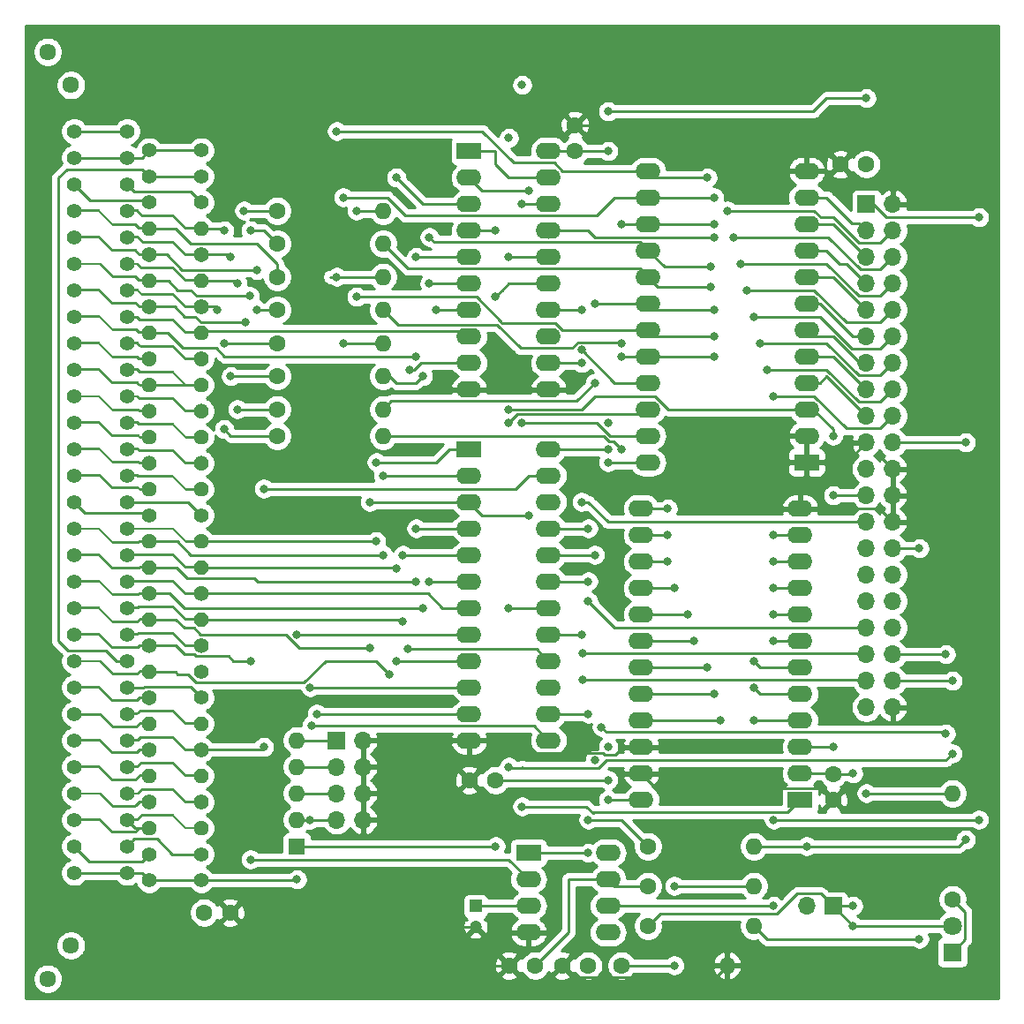
<source format=gbr>
%TF.GenerationSoftware,KiCad,Pcbnew,(5.1.10)-1*%
%TF.CreationDate,2022-02-22T06:58:17+01:00*%
%TF.ProjectId,Gide,47696465-2e6b-4696-9361-645f70636258,rev?*%
%TF.SameCoordinates,Original*%
%TF.FileFunction,Copper,L2,Bot*%
%TF.FilePolarity,Positive*%
%FSLAX46Y46*%
G04 Gerber Fmt 4.6, Leading zero omitted, Abs format (unit mm)*
G04 Created by KiCad (PCBNEW (5.1.10)-1) date 2022-02-22 06:58:17*
%MOMM*%
%LPD*%
G01*
G04 APERTURE LIST*
%TA.AperFunction,ComponentPad*%
%ADD10O,1.700000X1.700000*%
%TD*%
%TA.AperFunction,ComponentPad*%
%ADD11R,1.700000X1.700000*%
%TD*%
%TA.AperFunction,ComponentPad*%
%ADD12C,1.600000*%
%TD*%
%TA.AperFunction,ComponentPad*%
%ADD13O,2.400000X1.600000*%
%TD*%
%TA.AperFunction,ComponentPad*%
%ADD14R,2.400000X1.600000*%
%TD*%
%TA.AperFunction,SMDPad,CuDef*%
%ADD15C,0.100000*%
%TD*%
%TA.AperFunction,ComponentPad*%
%ADD16C,1.400000*%
%TD*%
%TA.AperFunction,ComponentPad*%
%ADD17C,1.610000*%
%TD*%
%TA.AperFunction,ComponentPad*%
%ADD18O,1.600000X1.600000*%
%TD*%
%TA.AperFunction,ComponentPad*%
%ADD19R,1.600000X1.600000*%
%TD*%
%TA.AperFunction,ComponentPad*%
%ADD20C,1.800000*%
%TD*%
%TA.AperFunction,ComponentPad*%
%ADD21R,1.800000X1.800000*%
%TD*%
%TA.AperFunction,ComponentPad*%
%ADD22C,1.200000*%
%TD*%
%TA.AperFunction,ComponentPad*%
%ADD23R,1.200000X1.200000*%
%TD*%
%TA.AperFunction,ViaPad*%
%ADD24C,0.800000*%
%TD*%
%TA.AperFunction,Conductor*%
%ADD25C,0.250000*%
%TD*%
%TA.AperFunction,Conductor*%
%ADD26C,0.254000*%
%TD*%
%TA.AperFunction,Conductor*%
%ADD27C,0.100000*%
%TD*%
G04 APERTURE END LIST*
D10*
%TO.P,J1002,40*%
%TO.N,GND*%
X184785000Y-130175000D03*
%TO.P,J1002,39*%
%TO.N,Net-(J1002-Pad39)*%
X182245000Y-130175000D03*
%TO.P,J1002,38*%
%TO.N,Net-(J1002-Pad38)*%
X184785000Y-127635000D03*
%TO.P,J1002,37*%
%TO.N,Net-(J1002-Pad37)*%
X182245000Y-127635000D03*
%TO.P,J1002,36*%
%TO.N,Net-(J1002-Pad36)*%
X184785000Y-125095000D03*
%TO.P,J1002,35*%
%TO.N,Net-(J1002-Pad35)*%
X182245000Y-125095000D03*
%TO.P,J1002,34*%
%TO.N,N/C*%
X184785000Y-122555000D03*
%TO.P,J1002,33*%
%TO.N,Net-(J1002-Pad33)*%
X182245000Y-122555000D03*
%TO.P,J1002,32*%
%TO.N,N/C*%
X184785000Y-120015000D03*
%TO.P,J1002,31*%
X182245000Y-120015000D03*
%TO.P,J1002,30*%
X184785000Y-117475000D03*
%TO.P,J1002,29*%
X182245000Y-117475000D03*
%TO.P,J1002,28*%
%TO.N,Net-(J1002-Pad28)*%
X184785000Y-114935000D03*
%TO.P,J1002,27*%
%TO.N,N/C*%
X182245000Y-114935000D03*
%TO.P,J1002,26*%
%TO.N,GND*%
X184785000Y-112395000D03*
%TO.P,J1002,25*%
%TO.N,Net-(IC1001-Pad12)*%
X182245000Y-112395000D03*
%TO.P,J1002,24*%
%TO.N,GND*%
X184785000Y-109855000D03*
%TO.P,J1002,23*%
%TO.N,Net-(IC1001-Pad16)*%
X182245000Y-109855000D03*
%TO.P,J1002,22*%
%TO.N,GND*%
X184785000Y-107315000D03*
%TO.P,J1002,21*%
%TO.N,N/C*%
X182245000Y-107315000D03*
%TO.P,J1002,20*%
%TO.N,Net-(J1002-Pad20)*%
X184785000Y-104775000D03*
%TO.P,J1002,19*%
%TO.N,GND*%
X182245000Y-104775000D03*
%TO.P,J1002,18*%
%TO.N,Net-(IC1002-Pad11)*%
X184785000Y-102235000D03*
%TO.P,J1002,17*%
%TO.N,Net-(IC1003-Pad4)*%
X182245000Y-102235000D03*
%TO.P,J1002,16*%
%TO.N,Net-(IC1002-Pad10)*%
X184785000Y-99695000D03*
%TO.P,J1002,15*%
%TO.N,Net-(IC1003-Pad5)*%
X182245000Y-99695000D03*
%TO.P,J1002,14*%
%TO.N,Net-(IC1002-Pad9)*%
X184785000Y-97155000D03*
%TO.P,J1002,13*%
%TO.N,Net-(IC1003-Pad6)*%
X182245000Y-97155000D03*
%TO.P,J1002,12*%
%TO.N,Net-(IC1002-Pad8)*%
X184785000Y-94615000D03*
%TO.P,J1002,11*%
%TO.N,Net-(IC1003-Pad7)*%
X182245000Y-94615000D03*
%TO.P,J1002,10*%
%TO.N,Net-(IC1002-Pad7)*%
X184785000Y-92075000D03*
%TO.P,J1002,9*%
%TO.N,Net-(IC1003-Pad8)*%
X182245000Y-92075000D03*
%TO.P,J1002,8*%
%TO.N,Net-(IC1002-Pad6)*%
X184785000Y-89535000D03*
%TO.P,J1002,7*%
%TO.N,Net-(IC1003-Pad9)*%
X182245000Y-89535000D03*
%TO.P,J1002,6*%
%TO.N,Net-(IC1002-Pad5)*%
X184785000Y-86995000D03*
%TO.P,J1002,5*%
%TO.N,Net-(IC1003-Pad10)*%
X182245000Y-86995000D03*
%TO.P,J1002,4*%
%TO.N,Net-(IC1002-Pad4)*%
X184785000Y-84455000D03*
%TO.P,J1002,3*%
%TO.N,Net-(IC1003-Pad11)*%
X182245000Y-84455000D03*
%TO.P,J1002,2*%
%TO.N,GND*%
X184785000Y-81915000D03*
D11*
%TO.P,J1002,1*%
%TO.N,Net-(J1002-Pad1)*%
X182245000Y-81915000D03*
%TD*%
D12*
%TO.P,C1003,2*%
%TO.N,GND*%
X179070000Y-139065000D03*
%TO.P,C1003,1*%
%TO.N,+5P*%
X179070000Y-136565000D03*
%TD*%
D13*
%TO.P,IC1003,24*%
%TO.N,+5P*%
X161290000Y-106680000D03*
%TO.P,IC1003,12*%
%TO.N,GND*%
X176530000Y-78740000D03*
%TO.P,IC1003,23*%
%TO.N,Net-(IC1001-Pad18)*%
X161290000Y-104140000D03*
%TO.P,IC1003,11*%
%TO.N,Net-(IC1003-Pad11)*%
X176530000Y-81280000D03*
%TO.P,IC1003,22*%
%TO.N,Net-(IC1001-Pad15)*%
X161290000Y-101600000D03*
%TO.P,IC1003,10*%
%TO.N,Net-(IC1003-Pad10)*%
X176530000Y-83820000D03*
%TO.P,IC1003,21*%
%TO.N,Net-(IC1001-Pad14)*%
X161290000Y-99060000D03*
%TO.P,IC1003,9*%
%TO.N,Net-(IC1003-Pad9)*%
X176530000Y-86360000D03*
%TO.P,IC1003,20*%
%TO.N,Net-(IC1002-Pad20)*%
X161290000Y-96520000D03*
%TO.P,IC1003,8*%
%TO.N,Net-(IC1003-Pad8)*%
X176530000Y-88900000D03*
%TO.P,IC1003,19*%
%TO.N,Net-(IC1002-Pad19)*%
X161290000Y-93980000D03*
%TO.P,IC1003,7*%
%TO.N,Net-(IC1003-Pad7)*%
X176530000Y-91440000D03*
%TO.P,IC1003,18*%
%TO.N,Net-(IC1002-Pad18)*%
X161290000Y-91440000D03*
%TO.P,IC1003,6*%
%TO.N,Net-(IC1003-Pad6)*%
X176530000Y-93980000D03*
%TO.P,IC1003,17*%
%TO.N,Net-(IC1002-Pad17)*%
X161290000Y-88900000D03*
%TO.P,IC1003,5*%
%TO.N,Net-(IC1003-Pad5)*%
X176530000Y-96520000D03*
%TO.P,IC1003,16*%
%TO.N,Net-(IC1002-Pad16)*%
X161290000Y-86360000D03*
%TO.P,IC1003,4*%
%TO.N,Net-(IC1003-Pad4)*%
X176530000Y-99060000D03*
%TO.P,IC1003,15*%
%TO.N,Net-(IC1002-Pad15)*%
X161290000Y-83820000D03*
%TO.P,IC1003,3*%
%TO.N,Net-(IC1001-Pad16)*%
X176530000Y-101600000D03*
%TO.P,IC1003,14*%
%TO.N,Net-(IC1002-Pad14)*%
X161290000Y-81280000D03*
%TO.P,IC1003,2*%
%TO.N,GND*%
X176530000Y-104140000D03*
%TO.P,IC1003,13*%
%TO.N,Net-(IC1002-Pad13)*%
X161290000Y-78740000D03*
D14*
%TO.P,IC1003,1*%
%TO.N,GND*%
X176530000Y-106680000D03*
%TD*%
D13*
%TO.P,IC1002,24*%
%TO.N,+5P*%
X160655000Y-139065000D03*
%TO.P,IC1002,12*%
%TO.N,GND*%
X175895000Y-111125000D03*
%TO.P,IC1002,23*%
X160655000Y-136525000D03*
%TO.P,IC1002,11*%
%TO.N,Net-(IC1002-Pad11)*%
X175895000Y-113665000D03*
%TO.P,IC1002,22*%
%TO.N,GND*%
X160655000Y-133985000D03*
%TO.P,IC1002,10*%
%TO.N,Net-(IC1002-Pad10)*%
X175895000Y-116205000D03*
%TO.P,IC1002,21*%
%TO.N,Net-(IC1001-Pad17)*%
X160655000Y-131445000D03*
%TO.P,IC1002,9*%
%TO.N,Net-(IC1002-Pad9)*%
X175895000Y-118745000D03*
%TO.P,IC1002,20*%
%TO.N,Net-(IC1002-Pad20)*%
X160655000Y-128905000D03*
%TO.P,IC1002,8*%
%TO.N,Net-(IC1002-Pad8)*%
X175895000Y-121285000D03*
%TO.P,IC1002,19*%
%TO.N,Net-(IC1002-Pad19)*%
X160655000Y-126365000D03*
%TO.P,IC1002,7*%
%TO.N,Net-(IC1002-Pad7)*%
X175895000Y-123825000D03*
%TO.P,IC1002,18*%
%TO.N,Net-(IC1002-Pad18)*%
X160655000Y-123825000D03*
%TO.P,IC1002,6*%
%TO.N,Net-(IC1002-Pad6)*%
X175895000Y-126365000D03*
%TO.P,IC1002,17*%
%TO.N,Net-(IC1002-Pad17)*%
X160655000Y-121285000D03*
%TO.P,IC1002,5*%
%TO.N,Net-(IC1002-Pad5)*%
X175895000Y-128905000D03*
%TO.P,IC1002,16*%
%TO.N,Net-(IC1002-Pad16)*%
X160655000Y-118745000D03*
%TO.P,IC1002,4*%
%TO.N,Net-(IC1002-Pad4)*%
X175895000Y-131445000D03*
%TO.P,IC1002,15*%
%TO.N,Net-(IC1002-Pad15)*%
X160655000Y-116205000D03*
%TO.P,IC1002,3*%
%TO.N,Net-(IC1001-Pad16)*%
X175895000Y-133985000D03*
%TO.P,IC1002,14*%
%TO.N,Net-(IC1002-Pad14)*%
X160655000Y-113665000D03*
%TO.P,IC1002,2*%
%TO.N,+5P*%
X175895000Y-136525000D03*
%TO.P,IC1002,13*%
%TO.N,Net-(IC1002-Pad13)*%
X160655000Y-111125000D03*
D14*
%TO.P,IC1002,1*%
%TO.N,Net-(IC1001-Pad18)*%
X175895000Y-139065000D03*
%TD*%
D12*
%TO.P,C1008,2*%
%TO.N,GND*%
X179745000Y-78105000D03*
%TO.P,C1008,1*%
%TO.N,+5P*%
X182245000Y-78105000D03*
%TD*%
%TA.AperFunction,SMDPad,CuDef*%
D15*
%TO.P,X1001,A27*%
%TO.N,Net-(X1001-PadA27)*%
G36*
X114157424Y-141862711D02*
G01*
X114144022Y-141930086D01*
X114124081Y-141995823D01*
X114097793Y-142059289D01*
X114065410Y-142119872D01*
X114027245Y-142176990D01*
X113983666Y-142230091D01*
X113935091Y-142278666D01*
X113881990Y-142322245D01*
X113824872Y-142360410D01*
X113764289Y-142392793D01*
X113700823Y-142419081D01*
X113635086Y-142439022D01*
X113567711Y-142452424D01*
X113499347Y-142459157D01*
X113430653Y-142459157D01*
X113362289Y-142452424D01*
X113294914Y-142439022D01*
X113229177Y-142419081D01*
X113165711Y-142392793D01*
X113105128Y-142360410D01*
X113048010Y-142322245D01*
X112994909Y-142278666D01*
X112946334Y-142230091D01*
X112902755Y-142176990D01*
X112864590Y-142119872D01*
X112832207Y-142059289D01*
X112805919Y-141995823D01*
X112785978Y-141930086D01*
X112777010Y-141885000D01*
X112616776Y-141885000D01*
X112253389Y-142248388D01*
X112253102Y-142248671D01*
X112253079Y-142248696D01*
X112253050Y-142248722D01*
X112252146Y-142249613D01*
X112248064Y-142253212D01*
X112244004Y-142256868D01*
X112243475Y-142257258D01*
X112242985Y-142257690D01*
X112238585Y-142260863D01*
X112234174Y-142264115D01*
X112233607Y-142264453D01*
X112233080Y-142264833D01*
X112228355Y-142267584D01*
X112223684Y-142270368D01*
X112223100Y-142270643D01*
X112222526Y-142270977D01*
X112217512Y-142273272D01*
X112212634Y-142275568D01*
X112212021Y-142275786D01*
X112211421Y-142276061D01*
X112206274Y-142277833D01*
X112201129Y-142279665D01*
X112200486Y-142279825D01*
X112199874Y-142280036D01*
X112194579Y-142281298D01*
X112189279Y-142282619D01*
X112188637Y-142282714D01*
X112187994Y-142282867D01*
X112182559Y-142283611D01*
X112177198Y-142284403D01*
X112176545Y-142284435D01*
X112175895Y-142284524D01*
X112170451Y-142284733D01*
X112165000Y-142285000D01*
X109965000Y-142285000D01*
X109964602Y-142284997D01*
X109964564Y-142284999D01*
X109964520Y-142284997D01*
X109963255Y-142284988D01*
X109957787Y-142284644D01*
X109952368Y-142284360D01*
X109951722Y-142284262D01*
X109951066Y-142284221D01*
X109945699Y-142283351D01*
X109940293Y-142282534D01*
X109939653Y-142282372D01*
X109939011Y-142282268D01*
X109933749Y-142280878D01*
X109928454Y-142279538D01*
X109927841Y-142279317D01*
X109927204Y-142279149D01*
X109922061Y-142277237D01*
X109916963Y-142275401D01*
X109916375Y-142275122D01*
X109915757Y-142274892D01*
X109910861Y-142272504D01*
X109905931Y-142270163D01*
X109905365Y-142269823D01*
X109904781Y-142269538D01*
X109900123Y-142266673D01*
X109895463Y-142263872D01*
X109894944Y-142263487D01*
X109894379Y-142263139D01*
X109889977Y-142259798D01*
X109885659Y-142256591D01*
X109885180Y-142256157D01*
X109884652Y-142255756D01*
X109880634Y-142252036D01*
X109876611Y-142248388D01*
X108713224Y-141085000D01*
X106265000Y-141085000D01*
X106263255Y-141084988D01*
X106251066Y-141084221D01*
X106239011Y-141082268D01*
X106227204Y-141079149D01*
X106215757Y-141074892D01*
X106204781Y-141069538D01*
X106194379Y-141063139D01*
X106184652Y-141055756D01*
X106175691Y-141047458D01*
X106167583Y-141038325D01*
X106160404Y-141028445D01*
X106154225Y-141017912D01*
X106149102Y-141006826D01*
X106145086Y-140995293D01*
X106142214Y-140983423D01*
X106140514Y-140971329D01*
X106140003Y-140959127D01*
X106140685Y-140946934D01*
X106142553Y-140934865D01*
X106145590Y-140923036D01*
X106149767Y-140911561D01*
X106155044Y-140900547D01*
X106161370Y-140890101D01*
X106168686Y-140880322D01*
X106176921Y-140871304D01*
X106185996Y-140863132D01*
X106195826Y-140855885D01*
X106206316Y-140849632D01*
X106217366Y-140844432D01*
X106228871Y-140840335D01*
X106240721Y-140837381D01*
X106252802Y-140835597D01*
X106265000Y-140835000D01*
X108765000Y-140835000D01*
X108765398Y-140835003D01*
X108765436Y-140835001D01*
X108765480Y-140835003D01*
X108766745Y-140835012D01*
X108772213Y-140835356D01*
X108777632Y-140835640D01*
X108778278Y-140835738D01*
X108778934Y-140835779D01*
X108784301Y-140836649D01*
X108789707Y-140837466D01*
X108790347Y-140837628D01*
X108790989Y-140837732D01*
X108796251Y-140839122D01*
X108801546Y-140840462D01*
X108802159Y-140840683D01*
X108802796Y-140840851D01*
X108807939Y-140842763D01*
X108813037Y-140844599D01*
X108813625Y-140844878D01*
X108814243Y-140845108D01*
X108819139Y-140847496D01*
X108824069Y-140849837D01*
X108824635Y-140850177D01*
X108825219Y-140850462D01*
X108829838Y-140853303D01*
X108834537Y-140856127D01*
X108835063Y-140856518D01*
X108835621Y-140856861D01*
X108839996Y-140860182D01*
X108844341Y-140863409D01*
X108844819Y-140863843D01*
X108845348Y-140864244D01*
X108849392Y-140867988D01*
X108853388Y-140871612D01*
X110016777Y-142035000D01*
X112113223Y-142035000D01*
X112476612Y-141671612D01*
X112476893Y-141671334D01*
X112476921Y-141671304D01*
X112476955Y-141671273D01*
X112477854Y-141670386D01*
X112481965Y-141666762D01*
X112485996Y-141663132D01*
X112486525Y-141662742D01*
X112487015Y-141662310D01*
X112491443Y-141659117D01*
X112495826Y-141655885D01*
X112496386Y-141655551D01*
X112496920Y-141655166D01*
X112501666Y-141652404D01*
X112506316Y-141649632D01*
X112506904Y-141649355D01*
X112507475Y-141649023D01*
X112512468Y-141646737D01*
X112517366Y-141644432D01*
X112517979Y-141644214D01*
X112518579Y-141643939D01*
X112523726Y-141642167D01*
X112528871Y-141640335D01*
X112529514Y-141640175D01*
X112530126Y-141639964D01*
X112535421Y-141638702D01*
X112540721Y-141637381D01*
X112541363Y-141637286D01*
X112542006Y-141637133D01*
X112547441Y-141636389D01*
X112552802Y-141635597D01*
X112553455Y-141635565D01*
X112554105Y-141635476D01*
X112559549Y-141635267D01*
X112565000Y-141635000D01*
X112777010Y-141635000D01*
X112785978Y-141589914D01*
X112805919Y-141524177D01*
X112832207Y-141460711D01*
X112864590Y-141400128D01*
X112902755Y-141343010D01*
X112946334Y-141289909D01*
X112994909Y-141241334D01*
X113048010Y-141197755D01*
X113105128Y-141159590D01*
X113165711Y-141127207D01*
X113229177Y-141100919D01*
X113294914Y-141080978D01*
X113362289Y-141067576D01*
X113430653Y-141060843D01*
X113499347Y-141060843D01*
X113567711Y-141067576D01*
X113635086Y-141080978D01*
X113700823Y-141100919D01*
X113764289Y-141127207D01*
X113824872Y-141159590D01*
X113881990Y-141197755D01*
X113935091Y-141241334D01*
X113983666Y-141289909D01*
X114027245Y-141343010D01*
X114065410Y-141400128D01*
X114097793Y-141460711D01*
X114124081Y-141524177D01*
X114144022Y-141589914D01*
X114157424Y-141657289D01*
X114164157Y-141725653D01*
X114164157Y-141794347D01*
X114157424Y-141862711D01*
G37*
%TD.AperFunction*%
%TA.AperFunction,SMDPad,CuDef*%
%TO.P,X1001,A26*%
%TO.N,Net-(X1001-PadA26)*%
G36*
X114157424Y-139362711D02*
G01*
X114144022Y-139430086D01*
X114124081Y-139495823D01*
X114097793Y-139559289D01*
X114065410Y-139619872D01*
X114027245Y-139676990D01*
X113983666Y-139730091D01*
X113935091Y-139778666D01*
X113881990Y-139822245D01*
X113824872Y-139860410D01*
X113764289Y-139892793D01*
X113700823Y-139919081D01*
X113635086Y-139939022D01*
X113567711Y-139952424D01*
X113499347Y-139959157D01*
X113430653Y-139959157D01*
X113362289Y-139952424D01*
X113294914Y-139939022D01*
X113229177Y-139919081D01*
X113165711Y-139892793D01*
X113105128Y-139860410D01*
X113048010Y-139822245D01*
X112994909Y-139778666D01*
X112946334Y-139730091D01*
X112902755Y-139676990D01*
X112864590Y-139619872D01*
X112832207Y-139559289D01*
X112805919Y-139495823D01*
X112785978Y-139430086D01*
X112777010Y-139385000D01*
X112616776Y-139385000D01*
X112253389Y-139748388D01*
X112253102Y-139748671D01*
X112253079Y-139748696D01*
X112253050Y-139748722D01*
X112252146Y-139749613D01*
X112248064Y-139753212D01*
X112244004Y-139756868D01*
X112243475Y-139757258D01*
X112242985Y-139757690D01*
X112238585Y-139760863D01*
X112234174Y-139764115D01*
X112233607Y-139764453D01*
X112233080Y-139764833D01*
X112228355Y-139767584D01*
X112223684Y-139770368D01*
X112223100Y-139770643D01*
X112222526Y-139770977D01*
X112217512Y-139773272D01*
X112212634Y-139775568D01*
X112212021Y-139775786D01*
X112211421Y-139776061D01*
X112206274Y-139777833D01*
X112201129Y-139779665D01*
X112200486Y-139779825D01*
X112199874Y-139780036D01*
X112194579Y-139781298D01*
X112189279Y-139782619D01*
X112188637Y-139782714D01*
X112187994Y-139782867D01*
X112182559Y-139783611D01*
X112177198Y-139784403D01*
X112176545Y-139784435D01*
X112175895Y-139784524D01*
X112170451Y-139784733D01*
X112165000Y-139785000D01*
X109965000Y-139785000D01*
X109964602Y-139784997D01*
X109964564Y-139784999D01*
X109964520Y-139784997D01*
X109963255Y-139784988D01*
X109957787Y-139784644D01*
X109952368Y-139784360D01*
X109951722Y-139784262D01*
X109951066Y-139784221D01*
X109945699Y-139783351D01*
X109940293Y-139782534D01*
X109939653Y-139782372D01*
X109939011Y-139782268D01*
X109933749Y-139780878D01*
X109928454Y-139779538D01*
X109927841Y-139779317D01*
X109927204Y-139779149D01*
X109922061Y-139777237D01*
X109916963Y-139775401D01*
X109916375Y-139775122D01*
X109915757Y-139774892D01*
X109910861Y-139772504D01*
X109905931Y-139770163D01*
X109905365Y-139769823D01*
X109904781Y-139769538D01*
X109900123Y-139766673D01*
X109895463Y-139763872D01*
X109894944Y-139763487D01*
X109894379Y-139763139D01*
X109889977Y-139759798D01*
X109885659Y-139756591D01*
X109885180Y-139756157D01*
X109884652Y-139755756D01*
X109880634Y-139752036D01*
X109876611Y-139748388D01*
X108713224Y-138585000D01*
X106265000Y-138585000D01*
X106263255Y-138584988D01*
X106251066Y-138584221D01*
X106239011Y-138582268D01*
X106227204Y-138579149D01*
X106215757Y-138574892D01*
X106204781Y-138569538D01*
X106194379Y-138563139D01*
X106184652Y-138555756D01*
X106175691Y-138547458D01*
X106167583Y-138538325D01*
X106160404Y-138528445D01*
X106154225Y-138517912D01*
X106149102Y-138506826D01*
X106145086Y-138495293D01*
X106142214Y-138483423D01*
X106140514Y-138471329D01*
X106140003Y-138459127D01*
X106140685Y-138446934D01*
X106142553Y-138434865D01*
X106145590Y-138423036D01*
X106149767Y-138411561D01*
X106155044Y-138400547D01*
X106161370Y-138390101D01*
X106168686Y-138380322D01*
X106176921Y-138371304D01*
X106185996Y-138363132D01*
X106195826Y-138355885D01*
X106206316Y-138349632D01*
X106217366Y-138344432D01*
X106228871Y-138340335D01*
X106240721Y-138337381D01*
X106252802Y-138335597D01*
X106265000Y-138335000D01*
X108765000Y-138335000D01*
X108765398Y-138335003D01*
X108765436Y-138335001D01*
X108765480Y-138335003D01*
X108766745Y-138335012D01*
X108772213Y-138335356D01*
X108777632Y-138335640D01*
X108778278Y-138335738D01*
X108778934Y-138335779D01*
X108784301Y-138336649D01*
X108789707Y-138337466D01*
X108790347Y-138337628D01*
X108790989Y-138337732D01*
X108796251Y-138339122D01*
X108801546Y-138340462D01*
X108802159Y-138340683D01*
X108802796Y-138340851D01*
X108807939Y-138342763D01*
X108813037Y-138344599D01*
X108813625Y-138344878D01*
X108814243Y-138345108D01*
X108819139Y-138347496D01*
X108824069Y-138349837D01*
X108824635Y-138350177D01*
X108825219Y-138350462D01*
X108829838Y-138353303D01*
X108834537Y-138356127D01*
X108835063Y-138356518D01*
X108835621Y-138356861D01*
X108839996Y-138360182D01*
X108844341Y-138363409D01*
X108844819Y-138363843D01*
X108845348Y-138364244D01*
X108849392Y-138367988D01*
X108853388Y-138371612D01*
X110016777Y-139535000D01*
X112113223Y-139535000D01*
X112476612Y-139171612D01*
X112476893Y-139171334D01*
X112476921Y-139171304D01*
X112476955Y-139171273D01*
X112477854Y-139170386D01*
X112481965Y-139166762D01*
X112485996Y-139163132D01*
X112486525Y-139162742D01*
X112487015Y-139162310D01*
X112491443Y-139159117D01*
X112495826Y-139155885D01*
X112496386Y-139155551D01*
X112496920Y-139155166D01*
X112501666Y-139152404D01*
X112506316Y-139149632D01*
X112506904Y-139149355D01*
X112507475Y-139149023D01*
X112512468Y-139146737D01*
X112517366Y-139144432D01*
X112517979Y-139144214D01*
X112518579Y-139143939D01*
X112523726Y-139142167D01*
X112528871Y-139140335D01*
X112529514Y-139140175D01*
X112530126Y-139139964D01*
X112535421Y-139138702D01*
X112540721Y-139137381D01*
X112541363Y-139137286D01*
X112542006Y-139137133D01*
X112547441Y-139136389D01*
X112552802Y-139135597D01*
X112553455Y-139135565D01*
X112554105Y-139135476D01*
X112559549Y-139135267D01*
X112565000Y-139135000D01*
X112777010Y-139135000D01*
X112785978Y-139089914D01*
X112805919Y-139024177D01*
X112832207Y-138960711D01*
X112864590Y-138900128D01*
X112902755Y-138843010D01*
X112946334Y-138789909D01*
X112994909Y-138741334D01*
X113048010Y-138697755D01*
X113105128Y-138659590D01*
X113165711Y-138627207D01*
X113229177Y-138600919D01*
X113294914Y-138580978D01*
X113362289Y-138567576D01*
X113430653Y-138560843D01*
X113499347Y-138560843D01*
X113567711Y-138567576D01*
X113635086Y-138580978D01*
X113700823Y-138600919D01*
X113764289Y-138627207D01*
X113824872Y-138659590D01*
X113881990Y-138697755D01*
X113935091Y-138741334D01*
X113983666Y-138789909D01*
X114027245Y-138843010D01*
X114065410Y-138900128D01*
X114097793Y-138960711D01*
X114124081Y-139024177D01*
X114144022Y-139089914D01*
X114157424Y-139157289D01*
X114164157Y-139225653D01*
X114164157Y-139294347D01*
X114157424Y-139362711D01*
G37*
%TD.AperFunction*%
%TA.AperFunction,SMDPad,CuDef*%
%TO.P,X1001,A25*%
%TO.N,Net-(X1001-PadA25)*%
G36*
X114157424Y-136862711D02*
G01*
X114144022Y-136930086D01*
X114124081Y-136995823D01*
X114097793Y-137059289D01*
X114065410Y-137119872D01*
X114027245Y-137176990D01*
X113983666Y-137230091D01*
X113935091Y-137278666D01*
X113881990Y-137322245D01*
X113824872Y-137360410D01*
X113764289Y-137392793D01*
X113700823Y-137419081D01*
X113635086Y-137439022D01*
X113567711Y-137452424D01*
X113499347Y-137459157D01*
X113430653Y-137459157D01*
X113362289Y-137452424D01*
X113294914Y-137439022D01*
X113229177Y-137419081D01*
X113165711Y-137392793D01*
X113105128Y-137360410D01*
X113048010Y-137322245D01*
X112994909Y-137278666D01*
X112946334Y-137230091D01*
X112902755Y-137176990D01*
X112864590Y-137119872D01*
X112832207Y-137059289D01*
X112805919Y-136995823D01*
X112785978Y-136930086D01*
X112777010Y-136885000D01*
X112616776Y-136885000D01*
X112253389Y-137248388D01*
X112253102Y-137248671D01*
X112253079Y-137248696D01*
X112253050Y-137248722D01*
X112252146Y-137249613D01*
X112248064Y-137253212D01*
X112244004Y-137256868D01*
X112243475Y-137257258D01*
X112242985Y-137257690D01*
X112238585Y-137260863D01*
X112234174Y-137264115D01*
X112233607Y-137264453D01*
X112233080Y-137264833D01*
X112228355Y-137267584D01*
X112223684Y-137270368D01*
X112223100Y-137270643D01*
X112222526Y-137270977D01*
X112217512Y-137273272D01*
X112212634Y-137275568D01*
X112212021Y-137275786D01*
X112211421Y-137276061D01*
X112206274Y-137277833D01*
X112201129Y-137279665D01*
X112200486Y-137279825D01*
X112199874Y-137280036D01*
X112194579Y-137281298D01*
X112189279Y-137282619D01*
X112188637Y-137282714D01*
X112187994Y-137282867D01*
X112182559Y-137283611D01*
X112177198Y-137284403D01*
X112176545Y-137284435D01*
X112175895Y-137284524D01*
X112170451Y-137284733D01*
X112165000Y-137285000D01*
X109965000Y-137285000D01*
X109964602Y-137284997D01*
X109964564Y-137284999D01*
X109964520Y-137284997D01*
X109963255Y-137284988D01*
X109957837Y-137284647D01*
X109952369Y-137284361D01*
X109951713Y-137284262D01*
X109951066Y-137284221D01*
X109945734Y-137283357D01*
X109940293Y-137282534D01*
X109939653Y-137282372D01*
X109939011Y-137282268D01*
X109933749Y-137280878D01*
X109928454Y-137279538D01*
X109927840Y-137279317D01*
X109927204Y-137279149D01*
X109922091Y-137277248D01*
X109916964Y-137275402D01*
X109916370Y-137275120D01*
X109915757Y-137274892D01*
X109910879Y-137272512D01*
X109905931Y-137270163D01*
X109905365Y-137269823D01*
X109904781Y-137269538D01*
X109900162Y-137266697D01*
X109895463Y-137263873D01*
X109894936Y-137263482D01*
X109894379Y-137263139D01*
X109890038Y-137259844D01*
X109885659Y-137256592D01*
X109885174Y-137256152D01*
X109884652Y-137255756D01*
X109880660Y-137252059D01*
X109876612Y-137248389D01*
X108613224Y-135985000D01*
X106265000Y-135985000D01*
X106263255Y-135984988D01*
X106251066Y-135984221D01*
X106239011Y-135982268D01*
X106227204Y-135979149D01*
X106215757Y-135974892D01*
X106204781Y-135969538D01*
X106194379Y-135963139D01*
X106184652Y-135955756D01*
X106175691Y-135947458D01*
X106167583Y-135938325D01*
X106160404Y-135928445D01*
X106154225Y-135917912D01*
X106149102Y-135906826D01*
X106145086Y-135895293D01*
X106142214Y-135883423D01*
X106140514Y-135871329D01*
X106140003Y-135859127D01*
X106140685Y-135846934D01*
X106142553Y-135834865D01*
X106145590Y-135823036D01*
X106149767Y-135811561D01*
X106155044Y-135800547D01*
X106161370Y-135790101D01*
X106168686Y-135780322D01*
X106176921Y-135771304D01*
X106185996Y-135763132D01*
X106195826Y-135755885D01*
X106206316Y-135749632D01*
X106217366Y-135744432D01*
X106228871Y-135740335D01*
X106240721Y-135737381D01*
X106252802Y-135735597D01*
X106265000Y-135735000D01*
X108665000Y-135735000D01*
X108665398Y-135735003D01*
X108665436Y-135735001D01*
X108665480Y-135735003D01*
X108666745Y-135735012D01*
X108672213Y-135735356D01*
X108677632Y-135735640D01*
X108678278Y-135735738D01*
X108678934Y-135735779D01*
X108684301Y-135736649D01*
X108689707Y-135737466D01*
X108690347Y-135737628D01*
X108690989Y-135737732D01*
X108696251Y-135739122D01*
X108701546Y-135740462D01*
X108702159Y-135740683D01*
X108702796Y-135740851D01*
X108707939Y-135742763D01*
X108713037Y-135744599D01*
X108713625Y-135744878D01*
X108714243Y-135745108D01*
X108719139Y-135747496D01*
X108724069Y-135749837D01*
X108724635Y-135750177D01*
X108725219Y-135750462D01*
X108729838Y-135753303D01*
X108734537Y-135756127D01*
X108735063Y-135756518D01*
X108735621Y-135756861D01*
X108739996Y-135760182D01*
X108744341Y-135763409D01*
X108744819Y-135763843D01*
X108745348Y-135764244D01*
X108749392Y-135767988D01*
X108753388Y-135771612D01*
X110016777Y-137035000D01*
X112113223Y-137035000D01*
X112476612Y-136671612D01*
X112476893Y-136671334D01*
X112476921Y-136671304D01*
X112476955Y-136671273D01*
X112477854Y-136670386D01*
X112481965Y-136666762D01*
X112485996Y-136663132D01*
X112486525Y-136662742D01*
X112487015Y-136662310D01*
X112491443Y-136659117D01*
X112495826Y-136655885D01*
X112496386Y-136655551D01*
X112496920Y-136655166D01*
X112501666Y-136652404D01*
X112506316Y-136649632D01*
X112506904Y-136649355D01*
X112507475Y-136649023D01*
X112512468Y-136646737D01*
X112517366Y-136644432D01*
X112517979Y-136644214D01*
X112518579Y-136643939D01*
X112523726Y-136642167D01*
X112528871Y-136640335D01*
X112529514Y-136640175D01*
X112530126Y-136639964D01*
X112535421Y-136638702D01*
X112540721Y-136637381D01*
X112541363Y-136637286D01*
X112542006Y-136637133D01*
X112547441Y-136636389D01*
X112552802Y-136635597D01*
X112553455Y-136635565D01*
X112554105Y-136635476D01*
X112559549Y-136635267D01*
X112565000Y-136635000D01*
X112777010Y-136635000D01*
X112785978Y-136589914D01*
X112805919Y-136524177D01*
X112832207Y-136460711D01*
X112864590Y-136400128D01*
X112902755Y-136343010D01*
X112946334Y-136289909D01*
X112994909Y-136241334D01*
X113048010Y-136197755D01*
X113105128Y-136159590D01*
X113165711Y-136127207D01*
X113229177Y-136100919D01*
X113294914Y-136080978D01*
X113362289Y-136067576D01*
X113430653Y-136060843D01*
X113499347Y-136060843D01*
X113567711Y-136067576D01*
X113635086Y-136080978D01*
X113700823Y-136100919D01*
X113764289Y-136127207D01*
X113824872Y-136159590D01*
X113881990Y-136197755D01*
X113935091Y-136241334D01*
X113983666Y-136289909D01*
X114027245Y-136343010D01*
X114065410Y-136400128D01*
X114097793Y-136460711D01*
X114124081Y-136524177D01*
X114144022Y-136589914D01*
X114157424Y-136657289D01*
X114164157Y-136725653D01*
X114164157Y-136794347D01*
X114157424Y-136862711D01*
G37*
%TD.AperFunction*%
%TA.AperFunction,SMDPad,CuDef*%
%TO.P,X1001,A24*%
%TO.N,Net-(X1001-PadA24)*%
G36*
X114157424Y-134362711D02*
G01*
X114144022Y-134430086D01*
X114124081Y-134495823D01*
X114097793Y-134559289D01*
X114065410Y-134619872D01*
X114027245Y-134676990D01*
X113983666Y-134730091D01*
X113935091Y-134778666D01*
X113881990Y-134822245D01*
X113824872Y-134860410D01*
X113764289Y-134892793D01*
X113700823Y-134919081D01*
X113635086Y-134939022D01*
X113567711Y-134952424D01*
X113499347Y-134959157D01*
X113430653Y-134959157D01*
X113362289Y-134952424D01*
X113294914Y-134939022D01*
X113229177Y-134919081D01*
X113165711Y-134892793D01*
X113105128Y-134860410D01*
X113048010Y-134822245D01*
X112994909Y-134778666D01*
X112946334Y-134730091D01*
X112902755Y-134676990D01*
X112864590Y-134619872D01*
X112832207Y-134559289D01*
X112805919Y-134495823D01*
X112785978Y-134430086D01*
X112777010Y-134385000D01*
X112616776Y-134385000D01*
X112353388Y-134648388D01*
X112353107Y-134648666D01*
X112353079Y-134648696D01*
X112353045Y-134648727D01*
X112352146Y-134649614D01*
X112348035Y-134653238D01*
X112344004Y-134656868D01*
X112343475Y-134657258D01*
X112342985Y-134657690D01*
X112338585Y-134660863D01*
X112334174Y-134664115D01*
X112333607Y-134664453D01*
X112333080Y-134664833D01*
X112328374Y-134667572D01*
X112323684Y-134670368D01*
X112323095Y-134670645D01*
X112322525Y-134670977D01*
X112317532Y-134673263D01*
X112312634Y-134675568D01*
X112312021Y-134675786D01*
X112311421Y-134676061D01*
X112306274Y-134677833D01*
X112301129Y-134679665D01*
X112300486Y-134679825D01*
X112299874Y-134680036D01*
X112294579Y-134681298D01*
X112289279Y-134682619D01*
X112288637Y-134682714D01*
X112287994Y-134682867D01*
X112282559Y-134683611D01*
X112277198Y-134684403D01*
X112276545Y-134684435D01*
X112275895Y-134684524D01*
X112270451Y-134684733D01*
X112265000Y-134685000D01*
X109965000Y-134685000D01*
X109964602Y-134684997D01*
X109964564Y-134684999D01*
X109964520Y-134684997D01*
X109963255Y-134684988D01*
X109957787Y-134684644D01*
X109952368Y-134684360D01*
X109951722Y-134684262D01*
X109951066Y-134684221D01*
X109945699Y-134683351D01*
X109940293Y-134682534D01*
X109939653Y-134682372D01*
X109939011Y-134682268D01*
X109933749Y-134680878D01*
X109928454Y-134679538D01*
X109927841Y-134679317D01*
X109927204Y-134679149D01*
X109922061Y-134677237D01*
X109916963Y-134675401D01*
X109916375Y-134675122D01*
X109915757Y-134674892D01*
X109910861Y-134672504D01*
X109905931Y-134670163D01*
X109905365Y-134669823D01*
X109904781Y-134669538D01*
X109900123Y-134666673D01*
X109895463Y-134663872D01*
X109894944Y-134663487D01*
X109894379Y-134663139D01*
X109889977Y-134659798D01*
X109885659Y-134656591D01*
X109885180Y-134656157D01*
X109884652Y-134655756D01*
X109880634Y-134652036D01*
X109876611Y-134648388D01*
X108713224Y-133485000D01*
X106265000Y-133485000D01*
X106263255Y-133484988D01*
X106251066Y-133484221D01*
X106239011Y-133482268D01*
X106227204Y-133479149D01*
X106215757Y-133474892D01*
X106204781Y-133469538D01*
X106194379Y-133463139D01*
X106184652Y-133455756D01*
X106175691Y-133447458D01*
X106167583Y-133438325D01*
X106160404Y-133428445D01*
X106154225Y-133417912D01*
X106149102Y-133406826D01*
X106145086Y-133395293D01*
X106142214Y-133383423D01*
X106140514Y-133371329D01*
X106140003Y-133359127D01*
X106140685Y-133346934D01*
X106142553Y-133334865D01*
X106145590Y-133323036D01*
X106149767Y-133311561D01*
X106155044Y-133300547D01*
X106161370Y-133290101D01*
X106168686Y-133280322D01*
X106176921Y-133271304D01*
X106185996Y-133263132D01*
X106195826Y-133255885D01*
X106206316Y-133249632D01*
X106217366Y-133244432D01*
X106228871Y-133240335D01*
X106240721Y-133237381D01*
X106252802Y-133235597D01*
X106265000Y-133235000D01*
X108765000Y-133235000D01*
X108765398Y-133235003D01*
X108765436Y-133235001D01*
X108765480Y-133235003D01*
X108766745Y-133235012D01*
X108772213Y-133235356D01*
X108777632Y-133235640D01*
X108778278Y-133235738D01*
X108778934Y-133235779D01*
X108784301Y-133236649D01*
X108789707Y-133237466D01*
X108790347Y-133237628D01*
X108790989Y-133237732D01*
X108796251Y-133239122D01*
X108801546Y-133240462D01*
X108802159Y-133240683D01*
X108802796Y-133240851D01*
X108807939Y-133242763D01*
X108813037Y-133244599D01*
X108813625Y-133244878D01*
X108814243Y-133245108D01*
X108819139Y-133247496D01*
X108824069Y-133249837D01*
X108824635Y-133250177D01*
X108825219Y-133250462D01*
X108829838Y-133253303D01*
X108834537Y-133256127D01*
X108835063Y-133256518D01*
X108835621Y-133256861D01*
X108839996Y-133260182D01*
X108844341Y-133263409D01*
X108844819Y-133263843D01*
X108845348Y-133264244D01*
X108849392Y-133267988D01*
X108853388Y-133271612D01*
X110016777Y-134435000D01*
X112213224Y-134435000D01*
X112476612Y-134171612D01*
X112476893Y-134171334D01*
X112476921Y-134171304D01*
X112476955Y-134171273D01*
X112477854Y-134170386D01*
X112481965Y-134166762D01*
X112485996Y-134163132D01*
X112486525Y-134162742D01*
X112487015Y-134162310D01*
X112491443Y-134159117D01*
X112495826Y-134155885D01*
X112496386Y-134155551D01*
X112496920Y-134155166D01*
X112501666Y-134152404D01*
X112506316Y-134149632D01*
X112506904Y-134149355D01*
X112507475Y-134149023D01*
X112512468Y-134146737D01*
X112517366Y-134144432D01*
X112517979Y-134144214D01*
X112518579Y-134143939D01*
X112523726Y-134142167D01*
X112528871Y-134140335D01*
X112529514Y-134140175D01*
X112530126Y-134139964D01*
X112535421Y-134138702D01*
X112540721Y-134137381D01*
X112541363Y-134137286D01*
X112542006Y-134137133D01*
X112547441Y-134136389D01*
X112552802Y-134135597D01*
X112553455Y-134135565D01*
X112554105Y-134135476D01*
X112559549Y-134135267D01*
X112565000Y-134135000D01*
X112777010Y-134135000D01*
X112785978Y-134089914D01*
X112805919Y-134024177D01*
X112832207Y-133960711D01*
X112864590Y-133900128D01*
X112902755Y-133843010D01*
X112946334Y-133789909D01*
X112994909Y-133741334D01*
X113048010Y-133697755D01*
X113105128Y-133659590D01*
X113165711Y-133627207D01*
X113229177Y-133600919D01*
X113294914Y-133580978D01*
X113362289Y-133567576D01*
X113430653Y-133560843D01*
X113499347Y-133560843D01*
X113567711Y-133567576D01*
X113635086Y-133580978D01*
X113700823Y-133600919D01*
X113764289Y-133627207D01*
X113824872Y-133659590D01*
X113881990Y-133697755D01*
X113935091Y-133741334D01*
X113983666Y-133789909D01*
X114027245Y-133843010D01*
X114065410Y-133900128D01*
X114097793Y-133960711D01*
X114124081Y-134024177D01*
X114144022Y-134089914D01*
X114157424Y-134157289D01*
X114164157Y-134225653D01*
X114164157Y-134294347D01*
X114157424Y-134362711D01*
G37*
%TD.AperFunction*%
%TA.AperFunction,SMDPad,CuDef*%
%TO.P,X1001,A23*%
%TO.N,Net-(X1001-PadA23)*%
G36*
X114157424Y-131862711D02*
G01*
X114144022Y-131930086D01*
X114124081Y-131995823D01*
X114097793Y-132059289D01*
X114065410Y-132119872D01*
X114027245Y-132176990D01*
X113983666Y-132230091D01*
X113935091Y-132278666D01*
X113881990Y-132322245D01*
X113824872Y-132360410D01*
X113764289Y-132392793D01*
X113700823Y-132419081D01*
X113635086Y-132439022D01*
X113567711Y-132452424D01*
X113499347Y-132459157D01*
X113430653Y-132459157D01*
X113362289Y-132452424D01*
X113294914Y-132439022D01*
X113229177Y-132419081D01*
X113165711Y-132392793D01*
X113105128Y-132360410D01*
X113048010Y-132322245D01*
X112994909Y-132278666D01*
X112946334Y-132230091D01*
X112902755Y-132176990D01*
X112864590Y-132119872D01*
X112832207Y-132059289D01*
X112805919Y-131995823D01*
X112785978Y-131930086D01*
X112777010Y-131885000D01*
X112616776Y-131885000D01*
X112353388Y-132148388D01*
X112353107Y-132148666D01*
X112353079Y-132148696D01*
X112353045Y-132148727D01*
X112352146Y-132149614D01*
X112348035Y-132153238D01*
X112344004Y-132156868D01*
X112343475Y-132157258D01*
X112342985Y-132157690D01*
X112338585Y-132160863D01*
X112334174Y-132164115D01*
X112333607Y-132164453D01*
X112333080Y-132164833D01*
X112328374Y-132167572D01*
X112323684Y-132170368D01*
X112323095Y-132170645D01*
X112322525Y-132170977D01*
X112317532Y-132173263D01*
X112312634Y-132175568D01*
X112312021Y-132175786D01*
X112311421Y-132176061D01*
X112306274Y-132177833D01*
X112301129Y-132179665D01*
X112300486Y-132179825D01*
X112299874Y-132180036D01*
X112294579Y-132181298D01*
X112289279Y-132182619D01*
X112288637Y-132182714D01*
X112287994Y-132182867D01*
X112282559Y-132183611D01*
X112277198Y-132184403D01*
X112276545Y-132184435D01*
X112275895Y-132184524D01*
X112270451Y-132184733D01*
X112265000Y-132185000D01*
X109965000Y-132185000D01*
X109964602Y-132184997D01*
X109964564Y-132184999D01*
X109964520Y-132184997D01*
X109963255Y-132184988D01*
X109957787Y-132184644D01*
X109952368Y-132184360D01*
X109951722Y-132184262D01*
X109951066Y-132184221D01*
X109945699Y-132183351D01*
X109940293Y-132182534D01*
X109939653Y-132182372D01*
X109939011Y-132182268D01*
X109933749Y-132180878D01*
X109928454Y-132179538D01*
X109927841Y-132179317D01*
X109927204Y-132179149D01*
X109922061Y-132177237D01*
X109916963Y-132175401D01*
X109916375Y-132175122D01*
X109915757Y-132174892D01*
X109910861Y-132172504D01*
X109905931Y-132170163D01*
X109905365Y-132169823D01*
X109904781Y-132169538D01*
X109900123Y-132166673D01*
X109895463Y-132163872D01*
X109894944Y-132163487D01*
X109894379Y-132163139D01*
X109889977Y-132159798D01*
X109885659Y-132156591D01*
X109885180Y-132156157D01*
X109884652Y-132155756D01*
X109880634Y-132152036D01*
X109876611Y-132148388D01*
X108713224Y-130985000D01*
X106265000Y-130985000D01*
X106263255Y-130984988D01*
X106251066Y-130984221D01*
X106239011Y-130982268D01*
X106227204Y-130979149D01*
X106215757Y-130974892D01*
X106204781Y-130969538D01*
X106194379Y-130963139D01*
X106184652Y-130955756D01*
X106175691Y-130947458D01*
X106167583Y-130938325D01*
X106160404Y-130928445D01*
X106154225Y-130917912D01*
X106149102Y-130906826D01*
X106145086Y-130895293D01*
X106142214Y-130883423D01*
X106140514Y-130871329D01*
X106140003Y-130859127D01*
X106140685Y-130846934D01*
X106142553Y-130834865D01*
X106145590Y-130823036D01*
X106149767Y-130811561D01*
X106155044Y-130800547D01*
X106161370Y-130790101D01*
X106168686Y-130780322D01*
X106176921Y-130771304D01*
X106185996Y-130763132D01*
X106195826Y-130755885D01*
X106206316Y-130749632D01*
X106217366Y-130744432D01*
X106228871Y-130740335D01*
X106240721Y-130737381D01*
X106252802Y-130735597D01*
X106265000Y-130735000D01*
X108765000Y-130735000D01*
X108765398Y-130735003D01*
X108765436Y-130735001D01*
X108765480Y-130735003D01*
X108766745Y-130735012D01*
X108772213Y-130735356D01*
X108777632Y-130735640D01*
X108778278Y-130735738D01*
X108778934Y-130735779D01*
X108784301Y-130736649D01*
X108789707Y-130737466D01*
X108790347Y-130737628D01*
X108790989Y-130737732D01*
X108796251Y-130739122D01*
X108801546Y-130740462D01*
X108802159Y-130740683D01*
X108802796Y-130740851D01*
X108807939Y-130742763D01*
X108813037Y-130744599D01*
X108813625Y-130744878D01*
X108814243Y-130745108D01*
X108819139Y-130747496D01*
X108824069Y-130749837D01*
X108824635Y-130750177D01*
X108825219Y-130750462D01*
X108829838Y-130753303D01*
X108834537Y-130756127D01*
X108835063Y-130756518D01*
X108835621Y-130756861D01*
X108839996Y-130760182D01*
X108844341Y-130763409D01*
X108844819Y-130763843D01*
X108845348Y-130764244D01*
X108849392Y-130767988D01*
X108853388Y-130771612D01*
X110016777Y-131935000D01*
X112213224Y-131935000D01*
X112476612Y-131671612D01*
X112476893Y-131671334D01*
X112476921Y-131671304D01*
X112476955Y-131671273D01*
X112477854Y-131670386D01*
X112481965Y-131666762D01*
X112485996Y-131663132D01*
X112486525Y-131662742D01*
X112487015Y-131662310D01*
X112491443Y-131659117D01*
X112495826Y-131655885D01*
X112496386Y-131655551D01*
X112496920Y-131655166D01*
X112501666Y-131652404D01*
X112506316Y-131649632D01*
X112506904Y-131649355D01*
X112507475Y-131649023D01*
X112512468Y-131646737D01*
X112517366Y-131644432D01*
X112517979Y-131644214D01*
X112518579Y-131643939D01*
X112523726Y-131642167D01*
X112528871Y-131640335D01*
X112529514Y-131640175D01*
X112530126Y-131639964D01*
X112535421Y-131638702D01*
X112540721Y-131637381D01*
X112541363Y-131637286D01*
X112542006Y-131637133D01*
X112547441Y-131636389D01*
X112552802Y-131635597D01*
X112553455Y-131635565D01*
X112554105Y-131635476D01*
X112559549Y-131635267D01*
X112565000Y-131635000D01*
X112777010Y-131635000D01*
X112785978Y-131589914D01*
X112805919Y-131524177D01*
X112832207Y-131460711D01*
X112864590Y-131400128D01*
X112902755Y-131343010D01*
X112946334Y-131289909D01*
X112994909Y-131241334D01*
X113048010Y-131197755D01*
X113105128Y-131159590D01*
X113165711Y-131127207D01*
X113229177Y-131100919D01*
X113294914Y-131080978D01*
X113362289Y-131067576D01*
X113430653Y-131060843D01*
X113499347Y-131060843D01*
X113567711Y-131067576D01*
X113635086Y-131080978D01*
X113700823Y-131100919D01*
X113764289Y-131127207D01*
X113824872Y-131159590D01*
X113881990Y-131197755D01*
X113935091Y-131241334D01*
X113983666Y-131289909D01*
X114027245Y-131343010D01*
X114065410Y-131400128D01*
X114097793Y-131460711D01*
X114124081Y-131524177D01*
X114144022Y-131589914D01*
X114157424Y-131657289D01*
X114164157Y-131725653D01*
X114164157Y-131794347D01*
X114157424Y-131862711D01*
G37*
%TD.AperFunction*%
%TA.AperFunction,SMDPad,CuDef*%
%TO.P,X1001,A22*%
%TO.N,Net-(X1001-PadA22)*%
G36*
X114157424Y-129362711D02*
G01*
X114144022Y-129430086D01*
X114124081Y-129495823D01*
X114097793Y-129559289D01*
X114065410Y-129619872D01*
X114027245Y-129676990D01*
X113983666Y-129730091D01*
X113935091Y-129778666D01*
X113881990Y-129822245D01*
X113824872Y-129860410D01*
X113764289Y-129892793D01*
X113700823Y-129919081D01*
X113635086Y-129939022D01*
X113567711Y-129952424D01*
X113499347Y-129959157D01*
X113430653Y-129959157D01*
X113362289Y-129952424D01*
X113294914Y-129939022D01*
X113229177Y-129919081D01*
X113165711Y-129892793D01*
X113105128Y-129860410D01*
X113048010Y-129822245D01*
X112994909Y-129778666D01*
X112946334Y-129730091D01*
X112902755Y-129676990D01*
X112864590Y-129619872D01*
X112832207Y-129559289D01*
X112805919Y-129495823D01*
X112785978Y-129430086D01*
X112777010Y-129385000D01*
X112616776Y-129385000D01*
X112353388Y-129648388D01*
X112353107Y-129648666D01*
X112353079Y-129648696D01*
X112353045Y-129648727D01*
X112352146Y-129649614D01*
X112348035Y-129653238D01*
X112344004Y-129656868D01*
X112343475Y-129657258D01*
X112342985Y-129657690D01*
X112338585Y-129660863D01*
X112334174Y-129664115D01*
X112333607Y-129664453D01*
X112333080Y-129664833D01*
X112328374Y-129667572D01*
X112323684Y-129670368D01*
X112323095Y-129670645D01*
X112322525Y-129670977D01*
X112317532Y-129673263D01*
X112312634Y-129675568D01*
X112312021Y-129675786D01*
X112311421Y-129676061D01*
X112306274Y-129677833D01*
X112301129Y-129679665D01*
X112300486Y-129679825D01*
X112299874Y-129680036D01*
X112294579Y-129681298D01*
X112289279Y-129682619D01*
X112288637Y-129682714D01*
X112287994Y-129682867D01*
X112282559Y-129683611D01*
X112277198Y-129684403D01*
X112276545Y-129684435D01*
X112275895Y-129684524D01*
X112270451Y-129684733D01*
X112265000Y-129685000D01*
X109965000Y-129685000D01*
X109964602Y-129684997D01*
X109964564Y-129684999D01*
X109964520Y-129684997D01*
X109963255Y-129684988D01*
X109957837Y-129684647D01*
X109952369Y-129684361D01*
X109951713Y-129684262D01*
X109951066Y-129684221D01*
X109945734Y-129683357D01*
X109940293Y-129682534D01*
X109939653Y-129682372D01*
X109939011Y-129682268D01*
X109933749Y-129680878D01*
X109928454Y-129679538D01*
X109927840Y-129679317D01*
X109927204Y-129679149D01*
X109922091Y-129677248D01*
X109916964Y-129675402D01*
X109916370Y-129675120D01*
X109915757Y-129674892D01*
X109910879Y-129672512D01*
X109905931Y-129670163D01*
X109905365Y-129669823D01*
X109904781Y-129669538D01*
X109900162Y-129666697D01*
X109895463Y-129663873D01*
X109894936Y-129663482D01*
X109894379Y-129663139D01*
X109890038Y-129659844D01*
X109885659Y-129656592D01*
X109885174Y-129656152D01*
X109884652Y-129655756D01*
X109880660Y-129652059D01*
X109876612Y-129648389D01*
X108613224Y-128385000D01*
X106265000Y-128385000D01*
X106263255Y-128384988D01*
X106251066Y-128384221D01*
X106239011Y-128382268D01*
X106227204Y-128379149D01*
X106215757Y-128374892D01*
X106204781Y-128369538D01*
X106194379Y-128363139D01*
X106184652Y-128355756D01*
X106175691Y-128347458D01*
X106167583Y-128338325D01*
X106160404Y-128328445D01*
X106154225Y-128317912D01*
X106149102Y-128306826D01*
X106145086Y-128295293D01*
X106142214Y-128283423D01*
X106140514Y-128271329D01*
X106140003Y-128259127D01*
X106140685Y-128246934D01*
X106142553Y-128234865D01*
X106145590Y-128223036D01*
X106149767Y-128211561D01*
X106155044Y-128200547D01*
X106161370Y-128190101D01*
X106168686Y-128180322D01*
X106176921Y-128171304D01*
X106185996Y-128163132D01*
X106195826Y-128155885D01*
X106206316Y-128149632D01*
X106217366Y-128144432D01*
X106228871Y-128140335D01*
X106240721Y-128137381D01*
X106252802Y-128135597D01*
X106265000Y-128135000D01*
X108665000Y-128135000D01*
X108665398Y-128135003D01*
X108665436Y-128135001D01*
X108665480Y-128135003D01*
X108666745Y-128135012D01*
X108672213Y-128135356D01*
X108677632Y-128135640D01*
X108678278Y-128135738D01*
X108678934Y-128135779D01*
X108684301Y-128136649D01*
X108689707Y-128137466D01*
X108690347Y-128137628D01*
X108690989Y-128137732D01*
X108696251Y-128139122D01*
X108701546Y-128140462D01*
X108702159Y-128140683D01*
X108702796Y-128140851D01*
X108707939Y-128142763D01*
X108713037Y-128144599D01*
X108713625Y-128144878D01*
X108714243Y-128145108D01*
X108719139Y-128147496D01*
X108724069Y-128149837D01*
X108724635Y-128150177D01*
X108725219Y-128150462D01*
X108729838Y-128153303D01*
X108734537Y-128156127D01*
X108735063Y-128156518D01*
X108735621Y-128156861D01*
X108739996Y-128160182D01*
X108744341Y-128163409D01*
X108744819Y-128163843D01*
X108745348Y-128164244D01*
X108749392Y-128167988D01*
X108753388Y-128171612D01*
X110016777Y-129435000D01*
X112213224Y-129435000D01*
X112476612Y-129171612D01*
X112476893Y-129171334D01*
X112476921Y-129171304D01*
X112476955Y-129171273D01*
X112477854Y-129170386D01*
X112481965Y-129166762D01*
X112485996Y-129163132D01*
X112486525Y-129162742D01*
X112487015Y-129162310D01*
X112491443Y-129159117D01*
X112495826Y-129155885D01*
X112496386Y-129155551D01*
X112496920Y-129155166D01*
X112501666Y-129152404D01*
X112506316Y-129149632D01*
X112506904Y-129149355D01*
X112507475Y-129149023D01*
X112512468Y-129146737D01*
X112517366Y-129144432D01*
X112517979Y-129144214D01*
X112518579Y-129143939D01*
X112523726Y-129142167D01*
X112528871Y-129140335D01*
X112529514Y-129140175D01*
X112530126Y-129139964D01*
X112535421Y-129138702D01*
X112540721Y-129137381D01*
X112541363Y-129137286D01*
X112542006Y-129137133D01*
X112547441Y-129136389D01*
X112552802Y-129135597D01*
X112553455Y-129135565D01*
X112554105Y-129135476D01*
X112559549Y-129135267D01*
X112565000Y-129135000D01*
X112777010Y-129135000D01*
X112785978Y-129089914D01*
X112805919Y-129024177D01*
X112832207Y-128960711D01*
X112864590Y-128900128D01*
X112902755Y-128843010D01*
X112946334Y-128789909D01*
X112994909Y-128741334D01*
X113048010Y-128697755D01*
X113105128Y-128659590D01*
X113165711Y-128627207D01*
X113229177Y-128600919D01*
X113294914Y-128580978D01*
X113362289Y-128567576D01*
X113430653Y-128560843D01*
X113499347Y-128560843D01*
X113567711Y-128567576D01*
X113635086Y-128580978D01*
X113700823Y-128600919D01*
X113764289Y-128627207D01*
X113824872Y-128659590D01*
X113881990Y-128697755D01*
X113935091Y-128741334D01*
X113983666Y-128789909D01*
X114027245Y-128843010D01*
X114065410Y-128900128D01*
X114097793Y-128960711D01*
X114124081Y-129024177D01*
X114144022Y-129089914D01*
X114157424Y-129157289D01*
X114164157Y-129225653D01*
X114164157Y-129294347D01*
X114157424Y-129362711D01*
G37*
%TD.AperFunction*%
%TA.AperFunction,SMDPad,CuDef*%
%TO.P,X1001,A21*%
%TO.N,Net-(IC1001-Pad3)*%
G36*
X114157424Y-126862711D02*
G01*
X114144022Y-126930086D01*
X114124081Y-126995823D01*
X114097793Y-127059289D01*
X114065410Y-127119872D01*
X114027245Y-127176990D01*
X113983666Y-127230091D01*
X113935091Y-127278666D01*
X113881990Y-127322245D01*
X113824872Y-127360410D01*
X113764289Y-127392793D01*
X113700823Y-127419081D01*
X113635086Y-127439022D01*
X113567711Y-127452424D01*
X113499347Y-127459157D01*
X113430653Y-127459157D01*
X113362289Y-127452424D01*
X113294914Y-127439022D01*
X113229177Y-127419081D01*
X113165711Y-127392793D01*
X113105128Y-127360410D01*
X113048010Y-127322245D01*
X112994909Y-127278666D01*
X112946334Y-127230091D01*
X112902755Y-127176990D01*
X112864590Y-127119872D01*
X112832207Y-127059289D01*
X112805919Y-126995823D01*
X112785978Y-126930086D01*
X112777010Y-126885000D01*
X112616776Y-126885000D01*
X112453388Y-127048389D01*
X112453099Y-127048674D01*
X112453079Y-127048696D01*
X112453053Y-127048719D01*
X112452146Y-127049614D01*
X112448032Y-127053241D01*
X112444004Y-127056868D01*
X112443476Y-127057257D01*
X112442984Y-127057691D01*
X112438568Y-127060876D01*
X112434174Y-127064115D01*
X112433609Y-127064452D01*
X112433079Y-127064834D01*
X112428357Y-127067582D01*
X112423684Y-127070368D01*
X112423095Y-127070645D01*
X112422525Y-127070977D01*
X112417532Y-127073263D01*
X112412634Y-127075568D01*
X112412021Y-127075786D01*
X112411421Y-127076061D01*
X112406236Y-127077846D01*
X112401129Y-127079665D01*
X112400496Y-127079823D01*
X112399874Y-127080037D01*
X112394539Y-127081308D01*
X112389279Y-127082619D01*
X112388635Y-127082714D01*
X112387993Y-127082867D01*
X112382524Y-127083617D01*
X112377198Y-127084403D01*
X112376556Y-127084434D01*
X112375895Y-127084525D01*
X112370399Y-127084736D01*
X112365000Y-127085000D01*
X109965000Y-127085000D01*
X109964602Y-127084997D01*
X109964564Y-127084999D01*
X109964520Y-127084997D01*
X109963255Y-127084988D01*
X109957787Y-127084644D01*
X109952368Y-127084360D01*
X109951722Y-127084262D01*
X109951066Y-127084221D01*
X109945699Y-127083351D01*
X109940293Y-127082534D01*
X109939653Y-127082372D01*
X109939011Y-127082268D01*
X109933749Y-127080878D01*
X109928454Y-127079538D01*
X109927841Y-127079317D01*
X109927204Y-127079149D01*
X109922061Y-127077237D01*
X109916963Y-127075401D01*
X109916375Y-127075122D01*
X109915757Y-127074892D01*
X109910861Y-127072504D01*
X109905931Y-127070163D01*
X109905365Y-127069823D01*
X109904781Y-127069538D01*
X109900123Y-127066673D01*
X109895463Y-127063872D01*
X109894944Y-127063487D01*
X109894379Y-127063139D01*
X109889977Y-127059798D01*
X109885659Y-127056591D01*
X109885180Y-127056157D01*
X109884652Y-127055756D01*
X109880634Y-127052036D01*
X109876611Y-127048388D01*
X108713224Y-125885000D01*
X106265000Y-125885000D01*
X106263255Y-125884988D01*
X106251066Y-125884221D01*
X106239011Y-125882268D01*
X106227204Y-125879149D01*
X106215757Y-125874892D01*
X106204781Y-125869538D01*
X106194379Y-125863139D01*
X106184652Y-125855756D01*
X106175691Y-125847458D01*
X106167583Y-125838325D01*
X106160404Y-125828445D01*
X106154225Y-125817912D01*
X106149102Y-125806826D01*
X106145086Y-125795293D01*
X106142214Y-125783423D01*
X106140514Y-125771329D01*
X106140003Y-125759127D01*
X106140685Y-125746934D01*
X106142553Y-125734865D01*
X106145590Y-125723036D01*
X106149767Y-125711561D01*
X106155044Y-125700547D01*
X106161370Y-125690101D01*
X106168686Y-125680322D01*
X106176921Y-125671304D01*
X106185996Y-125663132D01*
X106195826Y-125655885D01*
X106206316Y-125649632D01*
X106217366Y-125644432D01*
X106228871Y-125640335D01*
X106240721Y-125637381D01*
X106252802Y-125635597D01*
X106265000Y-125635000D01*
X108765000Y-125635000D01*
X108765398Y-125635003D01*
X108765436Y-125635001D01*
X108765480Y-125635003D01*
X108766745Y-125635012D01*
X108772213Y-125635356D01*
X108777632Y-125635640D01*
X108778278Y-125635738D01*
X108778934Y-125635779D01*
X108784301Y-125636649D01*
X108789707Y-125637466D01*
X108790347Y-125637628D01*
X108790989Y-125637732D01*
X108796251Y-125639122D01*
X108801546Y-125640462D01*
X108802159Y-125640683D01*
X108802796Y-125640851D01*
X108807939Y-125642763D01*
X108813037Y-125644599D01*
X108813625Y-125644878D01*
X108814243Y-125645108D01*
X108819139Y-125647496D01*
X108824069Y-125649837D01*
X108824635Y-125650177D01*
X108825219Y-125650462D01*
X108829838Y-125653303D01*
X108834537Y-125656127D01*
X108835063Y-125656518D01*
X108835621Y-125656861D01*
X108839996Y-125660182D01*
X108844341Y-125663409D01*
X108844819Y-125663843D01*
X108845348Y-125664244D01*
X108849392Y-125667988D01*
X108853388Y-125671612D01*
X110016777Y-126835000D01*
X112313223Y-126835000D01*
X112476612Y-126671612D01*
X112476893Y-126671334D01*
X112476921Y-126671304D01*
X112476955Y-126671273D01*
X112477854Y-126670386D01*
X112481965Y-126666762D01*
X112485996Y-126663132D01*
X112486525Y-126662742D01*
X112487015Y-126662310D01*
X112491443Y-126659117D01*
X112495826Y-126655885D01*
X112496386Y-126655551D01*
X112496920Y-126655166D01*
X112501666Y-126652404D01*
X112506316Y-126649632D01*
X112506904Y-126649355D01*
X112507475Y-126649023D01*
X112512468Y-126646737D01*
X112517366Y-126644432D01*
X112517979Y-126644214D01*
X112518579Y-126643939D01*
X112523726Y-126642167D01*
X112528871Y-126640335D01*
X112529514Y-126640175D01*
X112530126Y-126639964D01*
X112535421Y-126638702D01*
X112540721Y-126637381D01*
X112541363Y-126637286D01*
X112542006Y-126637133D01*
X112547441Y-126636389D01*
X112552802Y-126635597D01*
X112553455Y-126635565D01*
X112554105Y-126635476D01*
X112559549Y-126635267D01*
X112565000Y-126635000D01*
X112777010Y-126635000D01*
X112785978Y-126589914D01*
X112805919Y-126524177D01*
X112832207Y-126460711D01*
X112864590Y-126400128D01*
X112902755Y-126343010D01*
X112946334Y-126289909D01*
X112994909Y-126241334D01*
X113048010Y-126197755D01*
X113105128Y-126159590D01*
X113165711Y-126127207D01*
X113229177Y-126100919D01*
X113294914Y-126080978D01*
X113362289Y-126067576D01*
X113430653Y-126060843D01*
X113499347Y-126060843D01*
X113567711Y-126067576D01*
X113635086Y-126080978D01*
X113700823Y-126100919D01*
X113764289Y-126127207D01*
X113824872Y-126159590D01*
X113881990Y-126197755D01*
X113935091Y-126241334D01*
X113983666Y-126289909D01*
X114027245Y-126343010D01*
X114065410Y-126400128D01*
X114097793Y-126460711D01*
X114124081Y-126524177D01*
X114144022Y-126589914D01*
X114157424Y-126657289D01*
X114164157Y-126725653D01*
X114164157Y-126794347D01*
X114157424Y-126862711D01*
G37*
%TD.AperFunction*%
%TA.AperFunction,SMDPad,CuDef*%
%TO.P,X1001,A20*%
%TO.N,Net-(U1002-Pad2)*%
G36*
X114157424Y-124362711D02*
G01*
X114144022Y-124430086D01*
X114124081Y-124495823D01*
X114097793Y-124559289D01*
X114065410Y-124619872D01*
X114027245Y-124676990D01*
X113983666Y-124730091D01*
X113935091Y-124778666D01*
X113881990Y-124822245D01*
X113824872Y-124860410D01*
X113764289Y-124892793D01*
X113700823Y-124919081D01*
X113635086Y-124939022D01*
X113567711Y-124952424D01*
X113499347Y-124959157D01*
X113430653Y-124959157D01*
X113362289Y-124952424D01*
X113294914Y-124939022D01*
X113229177Y-124919081D01*
X113165711Y-124892793D01*
X113105128Y-124860410D01*
X113048010Y-124822245D01*
X112994909Y-124778666D01*
X112946334Y-124730091D01*
X112902755Y-124676990D01*
X112864590Y-124619872D01*
X112832207Y-124559289D01*
X112805919Y-124495823D01*
X112785978Y-124430086D01*
X112777010Y-124385000D01*
X112616776Y-124385000D01*
X112453388Y-124548389D01*
X112453099Y-124548674D01*
X112453079Y-124548696D01*
X112453053Y-124548719D01*
X112452146Y-124549614D01*
X112448032Y-124553241D01*
X112444004Y-124556868D01*
X112443476Y-124557257D01*
X112442984Y-124557691D01*
X112438568Y-124560876D01*
X112434174Y-124564115D01*
X112433609Y-124564452D01*
X112433079Y-124564834D01*
X112428357Y-124567582D01*
X112423684Y-124570368D01*
X112423095Y-124570645D01*
X112422525Y-124570977D01*
X112417532Y-124573263D01*
X112412634Y-124575568D01*
X112412021Y-124575786D01*
X112411421Y-124576061D01*
X112406236Y-124577846D01*
X112401129Y-124579665D01*
X112400496Y-124579823D01*
X112399874Y-124580037D01*
X112394539Y-124581308D01*
X112389279Y-124582619D01*
X112388635Y-124582714D01*
X112387993Y-124582867D01*
X112382524Y-124583617D01*
X112377198Y-124584403D01*
X112376556Y-124584434D01*
X112375895Y-124584525D01*
X112370399Y-124584736D01*
X112365000Y-124585000D01*
X109965000Y-124585000D01*
X109964602Y-124584997D01*
X109964564Y-124584999D01*
X109964520Y-124584997D01*
X109963255Y-124584988D01*
X109957837Y-124584647D01*
X109952369Y-124584361D01*
X109951713Y-124584262D01*
X109951066Y-124584221D01*
X109945734Y-124583357D01*
X109940293Y-124582534D01*
X109939653Y-124582372D01*
X109939011Y-124582268D01*
X109933749Y-124580878D01*
X109928454Y-124579538D01*
X109927840Y-124579317D01*
X109927204Y-124579149D01*
X109922091Y-124577248D01*
X109916964Y-124575402D01*
X109916370Y-124575120D01*
X109915757Y-124574892D01*
X109910879Y-124572512D01*
X109905931Y-124570163D01*
X109905365Y-124569823D01*
X109904781Y-124569538D01*
X109900162Y-124566697D01*
X109895463Y-124563873D01*
X109894936Y-124563482D01*
X109894379Y-124563139D01*
X109890038Y-124559844D01*
X109885659Y-124556592D01*
X109885174Y-124556152D01*
X109884652Y-124555756D01*
X109880660Y-124552059D01*
X109876612Y-124548389D01*
X108613224Y-123285000D01*
X106265000Y-123285000D01*
X106263255Y-123284988D01*
X106251066Y-123284221D01*
X106239011Y-123282268D01*
X106227204Y-123279149D01*
X106215757Y-123274892D01*
X106204781Y-123269538D01*
X106194379Y-123263139D01*
X106184652Y-123255756D01*
X106175691Y-123247458D01*
X106167583Y-123238325D01*
X106160404Y-123228445D01*
X106154225Y-123217912D01*
X106149102Y-123206826D01*
X106145086Y-123195293D01*
X106142214Y-123183423D01*
X106140514Y-123171329D01*
X106140003Y-123159127D01*
X106140685Y-123146934D01*
X106142553Y-123134865D01*
X106145590Y-123123036D01*
X106149767Y-123111561D01*
X106155044Y-123100547D01*
X106161370Y-123090101D01*
X106168686Y-123080322D01*
X106176921Y-123071304D01*
X106185996Y-123063132D01*
X106195826Y-123055885D01*
X106206316Y-123049632D01*
X106217366Y-123044432D01*
X106228871Y-123040335D01*
X106240721Y-123037381D01*
X106252802Y-123035597D01*
X106265000Y-123035000D01*
X108665000Y-123035000D01*
X108665398Y-123035003D01*
X108665436Y-123035001D01*
X108665480Y-123035003D01*
X108666745Y-123035012D01*
X108672213Y-123035356D01*
X108677632Y-123035640D01*
X108678278Y-123035738D01*
X108678934Y-123035779D01*
X108684301Y-123036649D01*
X108689707Y-123037466D01*
X108690347Y-123037628D01*
X108690989Y-123037732D01*
X108696251Y-123039122D01*
X108701546Y-123040462D01*
X108702159Y-123040683D01*
X108702796Y-123040851D01*
X108707939Y-123042763D01*
X108713037Y-123044599D01*
X108713625Y-123044878D01*
X108714243Y-123045108D01*
X108719139Y-123047496D01*
X108724069Y-123049837D01*
X108724635Y-123050177D01*
X108725219Y-123050462D01*
X108729838Y-123053303D01*
X108734537Y-123056127D01*
X108735063Y-123056518D01*
X108735621Y-123056861D01*
X108739996Y-123060182D01*
X108744341Y-123063409D01*
X108744819Y-123063843D01*
X108745348Y-123064244D01*
X108749392Y-123067988D01*
X108753388Y-123071612D01*
X110016777Y-124335000D01*
X112313223Y-124335000D01*
X112476612Y-124171612D01*
X112476893Y-124171334D01*
X112476921Y-124171304D01*
X112476955Y-124171273D01*
X112477854Y-124170386D01*
X112481965Y-124166762D01*
X112485996Y-124163132D01*
X112486525Y-124162742D01*
X112487015Y-124162310D01*
X112491443Y-124159117D01*
X112495826Y-124155885D01*
X112496386Y-124155551D01*
X112496920Y-124155166D01*
X112501666Y-124152404D01*
X112506316Y-124149632D01*
X112506904Y-124149355D01*
X112507475Y-124149023D01*
X112512468Y-124146737D01*
X112517366Y-124144432D01*
X112517979Y-124144214D01*
X112518579Y-124143939D01*
X112523726Y-124142167D01*
X112528871Y-124140335D01*
X112529514Y-124140175D01*
X112530126Y-124139964D01*
X112535421Y-124138702D01*
X112540721Y-124137381D01*
X112541363Y-124137286D01*
X112542006Y-124137133D01*
X112547441Y-124136389D01*
X112552802Y-124135597D01*
X112553455Y-124135565D01*
X112554105Y-124135476D01*
X112559549Y-124135267D01*
X112565000Y-124135000D01*
X112777010Y-124135000D01*
X112785978Y-124089914D01*
X112805919Y-124024177D01*
X112832207Y-123960711D01*
X112864590Y-123900128D01*
X112902755Y-123843010D01*
X112946334Y-123789909D01*
X112994909Y-123741334D01*
X113048010Y-123697755D01*
X113105128Y-123659590D01*
X113165711Y-123627207D01*
X113229177Y-123600919D01*
X113294914Y-123580978D01*
X113362289Y-123567576D01*
X113430653Y-123560843D01*
X113499347Y-123560843D01*
X113567711Y-123567576D01*
X113635086Y-123580978D01*
X113700823Y-123600919D01*
X113764289Y-123627207D01*
X113824872Y-123659590D01*
X113881990Y-123697755D01*
X113935091Y-123741334D01*
X113983666Y-123789909D01*
X114027245Y-123843010D01*
X114065410Y-123900128D01*
X114097793Y-123960711D01*
X114124081Y-124024177D01*
X114144022Y-124089914D01*
X114157424Y-124157289D01*
X114164157Y-124225653D01*
X114164157Y-124294347D01*
X114157424Y-124362711D01*
G37*
%TD.AperFunction*%
%TA.AperFunction,SMDPad,CuDef*%
%TO.P,X1001,A19*%
%TO.N,Net-(IC1001-Pad2)*%
G36*
X114157424Y-121862711D02*
G01*
X114144022Y-121930086D01*
X114124081Y-121995823D01*
X114097793Y-122059289D01*
X114065410Y-122119872D01*
X114027245Y-122176990D01*
X113983666Y-122230091D01*
X113935091Y-122278666D01*
X113881990Y-122322245D01*
X113824872Y-122360410D01*
X113764289Y-122392793D01*
X113700823Y-122419081D01*
X113635086Y-122439022D01*
X113567711Y-122452424D01*
X113499347Y-122459157D01*
X113430653Y-122459157D01*
X113362289Y-122452424D01*
X113294914Y-122439022D01*
X113229177Y-122419081D01*
X113165711Y-122392793D01*
X113105128Y-122360410D01*
X113048010Y-122322245D01*
X112994909Y-122278666D01*
X112946334Y-122230091D01*
X112902755Y-122176990D01*
X112864590Y-122119872D01*
X112832207Y-122059289D01*
X112805919Y-121995823D01*
X112785978Y-121930086D01*
X112777010Y-121885000D01*
X112616776Y-121885000D01*
X112453388Y-122048389D01*
X112453099Y-122048674D01*
X112453079Y-122048696D01*
X112453053Y-122048719D01*
X112452146Y-122049614D01*
X112448032Y-122053241D01*
X112444004Y-122056868D01*
X112443476Y-122057257D01*
X112442984Y-122057691D01*
X112438568Y-122060876D01*
X112434174Y-122064115D01*
X112433609Y-122064452D01*
X112433079Y-122064834D01*
X112428357Y-122067582D01*
X112423684Y-122070368D01*
X112423095Y-122070645D01*
X112422525Y-122070977D01*
X112417532Y-122073263D01*
X112412634Y-122075568D01*
X112412021Y-122075786D01*
X112411421Y-122076061D01*
X112406236Y-122077846D01*
X112401129Y-122079665D01*
X112400496Y-122079823D01*
X112399874Y-122080037D01*
X112394539Y-122081308D01*
X112389279Y-122082619D01*
X112388635Y-122082714D01*
X112387993Y-122082867D01*
X112382524Y-122083617D01*
X112377198Y-122084403D01*
X112376556Y-122084434D01*
X112375895Y-122084525D01*
X112370399Y-122084736D01*
X112365000Y-122085000D01*
X109965000Y-122085000D01*
X109964602Y-122084997D01*
X109964564Y-122084999D01*
X109964520Y-122084997D01*
X109963255Y-122084988D01*
X109957837Y-122084647D01*
X109952369Y-122084361D01*
X109951713Y-122084262D01*
X109951066Y-122084221D01*
X109945734Y-122083357D01*
X109940293Y-122082534D01*
X109939653Y-122082372D01*
X109939011Y-122082268D01*
X109933749Y-122080878D01*
X109928454Y-122079538D01*
X109927840Y-122079317D01*
X109927204Y-122079149D01*
X109922091Y-122077248D01*
X109916964Y-122075402D01*
X109916370Y-122075120D01*
X109915757Y-122074892D01*
X109910879Y-122072512D01*
X109905931Y-122070163D01*
X109905365Y-122069823D01*
X109904781Y-122069538D01*
X109900162Y-122066697D01*
X109895463Y-122063873D01*
X109894936Y-122063482D01*
X109894379Y-122063139D01*
X109890038Y-122059844D01*
X109885659Y-122056592D01*
X109885174Y-122056152D01*
X109884652Y-122055756D01*
X109880660Y-122052059D01*
X109876612Y-122048389D01*
X108613224Y-120785000D01*
X106265000Y-120785000D01*
X106263255Y-120784988D01*
X106251066Y-120784221D01*
X106239011Y-120782268D01*
X106227204Y-120779149D01*
X106215757Y-120774892D01*
X106204781Y-120769538D01*
X106194379Y-120763139D01*
X106184652Y-120755756D01*
X106175691Y-120747458D01*
X106167583Y-120738325D01*
X106160404Y-120728445D01*
X106154225Y-120717912D01*
X106149102Y-120706826D01*
X106145086Y-120695293D01*
X106142214Y-120683423D01*
X106140514Y-120671329D01*
X106140003Y-120659127D01*
X106140685Y-120646934D01*
X106142553Y-120634865D01*
X106145590Y-120623036D01*
X106149767Y-120611561D01*
X106155044Y-120600547D01*
X106161370Y-120590101D01*
X106168686Y-120580322D01*
X106176921Y-120571304D01*
X106185996Y-120563132D01*
X106195826Y-120555885D01*
X106206316Y-120549632D01*
X106217366Y-120544432D01*
X106228871Y-120540335D01*
X106240721Y-120537381D01*
X106252802Y-120535597D01*
X106265000Y-120535000D01*
X108665000Y-120535000D01*
X108665398Y-120535003D01*
X108665436Y-120535001D01*
X108665480Y-120535003D01*
X108666745Y-120535012D01*
X108672213Y-120535356D01*
X108677632Y-120535640D01*
X108678278Y-120535738D01*
X108678934Y-120535779D01*
X108684301Y-120536649D01*
X108689707Y-120537466D01*
X108690347Y-120537628D01*
X108690989Y-120537732D01*
X108696251Y-120539122D01*
X108701546Y-120540462D01*
X108702159Y-120540683D01*
X108702796Y-120540851D01*
X108707939Y-120542763D01*
X108713037Y-120544599D01*
X108713625Y-120544878D01*
X108714243Y-120545108D01*
X108719139Y-120547496D01*
X108724069Y-120549837D01*
X108724635Y-120550177D01*
X108725219Y-120550462D01*
X108729838Y-120553303D01*
X108734537Y-120556127D01*
X108735063Y-120556518D01*
X108735621Y-120556861D01*
X108739996Y-120560182D01*
X108744341Y-120563409D01*
X108744819Y-120563843D01*
X108745348Y-120564244D01*
X108749392Y-120567988D01*
X108753388Y-120571612D01*
X110016777Y-121835000D01*
X112313223Y-121835000D01*
X112476612Y-121671612D01*
X112476893Y-121671334D01*
X112476921Y-121671304D01*
X112476955Y-121671273D01*
X112477854Y-121670386D01*
X112481965Y-121666762D01*
X112485996Y-121663132D01*
X112486525Y-121662742D01*
X112487015Y-121662310D01*
X112491443Y-121659117D01*
X112495826Y-121655885D01*
X112496386Y-121655551D01*
X112496920Y-121655166D01*
X112501666Y-121652404D01*
X112506316Y-121649632D01*
X112506904Y-121649355D01*
X112507475Y-121649023D01*
X112512468Y-121646737D01*
X112517366Y-121644432D01*
X112517979Y-121644214D01*
X112518579Y-121643939D01*
X112523726Y-121642167D01*
X112528871Y-121640335D01*
X112529514Y-121640175D01*
X112530126Y-121639964D01*
X112535421Y-121638702D01*
X112540721Y-121637381D01*
X112541363Y-121637286D01*
X112542006Y-121637133D01*
X112547441Y-121636389D01*
X112552802Y-121635597D01*
X112553455Y-121635565D01*
X112554105Y-121635476D01*
X112559549Y-121635267D01*
X112565000Y-121635000D01*
X112777010Y-121635000D01*
X112785978Y-121589914D01*
X112805919Y-121524177D01*
X112832207Y-121460711D01*
X112864590Y-121400128D01*
X112902755Y-121343010D01*
X112946334Y-121289909D01*
X112994909Y-121241334D01*
X113048010Y-121197755D01*
X113105128Y-121159590D01*
X113165711Y-121127207D01*
X113229177Y-121100919D01*
X113294914Y-121080978D01*
X113362289Y-121067576D01*
X113430653Y-121060843D01*
X113499347Y-121060843D01*
X113567711Y-121067576D01*
X113635086Y-121080978D01*
X113700823Y-121100919D01*
X113764289Y-121127207D01*
X113824872Y-121159590D01*
X113881990Y-121197755D01*
X113935091Y-121241334D01*
X113983666Y-121289909D01*
X114027245Y-121343010D01*
X114065410Y-121400128D01*
X114097793Y-121460711D01*
X114124081Y-121524177D01*
X114144022Y-121589914D01*
X114157424Y-121657289D01*
X114164157Y-121725653D01*
X114164157Y-121794347D01*
X114157424Y-121862711D01*
G37*
%TD.AperFunction*%
%TA.AperFunction,SMDPad,CuDef*%
%TO.P,X1001,A18*%
%TO.N,Net-(IC1001-Pad6)*%
G36*
X114157424Y-119362711D02*
G01*
X114144022Y-119430086D01*
X114124081Y-119495823D01*
X114097793Y-119559289D01*
X114065410Y-119619872D01*
X114027245Y-119676990D01*
X113983666Y-119730091D01*
X113935091Y-119778666D01*
X113881990Y-119822245D01*
X113824872Y-119860410D01*
X113764289Y-119892793D01*
X113700823Y-119919081D01*
X113635086Y-119939022D01*
X113567711Y-119952424D01*
X113499347Y-119959157D01*
X113430653Y-119959157D01*
X113362289Y-119952424D01*
X113294914Y-119939022D01*
X113229177Y-119919081D01*
X113165711Y-119892793D01*
X113105128Y-119860410D01*
X113048010Y-119822245D01*
X112994909Y-119778666D01*
X112946334Y-119730091D01*
X112902755Y-119676990D01*
X112864590Y-119619872D01*
X112832207Y-119559289D01*
X112805919Y-119495823D01*
X112785978Y-119430086D01*
X112777010Y-119385000D01*
X112616776Y-119385000D01*
X112553389Y-119448388D01*
X112553100Y-119448673D01*
X112553079Y-119448696D01*
X112553053Y-119448719D01*
X112552146Y-119449614D01*
X112548035Y-119453238D01*
X112544004Y-119456868D01*
X112543475Y-119457258D01*
X112542985Y-119457690D01*
X112538585Y-119460863D01*
X112534174Y-119464115D01*
X112533607Y-119464453D01*
X112533080Y-119464833D01*
X112528355Y-119467584D01*
X112523684Y-119470368D01*
X112523100Y-119470643D01*
X112522526Y-119470977D01*
X112517512Y-119473272D01*
X112512634Y-119475568D01*
X112512021Y-119475786D01*
X112511421Y-119476061D01*
X112506316Y-119477818D01*
X112501129Y-119479665D01*
X112500486Y-119479825D01*
X112499874Y-119480036D01*
X112494579Y-119481298D01*
X112489279Y-119482619D01*
X112488637Y-119482714D01*
X112487994Y-119482867D01*
X112482559Y-119483611D01*
X112477198Y-119484403D01*
X112476545Y-119484435D01*
X112475895Y-119484524D01*
X112470451Y-119484733D01*
X112465000Y-119485000D01*
X109965000Y-119485000D01*
X109964602Y-119484997D01*
X109964564Y-119484999D01*
X109964520Y-119484997D01*
X109963255Y-119484988D01*
X109957837Y-119484647D01*
X109952369Y-119484361D01*
X109951713Y-119484262D01*
X109951066Y-119484221D01*
X109945734Y-119483357D01*
X109940293Y-119482534D01*
X109939653Y-119482372D01*
X109939011Y-119482268D01*
X109933749Y-119480878D01*
X109928454Y-119479538D01*
X109927840Y-119479317D01*
X109927204Y-119479149D01*
X109922091Y-119477248D01*
X109916964Y-119475402D01*
X109916370Y-119475120D01*
X109915757Y-119474892D01*
X109910879Y-119472512D01*
X109905931Y-119470163D01*
X109905365Y-119469823D01*
X109904781Y-119469538D01*
X109900162Y-119466697D01*
X109895463Y-119463873D01*
X109894936Y-119463482D01*
X109894379Y-119463139D01*
X109890038Y-119459844D01*
X109885659Y-119456592D01*
X109885174Y-119456152D01*
X109884652Y-119455756D01*
X109880660Y-119452059D01*
X109876612Y-119448389D01*
X108613224Y-118185000D01*
X106265000Y-118185000D01*
X106263255Y-118184988D01*
X106251066Y-118184221D01*
X106239011Y-118182268D01*
X106227204Y-118179149D01*
X106215757Y-118174892D01*
X106204781Y-118169538D01*
X106194379Y-118163139D01*
X106184652Y-118155756D01*
X106175691Y-118147458D01*
X106167583Y-118138325D01*
X106160404Y-118128445D01*
X106154225Y-118117912D01*
X106149102Y-118106826D01*
X106145086Y-118095293D01*
X106142214Y-118083423D01*
X106140514Y-118071329D01*
X106140003Y-118059127D01*
X106140685Y-118046934D01*
X106142553Y-118034865D01*
X106145590Y-118023036D01*
X106149767Y-118011561D01*
X106155044Y-118000547D01*
X106161370Y-117990101D01*
X106168686Y-117980322D01*
X106176921Y-117971304D01*
X106185996Y-117963132D01*
X106195826Y-117955885D01*
X106206316Y-117949632D01*
X106217366Y-117944432D01*
X106228871Y-117940335D01*
X106240721Y-117937381D01*
X106252802Y-117935597D01*
X106265000Y-117935000D01*
X108665000Y-117935000D01*
X108665398Y-117935003D01*
X108665436Y-117935001D01*
X108665480Y-117935003D01*
X108666745Y-117935012D01*
X108672213Y-117935356D01*
X108677632Y-117935640D01*
X108678278Y-117935738D01*
X108678934Y-117935779D01*
X108684301Y-117936649D01*
X108689707Y-117937466D01*
X108690347Y-117937628D01*
X108690989Y-117937732D01*
X108696251Y-117939122D01*
X108701546Y-117940462D01*
X108702159Y-117940683D01*
X108702796Y-117940851D01*
X108707939Y-117942763D01*
X108713037Y-117944599D01*
X108713625Y-117944878D01*
X108714243Y-117945108D01*
X108719139Y-117947496D01*
X108724069Y-117949837D01*
X108724635Y-117950177D01*
X108725219Y-117950462D01*
X108729838Y-117953303D01*
X108734537Y-117956127D01*
X108735063Y-117956518D01*
X108735621Y-117956861D01*
X108739996Y-117960182D01*
X108744341Y-117963409D01*
X108744819Y-117963843D01*
X108745348Y-117964244D01*
X108749392Y-117967988D01*
X108753388Y-117971612D01*
X110016777Y-119235000D01*
X112413223Y-119235000D01*
X112476612Y-119171612D01*
X112476893Y-119171334D01*
X112476921Y-119171304D01*
X112476955Y-119171273D01*
X112477854Y-119170386D01*
X112481965Y-119166762D01*
X112485996Y-119163132D01*
X112486525Y-119162742D01*
X112487015Y-119162310D01*
X112491443Y-119159117D01*
X112495826Y-119155885D01*
X112496386Y-119155551D01*
X112496920Y-119155166D01*
X112501666Y-119152404D01*
X112506316Y-119149632D01*
X112506904Y-119149355D01*
X112507475Y-119149023D01*
X112512468Y-119146737D01*
X112517366Y-119144432D01*
X112517979Y-119144214D01*
X112518579Y-119143939D01*
X112523726Y-119142167D01*
X112528871Y-119140335D01*
X112529514Y-119140175D01*
X112530126Y-119139964D01*
X112535421Y-119138702D01*
X112540721Y-119137381D01*
X112541363Y-119137286D01*
X112542006Y-119137133D01*
X112547441Y-119136389D01*
X112552802Y-119135597D01*
X112553455Y-119135565D01*
X112554105Y-119135476D01*
X112559549Y-119135267D01*
X112565000Y-119135000D01*
X112777010Y-119135000D01*
X112785978Y-119089914D01*
X112805919Y-119024177D01*
X112832207Y-118960711D01*
X112864590Y-118900128D01*
X112902755Y-118843010D01*
X112946334Y-118789909D01*
X112994909Y-118741334D01*
X113048010Y-118697755D01*
X113105128Y-118659590D01*
X113165711Y-118627207D01*
X113229177Y-118600919D01*
X113294914Y-118580978D01*
X113362289Y-118567576D01*
X113430653Y-118560843D01*
X113499347Y-118560843D01*
X113567711Y-118567576D01*
X113635086Y-118580978D01*
X113700823Y-118600919D01*
X113764289Y-118627207D01*
X113824872Y-118659590D01*
X113881990Y-118697755D01*
X113935091Y-118741334D01*
X113983666Y-118789909D01*
X114027245Y-118843010D01*
X114065410Y-118900128D01*
X114097793Y-118960711D01*
X114124081Y-119024177D01*
X114144022Y-119089914D01*
X114157424Y-119157289D01*
X114164157Y-119225653D01*
X114164157Y-119294347D01*
X114157424Y-119362711D01*
G37*
%TD.AperFunction*%
%TA.AperFunction,SMDPad,CuDef*%
%TO.P,X1001,A17*%
%TO.N,Net-(U1001-Pad4)*%
G36*
X114157424Y-116862711D02*
G01*
X114144022Y-116930086D01*
X114124081Y-116995823D01*
X114097793Y-117059289D01*
X114065410Y-117119872D01*
X114027245Y-117176990D01*
X113983666Y-117230091D01*
X113935091Y-117278666D01*
X113881990Y-117322245D01*
X113824872Y-117360410D01*
X113764289Y-117392793D01*
X113700823Y-117419081D01*
X113635086Y-117439022D01*
X113567711Y-117452424D01*
X113499347Y-117459157D01*
X113430653Y-117459157D01*
X113362289Y-117452424D01*
X113294914Y-117439022D01*
X113229177Y-117419081D01*
X113165711Y-117392793D01*
X113105128Y-117360410D01*
X113048010Y-117322245D01*
X112994909Y-117278666D01*
X112946334Y-117230091D01*
X112902755Y-117176990D01*
X112864590Y-117119872D01*
X112832207Y-117059289D01*
X112805919Y-116995823D01*
X112785978Y-116930086D01*
X112777010Y-116885000D01*
X112616776Y-116885000D01*
X112553389Y-116948388D01*
X112553100Y-116948673D01*
X112553079Y-116948696D01*
X112553053Y-116948719D01*
X112552146Y-116949614D01*
X112548035Y-116953238D01*
X112544004Y-116956868D01*
X112543475Y-116957258D01*
X112542985Y-116957690D01*
X112538585Y-116960863D01*
X112534174Y-116964115D01*
X112533607Y-116964453D01*
X112533080Y-116964833D01*
X112528355Y-116967584D01*
X112523684Y-116970368D01*
X112523100Y-116970643D01*
X112522526Y-116970977D01*
X112517512Y-116973272D01*
X112512634Y-116975568D01*
X112512021Y-116975786D01*
X112511421Y-116976061D01*
X112506316Y-116977818D01*
X112501129Y-116979665D01*
X112500486Y-116979825D01*
X112499874Y-116980036D01*
X112494579Y-116981298D01*
X112489279Y-116982619D01*
X112488637Y-116982714D01*
X112487994Y-116982867D01*
X112482559Y-116983611D01*
X112477198Y-116984403D01*
X112476545Y-116984435D01*
X112475895Y-116984524D01*
X112470451Y-116984733D01*
X112465000Y-116985000D01*
X109965000Y-116985000D01*
X109964602Y-116984997D01*
X109964564Y-116984999D01*
X109964520Y-116984997D01*
X109963255Y-116984988D01*
X109957837Y-116984647D01*
X109952369Y-116984361D01*
X109951713Y-116984262D01*
X109951066Y-116984221D01*
X109945734Y-116983357D01*
X109940293Y-116982534D01*
X109939653Y-116982372D01*
X109939011Y-116982268D01*
X109933749Y-116980878D01*
X109928454Y-116979538D01*
X109927840Y-116979317D01*
X109927204Y-116979149D01*
X109922091Y-116977248D01*
X109916964Y-116975402D01*
X109916370Y-116975120D01*
X109915757Y-116974892D01*
X109910879Y-116972512D01*
X109905931Y-116970163D01*
X109905365Y-116969823D01*
X109904781Y-116969538D01*
X109900162Y-116966697D01*
X109895463Y-116963873D01*
X109894936Y-116963482D01*
X109894379Y-116963139D01*
X109890038Y-116959844D01*
X109885659Y-116956592D01*
X109885174Y-116956152D01*
X109884652Y-116955756D01*
X109880660Y-116952059D01*
X109876612Y-116948389D01*
X108613224Y-115685000D01*
X106265000Y-115685000D01*
X106263255Y-115684988D01*
X106251066Y-115684221D01*
X106239011Y-115682268D01*
X106227204Y-115679149D01*
X106215757Y-115674892D01*
X106204781Y-115669538D01*
X106194379Y-115663139D01*
X106184652Y-115655756D01*
X106175691Y-115647458D01*
X106167583Y-115638325D01*
X106160404Y-115628445D01*
X106154225Y-115617912D01*
X106149102Y-115606826D01*
X106145086Y-115595293D01*
X106142214Y-115583423D01*
X106140514Y-115571329D01*
X106140003Y-115559127D01*
X106140685Y-115546934D01*
X106142553Y-115534865D01*
X106145590Y-115523036D01*
X106149767Y-115511561D01*
X106155044Y-115500547D01*
X106161370Y-115490101D01*
X106168686Y-115480322D01*
X106176921Y-115471304D01*
X106185996Y-115463132D01*
X106195826Y-115455885D01*
X106206316Y-115449632D01*
X106217366Y-115444432D01*
X106228871Y-115440335D01*
X106240721Y-115437381D01*
X106252802Y-115435597D01*
X106265000Y-115435000D01*
X108665000Y-115435000D01*
X108665398Y-115435003D01*
X108665436Y-115435001D01*
X108665480Y-115435003D01*
X108666745Y-115435012D01*
X108672213Y-115435356D01*
X108677632Y-115435640D01*
X108678278Y-115435738D01*
X108678934Y-115435779D01*
X108684301Y-115436649D01*
X108689707Y-115437466D01*
X108690347Y-115437628D01*
X108690989Y-115437732D01*
X108696251Y-115439122D01*
X108701546Y-115440462D01*
X108702159Y-115440683D01*
X108702796Y-115440851D01*
X108707939Y-115442763D01*
X108713037Y-115444599D01*
X108713625Y-115444878D01*
X108714243Y-115445108D01*
X108719139Y-115447496D01*
X108724069Y-115449837D01*
X108724635Y-115450177D01*
X108725219Y-115450462D01*
X108729838Y-115453303D01*
X108734537Y-115456127D01*
X108735063Y-115456518D01*
X108735621Y-115456861D01*
X108739996Y-115460182D01*
X108744341Y-115463409D01*
X108744819Y-115463843D01*
X108745348Y-115464244D01*
X108749392Y-115467988D01*
X108753388Y-115471612D01*
X110016777Y-116735000D01*
X112413223Y-116735000D01*
X112476612Y-116671612D01*
X112476893Y-116671334D01*
X112476921Y-116671304D01*
X112476955Y-116671273D01*
X112477854Y-116670386D01*
X112481965Y-116666762D01*
X112485996Y-116663132D01*
X112486525Y-116662742D01*
X112487015Y-116662310D01*
X112491443Y-116659117D01*
X112495826Y-116655885D01*
X112496386Y-116655551D01*
X112496920Y-116655166D01*
X112501666Y-116652404D01*
X112506316Y-116649632D01*
X112506904Y-116649355D01*
X112507475Y-116649023D01*
X112512468Y-116646737D01*
X112517366Y-116644432D01*
X112517979Y-116644214D01*
X112518579Y-116643939D01*
X112523726Y-116642167D01*
X112528871Y-116640335D01*
X112529514Y-116640175D01*
X112530126Y-116639964D01*
X112535421Y-116638702D01*
X112540721Y-116637381D01*
X112541363Y-116637286D01*
X112542006Y-116637133D01*
X112547441Y-116636389D01*
X112552802Y-116635597D01*
X112553455Y-116635565D01*
X112554105Y-116635476D01*
X112559549Y-116635267D01*
X112565000Y-116635000D01*
X112777010Y-116635000D01*
X112785978Y-116589914D01*
X112805919Y-116524177D01*
X112832207Y-116460711D01*
X112864590Y-116400128D01*
X112902755Y-116343010D01*
X112946334Y-116289909D01*
X112994909Y-116241334D01*
X113048010Y-116197755D01*
X113105128Y-116159590D01*
X113165711Y-116127207D01*
X113229177Y-116100919D01*
X113294914Y-116080978D01*
X113362289Y-116067576D01*
X113430653Y-116060843D01*
X113499347Y-116060843D01*
X113567711Y-116067576D01*
X113635086Y-116080978D01*
X113700823Y-116100919D01*
X113764289Y-116127207D01*
X113824872Y-116159590D01*
X113881990Y-116197755D01*
X113935091Y-116241334D01*
X113983666Y-116289909D01*
X114027245Y-116343010D01*
X114065410Y-116400128D01*
X114097793Y-116460711D01*
X114124081Y-116524177D01*
X114144022Y-116589914D01*
X114157424Y-116657289D01*
X114164157Y-116725653D01*
X114164157Y-116794347D01*
X114157424Y-116862711D01*
G37*
%TD.AperFunction*%
%TA.AperFunction,SMDPad,CuDef*%
%TO.P,X1001,A16*%
%TO.N,Net-(U1001-Pad2)*%
G36*
X114157424Y-114362711D02*
G01*
X114144022Y-114430086D01*
X114124081Y-114495823D01*
X114097793Y-114559289D01*
X114065410Y-114619872D01*
X114027245Y-114676990D01*
X113983666Y-114730091D01*
X113935091Y-114778666D01*
X113881990Y-114822245D01*
X113824872Y-114860410D01*
X113764289Y-114892793D01*
X113700823Y-114919081D01*
X113635086Y-114939022D01*
X113567711Y-114952424D01*
X113499347Y-114959157D01*
X113430653Y-114959157D01*
X113362289Y-114952424D01*
X113294914Y-114939022D01*
X113229177Y-114919081D01*
X113165711Y-114892793D01*
X113105128Y-114860410D01*
X113048010Y-114822245D01*
X112994909Y-114778666D01*
X112946334Y-114730091D01*
X112902755Y-114676990D01*
X112864590Y-114619872D01*
X112832207Y-114559289D01*
X112805919Y-114495823D01*
X112785978Y-114430086D01*
X112777010Y-114385000D01*
X112616776Y-114385000D01*
X112553389Y-114448388D01*
X112553100Y-114448673D01*
X112553079Y-114448696D01*
X112553053Y-114448719D01*
X112552146Y-114449614D01*
X112548035Y-114453238D01*
X112544004Y-114456868D01*
X112543475Y-114457258D01*
X112542985Y-114457690D01*
X112538585Y-114460863D01*
X112534174Y-114464115D01*
X112533607Y-114464453D01*
X112533080Y-114464833D01*
X112528355Y-114467584D01*
X112523684Y-114470368D01*
X112523100Y-114470643D01*
X112522526Y-114470977D01*
X112517512Y-114473272D01*
X112512634Y-114475568D01*
X112512021Y-114475786D01*
X112511421Y-114476061D01*
X112506316Y-114477818D01*
X112501129Y-114479665D01*
X112500486Y-114479825D01*
X112499874Y-114480036D01*
X112494579Y-114481298D01*
X112489279Y-114482619D01*
X112488637Y-114482714D01*
X112487994Y-114482867D01*
X112482559Y-114483611D01*
X112477198Y-114484403D01*
X112476545Y-114484435D01*
X112475895Y-114484524D01*
X112470451Y-114484733D01*
X112465000Y-114485000D01*
X109965000Y-114485000D01*
X109964602Y-114484997D01*
X109964564Y-114484999D01*
X109964520Y-114484997D01*
X109963255Y-114484988D01*
X109957837Y-114484647D01*
X109952369Y-114484361D01*
X109951713Y-114484262D01*
X109951066Y-114484221D01*
X109945734Y-114483357D01*
X109940293Y-114482534D01*
X109939653Y-114482372D01*
X109939011Y-114482268D01*
X109933749Y-114480878D01*
X109928454Y-114479538D01*
X109927840Y-114479317D01*
X109927204Y-114479149D01*
X109922091Y-114477248D01*
X109916964Y-114475402D01*
X109916370Y-114475120D01*
X109915757Y-114474892D01*
X109910879Y-114472512D01*
X109905931Y-114470163D01*
X109905365Y-114469823D01*
X109904781Y-114469538D01*
X109900162Y-114466697D01*
X109895463Y-114463873D01*
X109894936Y-114463482D01*
X109894379Y-114463139D01*
X109890038Y-114459844D01*
X109885659Y-114456592D01*
X109885174Y-114456152D01*
X109884652Y-114455756D01*
X109880660Y-114452059D01*
X109876612Y-114448389D01*
X108613224Y-113185000D01*
X106265000Y-113185000D01*
X106263255Y-113184988D01*
X106251066Y-113184221D01*
X106239011Y-113182268D01*
X106227204Y-113179149D01*
X106215757Y-113174892D01*
X106204781Y-113169538D01*
X106194379Y-113163139D01*
X106184652Y-113155756D01*
X106175691Y-113147458D01*
X106167583Y-113138325D01*
X106160404Y-113128445D01*
X106154225Y-113117912D01*
X106149102Y-113106826D01*
X106145086Y-113095293D01*
X106142214Y-113083423D01*
X106140514Y-113071329D01*
X106140003Y-113059127D01*
X106140685Y-113046934D01*
X106142553Y-113034865D01*
X106145590Y-113023036D01*
X106149767Y-113011561D01*
X106155044Y-113000547D01*
X106161370Y-112990101D01*
X106168686Y-112980322D01*
X106176921Y-112971304D01*
X106185996Y-112963132D01*
X106195826Y-112955885D01*
X106206316Y-112949632D01*
X106217366Y-112944432D01*
X106228871Y-112940335D01*
X106240721Y-112937381D01*
X106252802Y-112935597D01*
X106265000Y-112935000D01*
X108665000Y-112935000D01*
X108665398Y-112935003D01*
X108665436Y-112935001D01*
X108665480Y-112935003D01*
X108666745Y-112935012D01*
X108672213Y-112935356D01*
X108677632Y-112935640D01*
X108678278Y-112935738D01*
X108678934Y-112935779D01*
X108684301Y-112936649D01*
X108689707Y-112937466D01*
X108690347Y-112937628D01*
X108690989Y-112937732D01*
X108696251Y-112939122D01*
X108701546Y-112940462D01*
X108702159Y-112940683D01*
X108702796Y-112940851D01*
X108707939Y-112942763D01*
X108713037Y-112944599D01*
X108713625Y-112944878D01*
X108714243Y-112945108D01*
X108719139Y-112947496D01*
X108724069Y-112949837D01*
X108724635Y-112950177D01*
X108725219Y-112950462D01*
X108729838Y-112953303D01*
X108734537Y-112956127D01*
X108735063Y-112956518D01*
X108735621Y-112956861D01*
X108739996Y-112960182D01*
X108744341Y-112963409D01*
X108744819Y-112963843D01*
X108745348Y-112964244D01*
X108749392Y-112967988D01*
X108753388Y-112971612D01*
X110016777Y-114235000D01*
X112413223Y-114235000D01*
X112476612Y-114171612D01*
X112476893Y-114171334D01*
X112476921Y-114171304D01*
X112476955Y-114171273D01*
X112477854Y-114170386D01*
X112481965Y-114166762D01*
X112485996Y-114163132D01*
X112486525Y-114162742D01*
X112487015Y-114162310D01*
X112491443Y-114159117D01*
X112495826Y-114155885D01*
X112496386Y-114155551D01*
X112496920Y-114155166D01*
X112501666Y-114152404D01*
X112506316Y-114149632D01*
X112506904Y-114149355D01*
X112507475Y-114149023D01*
X112512468Y-114146737D01*
X112517366Y-114144432D01*
X112517979Y-114144214D01*
X112518579Y-114143939D01*
X112523726Y-114142167D01*
X112528871Y-114140335D01*
X112529514Y-114140175D01*
X112530126Y-114139964D01*
X112535421Y-114138702D01*
X112540721Y-114137381D01*
X112541363Y-114137286D01*
X112542006Y-114137133D01*
X112547441Y-114136389D01*
X112552802Y-114135597D01*
X112553455Y-114135565D01*
X112554105Y-114135476D01*
X112559549Y-114135267D01*
X112565000Y-114135000D01*
X112777010Y-114135000D01*
X112785978Y-114089914D01*
X112805919Y-114024177D01*
X112832207Y-113960711D01*
X112864590Y-113900128D01*
X112902755Y-113843010D01*
X112946334Y-113789909D01*
X112994909Y-113741334D01*
X113048010Y-113697755D01*
X113105128Y-113659590D01*
X113165711Y-113627207D01*
X113229177Y-113600919D01*
X113294914Y-113580978D01*
X113362289Y-113567576D01*
X113430653Y-113560843D01*
X113499347Y-113560843D01*
X113567711Y-113567576D01*
X113635086Y-113580978D01*
X113700823Y-113600919D01*
X113764289Y-113627207D01*
X113824872Y-113659590D01*
X113881990Y-113697755D01*
X113935091Y-113741334D01*
X113983666Y-113789909D01*
X114027245Y-113843010D01*
X114065410Y-113900128D01*
X114097793Y-113960711D01*
X114124081Y-114024177D01*
X114144022Y-114089914D01*
X114157424Y-114157289D01*
X114164157Y-114225653D01*
X114164157Y-114294347D01*
X114157424Y-114362711D01*
G37*
%TD.AperFunction*%
%TA.AperFunction,SMDPad,CuDef*%
%TO.P,X1001,A14*%
%TO.N,Net-(X1001-PadA14)*%
G36*
X114157424Y-109362711D02*
G01*
X114144022Y-109430086D01*
X114124081Y-109495823D01*
X114097793Y-109559289D01*
X114065410Y-109619872D01*
X114027245Y-109676990D01*
X113983666Y-109730091D01*
X113935091Y-109778666D01*
X113881990Y-109822245D01*
X113824872Y-109860410D01*
X113764289Y-109892793D01*
X113700823Y-109919081D01*
X113635086Y-109939022D01*
X113567711Y-109952424D01*
X113499347Y-109959157D01*
X113430653Y-109959157D01*
X113362289Y-109952424D01*
X113294914Y-109939022D01*
X113229177Y-109919081D01*
X113165711Y-109892793D01*
X113105128Y-109860410D01*
X113048010Y-109822245D01*
X112994909Y-109778666D01*
X112946334Y-109730091D01*
X112902755Y-109676990D01*
X112864590Y-109619872D01*
X112832207Y-109559289D01*
X112805919Y-109495823D01*
X112785978Y-109430086D01*
X112777010Y-109385000D01*
X112565000Y-109385000D01*
X112564601Y-109384997D01*
X112564563Y-109384999D01*
X112564519Y-109384997D01*
X112563255Y-109384988D01*
X112557789Y-109384644D01*
X112552368Y-109384360D01*
X112551722Y-109384262D01*
X112551066Y-109384221D01*
X112545699Y-109383351D01*
X112540293Y-109382534D01*
X112539653Y-109382372D01*
X112539011Y-109382268D01*
X112533749Y-109380878D01*
X112528454Y-109379538D01*
X112527841Y-109379317D01*
X112527204Y-109379149D01*
X112522061Y-109377237D01*
X112516963Y-109375401D01*
X112516375Y-109375122D01*
X112515757Y-109374892D01*
X112510861Y-109372504D01*
X112505931Y-109370163D01*
X112505365Y-109369823D01*
X112504781Y-109369538D01*
X112500123Y-109366673D01*
X112495463Y-109363872D01*
X112494944Y-109363487D01*
X112494379Y-109363139D01*
X112489977Y-109359798D01*
X112485659Y-109356591D01*
X112485180Y-109356157D01*
X112484652Y-109355756D01*
X112480634Y-109352036D01*
X112476611Y-109348388D01*
X112413224Y-109285000D01*
X109965000Y-109285000D01*
X109964602Y-109284997D01*
X109964564Y-109284999D01*
X109964520Y-109284997D01*
X109963255Y-109284988D01*
X109957787Y-109284644D01*
X109952368Y-109284360D01*
X109951722Y-109284262D01*
X109951066Y-109284221D01*
X109945699Y-109283351D01*
X109940293Y-109282534D01*
X109939653Y-109282372D01*
X109939011Y-109282268D01*
X109933749Y-109280878D01*
X109928454Y-109279538D01*
X109927841Y-109279317D01*
X109927204Y-109279149D01*
X109922061Y-109277237D01*
X109916963Y-109275401D01*
X109916375Y-109275122D01*
X109915757Y-109274892D01*
X109910861Y-109272504D01*
X109905931Y-109270163D01*
X109905365Y-109269823D01*
X109904781Y-109269538D01*
X109900123Y-109266673D01*
X109895463Y-109263872D01*
X109894944Y-109263487D01*
X109894379Y-109263139D01*
X109889977Y-109259798D01*
X109885659Y-109256591D01*
X109885180Y-109256157D01*
X109884652Y-109255756D01*
X109880634Y-109252036D01*
X109876611Y-109248388D01*
X108713224Y-108085000D01*
X106265000Y-108085000D01*
X106263255Y-108084988D01*
X106251066Y-108084221D01*
X106239011Y-108082268D01*
X106227204Y-108079149D01*
X106215757Y-108074892D01*
X106204781Y-108069538D01*
X106194379Y-108063139D01*
X106184652Y-108055756D01*
X106175691Y-108047458D01*
X106167583Y-108038325D01*
X106160404Y-108028445D01*
X106154225Y-108017912D01*
X106149102Y-108006826D01*
X106145086Y-107995293D01*
X106142214Y-107983423D01*
X106140514Y-107971329D01*
X106140003Y-107959127D01*
X106140685Y-107946934D01*
X106142553Y-107934865D01*
X106145590Y-107923036D01*
X106149767Y-107911561D01*
X106155044Y-107900547D01*
X106161370Y-107890101D01*
X106168686Y-107880322D01*
X106176921Y-107871304D01*
X106185996Y-107863132D01*
X106195826Y-107855885D01*
X106206316Y-107849632D01*
X106217366Y-107844432D01*
X106228871Y-107840335D01*
X106240721Y-107837381D01*
X106252802Y-107835597D01*
X106265000Y-107835000D01*
X108765000Y-107835000D01*
X108765398Y-107835003D01*
X108765436Y-107835001D01*
X108765480Y-107835003D01*
X108766745Y-107835012D01*
X108772213Y-107835356D01*
X108777632Y-107835640D01*
X108778278Y-107835738D01*
X108778934Y-107835779D01*
X108784301Y-107836649D01*
X108789707Y-107837466D01*
X108790347Y-107837628D01*
X108790989Y-107837732D01*
X108796251Y-107839122D01*
X108801546Y-107840462D01*
X108802159Y-107840683D01*
X108802796Y-107840851D01*
X108807939Y-107842763D01*
X108813037Y-107844599D01*
X108813625Y-107844878D01*
X108814243Y-107845108D01*
X108819139Y-107847496D01*
X108824069Y-107849837D01*
X108824635Y-107850177D01*
X108825219Y-107850462D01*
X108829838Y-107853303D01*
X108834537Y-107856127D01*
X108835063Y-107856518D01*
X108835621Y-107856861D01*
X108839996Y-107860182D01*
X108844341Y-107863409D01*
X108844819Y-107863843D01*
X108845348Y-107864244D01*
X108849392Y-107867988D01*
X108853388Y-107871612D01*
X110016777Y-109035000D01*
X112465000Y-109035000D01*
X112465398Y-109035003D01*
X112465436Y-109035001D01*
X112465480Y-109035003D01*
X112466745Y-109035012D01*
X112472213Y-109035356D01*
X112477632Y-109035640D01*
X112478278Y-109035738D01*
X112478934Y-109035779D01*
X112484301Y-109036649D01*
X112489707Y-109037466D01*
X112490347Y-109037628D01*
X112490989Y-109037732D01*
X112496251Y-109039122D01*
X112501546Y-109040462D01*
X112502159Y-109040683D01*
X112502796Y-109040851D01*
X112507939Y-109042763D01*
X112513037Y-109044599D01*
X112513625Y-109044878D01*
X112514243Y-109045108D01*
X112519139Y-109047496D01*
X112524069Y-109049837D01*
X112524635Y-109050177D01*
X112525219Y-109050462D01*
X112529838Y-109053303D01*
X112534537Y-109056127D01*
X112535063Y-109056518D01*
X112535621Y-109056861D01*
X112539996Y-109060182D01*
X112544341Y-109063409D01*
X112544819Y-109063843D01*
X112545348Y-109064244D01*
X112549392Y-109067988D01*
X112553388Y-109071612D01*
X112616777Y-109135000D01*
X112777010Y-109135000D01*
X112785978Y-109089914D01*
X112805919Y-109024177D01*
X112832207Y-108960711D01*
X112864590Y-108900128D01*
X112902755Y-108843010D01*
X112946334Y-108789909D01*
X112994909Y-108741334D01*
X113048010Y-108697755D01*
X113105128Y-108659590D01*
X113165711Y-108627207D01*
X113229177Y-108600919D01*
X113294914Y-108580978D01*
X113362289Y-108567576D01*
X113430653Y-108560843D01*
X113499347Y-108560843D01*
X113567711Y-108567576D01*
X113635086Y-108580978D01*
X113700823Y-108600919D01*
X113764289Y-108627207D01*
X113824872Y-108659590D01*
X113881990Y-108697755D01*
X113935091Y-108741334D01*
X113983666Y-108789909D01*
X114027245Y-108843010D01*
X114065410Y-108900128D01*
X114097793Y-108960711D01*
X114124081Y-109024177D01*
X114144022Y-109089914D01*
X114157424Y-109157289D01*
X114164157Y-109225653D01*
X114164157Y-109294347D01*
X114157424Y-109362711D01*
G37*
%TD.AperFunction*%
%TA.AperFunction,SMDPad,CuDef*%
%TO.P,X1001,A13*%
%TO.N,Net-(X1001-PadA13)*%
G36*
X114157424Y-106862711D02*
G01*
X114144022Y-106930086D01*
X114124081Y-106995823D01*
X114097793Y-107059289D01*
X114065410Y-107119872D01*
X114027245Y-107176990D01*
X113983666Y-107230091D01*
X113935091Y-107278666D01*
X113881990Y-107322245D01*
X113824872Y-107360410D01*
X113764289Y-107392793D01*
X113700823Y-107419081D01*
X113635086Y-107439022D01*
X113567711Y-107452424D01*
X113499347Y-107459157D01*
X113430653Y-107459157D01*
X113362289Y-107452424D01*
X113294914Y-107439022D01*
X113229177Y-107419081D01*
X113165711Y-107392793D01*
X113105128Y-107360410D01*
X113048010Y-107322245D01*
X112994909Y-107278666D01*
X112946334Y-107230091D01*
X112902755Y-107176990D01*
X112864590Y-107119872D01*
X112832207Y-107059289D01*
X112805919Y-106995823D01*
X112785978Y-106930086D01*
X112777010Y-106885000D01*
X112565000Y-106885000D01*
X112564601Y-106884997D01*
X112564563Y-106884999D01*
X112564519Y-106884997D01*
X112563255Y-106884988D01*
X112557789Y-106884644D01*
X112552368Y-106884360D01*
X112551722Y-106884262D01*
X112551066Y-106884221D01*
X112545699Y-106883351D01*
X112540293Y-106882534D01*
X112539653Y-106882372D01*
X112539011Y-106882268D01*
X112533749Y-106880878D01*
X112528454Y-106879538D01*
X112527841Y-106879317D01*
X112527204Y-106879149D01*
X112522061Y-106877237D01*
X112516963Y-106875401D01*
X112516375Y-106875122D01*
X112515757Y-106874892D01*
X112510861Y-106872504D01*
X112505931Y-106870163D01*
X112505365Y-106869823D01*
X112504781Y-106869538D01*
X112500123Y-106866673D01*
X112495463Y-106863872D01*
X112494944Y-106863487D01*
X112494379Y-106863139D01*
X112489977Y-106859798D01*
X112485659Y-106856591D01*
X112485180Y-106856157D01*
X112484652Y-106855756D01*
X112480634Y-106852036D01*
X112476611Y-106848388D01*
X112413224Y-106785000D01*
X109965000Y-106785000D01*
X109964602Y-106784997D01*
X109964564Y-106784999D01*
X109964520Y-106784997D01*
X109963255Y-106784988D01*
X109957837Y-106784647D01*
X109952369Y-106784361D01*
X109951713Y-106784262D01*
X109951066Y-106784221D01*
X109945734Y-106783357D01*
X109940293Y-106782534D01*
X109939653Y-106782372D01*
X109939011Y-106782268D01*
X109933749Y-106780878D01*
X109928454Y-106779538D01*
X109927840Y-106779317D01*
X109927204Y-106779149D01*
X109922091Y-106777248D01*
X109916964Y-106775402D01*
X109916370Y-106775120D01*
X109915757Y-106774892D01*
X109910879Y-106772512D01*
X109905931Y-106770163D01*
X109905365Y-106769823D01*
X109904781Y-106769538D01*
X109900162Y-106766697D01*
X109895463Y-106763873D01*
X109894936Y-106763482D01*
X109894379Y-106763139D01*
X109890038Y-106759844D01*
X109885659Y-106756592D01*
X109885174Y-106756152D01*
X109884652Y-106755756D01*
X109880660Y-106752059D01*
X109876612Y-106748389D01*
X108613224Y-105485000D01*
X106265000Y-105485000D01*
X106263255Y-105484988D01*
X106251066Y-105484221D01*
X106239011Y-105482268D01*
X106227204Y-105479149D01*
X106215757Y-105474892D01*
X106204781Y-105469538D01*
X106194379Y-105463139D01*
X106184652Y-105455756D01*
X106175691Y-105447458D01*
X106167583Y-105438325D01*
X106160404Y-105428445D01*
X106154225Y-105417912D01*
X106149102Y-105406826D01*
X106145086Y-105395293D01*
X106142214Y-105383423D01*
X106140514Y-105371329D01*
X106140003Y-105359127D01*
X106140685Y-105346934D01*
X106142553Y-105334865D01*
X106145590Y-105323036D01*
X106149767Y-105311561D01*
X106155044Y-105300547D01*
X106161370Y-105290101D01*
X106168686Y-105280322D01*
X106176921Y-105271304D01*
X106185996Y-105263132D01*
X106195826Y-105255885D01*
X106206316Y-105249632D01*
X106217366Y-105244432D01*
X106228871Y-105240335D01*
X106240721Y-105237381D01*
X106252802Y-105235597D01*
X106265000Y-105235000D01*
X108665000Y-105235000D01*
X108665398Y-105235003D01*
X108665436Y-105235001D01*
X108665480Y-105235003D01*
X108666745Y-105235012D01*
X108672213Y-105235356D01*
X108677632Y-105235640D01*
X108678278Y-105235738D01*
X108678934Y-105235779D01*
X108684301Y-105236649D01*
X108689707Y-105237466D01*
X108690347Y-105237628D01*
X108690989Y-105237732D01*
X108696251Y-105239122D01*
X108701546Y-105240462D01*
X108702159Y-105240683D01*
X108702796Y-105240851D01*
X108707939Y-105242763D01*
X108713037Y-105244599D01*
X108713625Y-105244878D01*
X108714243Y-105245108D01*
X108719139Y-105247496D01*
X108724069Y-105249837D01*
X108724635Y-105250177D01*
X108725219Y-105250462D01*
X108729838Y-105253303D01*
X108734537Y-105256127D01*
X108735063Y-105256518D01*
X108735621Y-105256861D01*
X108739996Y-105260182D01*
X108744341Y-105263409D01*
X108744819Y-105263843D01*
X108745348Y-105264244D01*
X108749392Y-105267988D01*
X108753388Y-105271612D01*
X110016777Y-106535000D01*
X112465000Y-106535000D01*
X112465398Y-106535003D01*
X112465436Y-106535001D01*
X112465480Y-106535003D01*
X112466745Y-106535012D01*
X112472213Y-106535356D01*
X112477632Y-106535640D01*
X112478278Y-106535738D01*
X112478934Y-106535779D01*
X112484301Y-106536649D01*
X112489707Y-106537466D01*
X112490347Y-106537628D01*
X112490989Y-106537732D01*
X112496251Y-106539122D01*
X112501546Y-106540462D01*
X112502159Y-106540683D01*
X112502796Y-106540851D01*
X112507939Y-106542763D01*
X112513037Y-106544599D01*
X112513625Y-106544878D01*
X112514243Y-106545108D01*
X112519139Y-106547496D01*
X112524069Y-106549837D01*
X112524635Y-106550177D01*
X112525219Y-106550462D01*
X112529838Y-106553303D01*
X112534537Y-106556127D01*
X112535063Y-106556518D01*
X112535621Y-106556861D01*
X112539996Y-106560182D01*
X112544341Y-106563409D01*
X112544819Y-106563843D01*
X112545348Y-106564244D01*
X112549392Y-106567988D01*
X112553388Y-106571612D01*
X112616777Y-106635000D01*
X112777010Y-106635000D01*
X112785978Y-106589914D01*
X112805919Y-106524177D01*
X112832207Y-106460711D01*
X112864590Y-106400128D01*
X112902755Y-106343010D01*
X112946334Y-106289909D01*
X112994909Y-106241334D01*
X113048010Y-106197755D01*
X113105128Y-106159590D01*
X113165711Y-106127207D01*
X113229177Y-106100919D01*
X113294914Y-106080978D01*
X113362289Y-106067576D01*
X113430653Y-106060843D01*
X113499347Y-106060843D01*
X113567711Y-106067576D01*
X113635086Y-106080978D01*
X113700823Y-106100919D01*
X113764289Y-106127207D01*
X113824872Y-106159590D01*
X113881990Y-106197755D01*
X113935091Y-106241334D01*
X113983666Y-106289909D01*
X114027245Y-106343010D01*
X114065410Y-106400128D01*
X114097793Y-106460711D01*
X114124081Y-106524177D01*
X114144022Y-106589914D01*
X114157424Y-106657289D01*
X114164157Y-106725653D01*
X114164157Y-106794347D01*
X114157424Y-106862711D01*
G37*
%TD.AperFunction*%
%TA.AperFunction,SMDPad,CuDef*%
%TO.P,X1001,A12*%
%TO.N,Net-(X1001-PadA12)*%
G36*
X114157424Y-104362711D02*
G01*
X114144022Y-104430086D01*
X114124081Y-104495823D01*
X114097793Y-104559289D01*
X114065410Y-104619872D01*
X114027245Y-104676990D01*
X113983666Y-104730091D01*
X113935091Y-104778666D01*
X113881990Y-104822245D01*
X113824872Y-104860410D01*
X113764289Y-104892793D01*
X113700823Y-104919081D01*
X113635086Y-104939022D01*
X113567711Y-104952424D01*
X113499347Y-104959157D01*
X113430653Y-104959157D01*
X113362289Y-104952424D01*
X113294914Y-104939022D01*
X113229177Y-104919081D01*
X113165711Y-104892793D01*
X113105128Y-104860410D01*
X113048010Y-104822245D01*
X112994909Y-104778666D01*
X112946334Y-104730091D01*
X112902755Y-104676990D01*
X112864590Y-104619872D01*
X112832207Y-104559289D01*
X112805919Y-104495823D01*
X112785978Y-104430086D01*
X112777010Y-104385000D01*
X112565000Y-104385000D01*
X112564601Y-104384997D01*
X112564563Y-104384999D01*
X112564519Y-104384997D01*
X112563255Y-104384988D01*
X112557789Y-104384644D01*
X112552368Y-104384360D01*
X112551722Y-104384262D01*
X112551066Y-104384221D01*
X112545699Y-104383351D01*
X112540293Y-104382534D01*
X112539653Y-104382372D01*
X112539011Y-104382268D01*
X112533749Y-104380878D01*
X112528454Y-104379538D01*
X112527841Y-104379317D01*
X112527204Y-104379149D01*
X112522061Y-104377237D01*
X112516963Y-104375401D01*
X112516375Y-104375122D01*
X112515757Y-104374892D01*
X112510861Y-104372504D01*
X112505931Y-104370163D01*
X112505365Y-104369823D01*
X112504781Y-104369538D01*
X112500123Y-104366673D01*
X112495463Y-104363872D01*
X112494944Y-104363487D01*
X112494379Y-104363139D01*
X112489977Y-104359798D01*
X112485659Y-104356591D01*
X112485180Y-104356157D01*
X112484652Y-104355756D01*
X112480634Y-104352036D01*
X112476611Y-104348388D01*
X112413224Y-104285000D01*
X109965000Y-104285000D01*
X109964602Y-104284997D01*
X109964564Y-104284999D01*
X109964520Y-104284997D01*
X109963255Y-104284988D01*
X109957837Y-104284647D01*
X109952369Y-104284361D01*
X109951713Y-104284262D01*
X109951066Y-104284221D01*
X109945734Y-104283357D01*
X109940293Y-104282534D01*
X109939653Y-104282372D01*
X109939011Y-104282268D01*
X109933749Y-104280878D01*
X109928454Y-104279538D01*
X109927840Y-104279317D01*
X109927204Y-104279149D01*
X109922091Y-104277248D01*
X109916964Y-104275402D01*
X109916370Y-104275120D01*
X109915757Y-104274892D01*
X109910879Y-104272512D01*
X109905931Y-104270163D01*
X109905365Y-104269823D01*
X109904781Y-104269538D01*
X109900162Y-104266697D01*
X109895463Y-104263873D01*
X109894936Y-104263482D01*
X109894379Y-104263139D01*
X109890038Y-104259844D01*
X109885659Y-104256592D01*
X109885174Y-104256152D01*
X109884652Y-104255756D01*
X109880660Y-104252059D01*
X109876612Y-104248389D01*
X108613224Y-102985000D01*
X106265000Y-102985000D01*
X106263255Y-102984988D01*
X106251066Y-102984221D01*
X106239011Y-102982268D01*
X106227204Y-102979149D01*
X106215757Y-102974892D01*
X106204781Y-102969538D01*
X106194379Y-102963139D01*
X106184652Y-102955756D01*
X106175691Y-102947458D01*
X106167583Y-102938325D01*
X106160404Y-102928445D01*
X106154225Y-102917912D01*
X106149102Y-102906826D01*
X106145086Y-102895293D01*
X106142214Y-102883423D01*
X106140514Y-102871329D01*
X106140003Y-102859127D01*
X106140685Y-102846934D01*
X106142553Y-102834865D01*
X106145590Y-102823036D01*
X106149767Y-102811561D01*
X106155044Y-102800547D01*
X106161370Y-102790101D01*
X106168686Y-102780322D01*
X106176921Y-102771304D01*
X106185996Y-102763132D01*
X106195826Y-102755885D01*
X106206316Y-102749632D01*
X106217366Y-102744432D01*
X106228871Y-102740335D01*
X106240721Y-102737381D01*
X106252802Y-102735597D01*
X106265000Y-102735000D01*
X108665000Y-102735000D01*
X108665398Y-102735003D01*
X108665436Y-102735001D01*
X108665480Y-102735003D01*
X108666745Y-102735012D01*
X108672213Y-102735356D01*
X108677632Y-102735640D01*
X108678278Y-102735738D01*
X108678934Y-102735779D01*
X108684301Y-102736649D01*
X108689707Y-102737466D01*
X108690347Y-102737628D01*
X108690989Y-102737732D01*
X108696251Y-102739122D01*
X108701546Y-102740462D01*
X108702159Y-102740683D01*
X108702796Y-102740851D01*
X108707939Y-102742763D01*
X108713037Y-102744599D01*
X108713625Y-102744878D01*
X108714243Y-102745108D01*
X108719139Y-102747496D01*
X108724069Y-102749837D01*
X108724635Y-102750177D01*
X108725219Y-102750462D01*
X108729838Y-102753303D01*
X108734537Y-102756127D01*
X108735063Y-102756518D01*
X108735621Y-102756861D01*
X108739996Y-102760182D01*
X108744341Y-102763409D01*
X108744819Y-102763843D01*
X108745348Y-102764244D01*
X108749392Y-102767988D01*
X108753388Y-102771612D01*
X110016777Y-104035000D01*
X112465000Y-104035000D01*
X112465398Y-104035003D01*
X112465436Y-104035001D01*
X112465480Y-104035003D01*
X112466745Y-104035012D01*
X112472213Y-104035356D01*
X112477632Y-104035640D01*
X112478278Y-104035738D01*
X112478934Y-104035779D01*
X112484301Y-104036649D01*
X112489707Y-104037466D01*
X112490347Y-104037628D01*
X112490989Y-104037732D01*
X112496251Y-104039122D01*
X112501546Y-104040462D01*
X112502159Y-104040683D01*
X112502796Y-104040851D01*
X112507939Y-104042763D01*
X112513037Y-104044599D01*
X112513625Y-104044878D01*
X112514243Y-104045108D01*
X112519139Y-104047496D01*
X112524069Y-104049837D01*
X112524635Y-104050177D01*
X112525219Y-104050462D01*
X112529838Y-104053303D01*
X112534537Y-104056127D01*
X112535063Y-104056518D01*
X112535621Y-104056861D01*
X112539996Y-104060182D01*
X112544341Y-104063409D01*
X112544819Y-104063843D01*
X112545348Y-104064244D01*
X112549392Y-104067988D01*
X112553388Y-104071612D01*
X112616777Y-104135000D01*
X112777010Y-104135000D01*
X112785978Y-104089914D01*
X112805919Y-104024177D01*
X112832207Y-103960711D01*
X112864590Y-103900128D01*
X112902755Y-103843010D01*
X112946334Y-103789909D01*
X112994909Y-103741334D01*
X113048010Y-103697755D01*
X113105128Y-103659590D01*
X113165711Y-103627207D01*
X113229177Y-103600919D01*
X113294914Y-103580978D01*
X113362289Y-103567576D01*
X113430653Y-103560843D01*
X113499347Y-103560843D01*
X113567711Y-103567576D01*
X113635086Y-103580978D01*
X113700823Y-103600919D01*
X113764289Y-103627207D01*
X113824872Y-103659590D01*
X113881990Y-103697755D01*
X113935091Y-103741334D01*
X113983666Y-103789909D01*
X114027245Y-103843010D01*
X114065410Y-103900128D01*
X114097793Y-103960711D01*
X114124081Y-104024177D01*
X114144022Y-104089914D01*
X114157424Y-104157289D01*
X114164157Y-104225653D01*
X114164157Y-104294347D01*
X114157424Y-104362711D01*
G37*
%TD.AperFunction*%
%TA.AperFunction,SMDPad,CuDef*%
%TO.P,X1001,A11*%
%TO.N,Net-(X1001-PadA11)*%
G36*
X114157424Y-101862711D02*
G01*
X114144022Y-101930086D01*
X114124081Y-101995823D01*
X114097793Y-102059289D01*
X114065410Y-102119872D01*
X114027245Y-102176990D01*
X113983666Y-102230091D01*
X113935091Y-102278666D01*
X113881990Y-102322245D01*
X113824872Y-102360410D01*
X113764289Y-102392793D01*
X113700823Y-102419081D01*
X113635086Y-102439022D01*
X113567711Y-102452424D01*
X113499347Y-102459157D01*
X113430653Y-102459157D01*
X113362289Y-102452424D01*
X113294914Y-102439022D01*
X113229177Y-102419081D01*
X113165711Y-102392793D01*
X113105128Y-102360410D01*
X113048010Y-102322245D01*
X112994909Y-102278666D01*
X112946334Y-102230091D01*
X112902755Y-102176990D01*
X112864590Y-102119872D01*
X112832207Y-102059289D01*
X112805919Y-101995823D01*
X112785978Y-101930086D01*
X112777010Y-101885000D01*
X112565000Y-101885000D01*
X112564601Y-101884997D01*
X112564563Y-101884999D01*
X112564519Y-101884997D01*
X112563255Y-101884988D01*
X112557789Y-101884644D01*
X112552368Y-101884360D01*
X112551722Y-101884262D01*
X112551066Y-101884221D01*
X112545699Y-101883351D01*
X112540293Y-101882534D01*
X112539653Y-101882372D01*
X112539011Y-101882268D01*
X112533749Y-101880878D01*
X112528454Y-101879538D01*
X112527841Y-101879317D01*
X112527204Y-101879149D01*
X112522061Y-101877237D01*
X112516963Y-101875401D01*
X112516375Y-101875122D01*
X112515757Y-101874892D01*
X112510861Y-101872504D01*
X112505931Y-101870163D01*
X112505365Y-101869823D01*
X112504781Y-101869538D01*
X112500123Y-101866673D01*
X112495463Y-101863872D01*
X112494944Y-101863487D01*
X112494379Y-101863139D01*
X112489977Y-101859798D01*
X112485659Y-101856591D01*
X112485180Y-101856157D01*
X112484652Y-101855756D01*
X112480634Y-101852036D01*
X112476611Y-101848388D01*
X112413224Y-101785000D01*
X109965000Y-101785000D01*
X109964602Y-101784997D01*
X109964564Y-101784999D01*
X109964520Y-101784997D01*
X109963255Y-101784988D01*
X109957837Y-101784647D01*
X109952369Y-101784361D01*
X109951713Y-101784262D01*
X109951066Y-101784221D01*
X109945734Y-101783357D01*
X109940293Y-101782534D01*
X109939653Y-101782372D01*
X109939011Y-101782268D01*
X109933749Y-101780878D01*
X109928454Y-101779538D01*
X109927840Y-101779317D01*
X109927204Y-101779149D01*
X109922091Y-101777248D01*
X109916964Y-101775402D01*
X109916370Y-101775120D01*
X109915757Y-101774892D01*
X109910879Y-101772512D01*
X109905931Y-101770163D01*
X109905365Y-101769823D01*
X109904781Y-101769538D01*
X109900162Y-101766697D01*
X109895463Y-101763873D01*
X109894936Y-101763482D01*
X109894379Y-101763139D01*
X109890038Y-101759844D01*
X109885659Y-101756592D01*
X109885174Y-101756152D01*
X109884652Y-101755756D01*
X109880660Y-101752059D01*
X109876612Y-101748389D01*
X108613224Y-100485000D01*
X106265000Y-100485000D01*
X106263255Y-100484988D01*
X106251066Y-100484221D01*
X106239011Y-100482268D01*
X106227204Y-100479149D01*
X106215757Y-100474892D01*
X106204781Y-100469538D01*
X106194379Y-100463139D01*
X106184652Y-100455756D01*
X106175691Y-100447458D01*
X106167583Y-100438325D01*
X106160404Y-100428445D01*
X106154225Y-100417912D01*
X106149102Y-100406826D01*
X106145086Y-100395293D01*
X106142214Y-100383423D01*
X106140514Y-100371329D01*
X106140003Y-100359127D01*
X106140685Y-100346934D01*
X106142553Y-100334865D01*
X106145590Y-100323036D01*
X106149767Y-100311561D01*
X106155044Y-100300547D01*
X106161370Y-100290101D01*
X106168686Y-100280322D01*
X106176921Y-100271304D01*
X106185996Y-100263132D01*
X106195826Y-100255885D01*
X106206316Y-100249632D01*
X106217366Y-100244432D01*
X106228871Y-100240335D01*
X106240721Y-100237381D01*
X106252802Y-100235597D01*
X106265000Y-100235000D01*
X108665000Y-100235000D01*
X108665398Y-100235003D01*
X108665436Y-100235001D01*
X108665480Y-100235003D01*
X108666745Y-100235012D01*
X108672213Y-100235356D01*
X108677632Y-100235640D01*
X108678278Y-100235738D01*
X108678934Y-100235779D01*
X108684301Y-100236649D01*
X108689707Y-100237466D01*
X108690347Y-100237628D01*
X108690989Y-100237732D01*
X108696251Y-100239122D01*
X108701546Y-100240462D01*
X108702159Y-100240683D01*
X108702796Y-100240851D01*
X108707939Y-100242763D01*
X108713037Y-100244599D01*
X108713625Y-100244878D01*
X108714243Y-100245108D01*
X108719139Y-100247496D01*
X108724069Y-100249837D01*
X108724635Y-100250177D01*
X108725219Y-100250462D01*
X108729838Y-100253303D01*
X108734537Y-100256127D01*
X108735063Y-100256518D01*
X108735621Y-100256861D01*
X108739996Y-100260182D01*
X108744341Y-100263409D01*
X108744819Y-100263843D01*
X108745348Y-100264244D01*
X108749392Y-100267988D01*
X108753388Y-100271612D01*
X110016777Y-101535000D01*
X112465000Y-101535000D01*
X112465398Y-101535003D01*
X112465436Y-101535001D01*
X112465480Y-101535003D01*
X112466745Y-101535012D01*
X112472213Y-101535356D01*
X112477632Y-101535640D01*
X112478278Y-101535738D01*
X112478934Y-101535779D01*
X112484301Y-101536649D01*
X112489707Y-101537466D01*
X112490347Y-101537628D01*
X112490989Y-101537732D01*
X112496251Y-101539122D01*
X112501546Y-101540462D01*
X112502159Y-101540683D01*
X112502796Y-101540851D01*
X112507939Y-101542763D01*
X112513037Y-101544599D01*
X112513625Y-101544878D01*
X112514243Y-101545108D01*
X112519139Y-101547496D01*
X112524069Y-101549837D01*
X112524635Y-101550177D01*
X112525219Y-101550462D01*
X112529838Y-101553303D01*
X112534537Y-101556127D01*
X112535063Y-101556518D01*
X112535621Y-101556861D01*
X112539996Y-101560182D01*
X112544341Y-101563409D01*
X112544819Y-101563843D01*
X112545348Y-101564244D01*
X112549392Y-101567988D01*
X112553388Y-101571612D01*
X112616777Y-101635000D01*
X112777010Y-101635000D01*
X112785978Y-101589914D01*
X112805919Y-101524177D01*
X112832207Y-101460711D01*
X112864590Y-101400128D01*
X112902755Y-101343010D01*
X112946334Y-101289909D01*
X112994909Y-101241334D01*
X113048010Y-101197755D01*
X113105128Y-101159590D01*
X113165711Y-101127207D01*
X113229177Y-101100919D01*
X113294914Y-101080978D01*
X113362289Y-101067576D01*
X113430653Y-101060843D01*
X113499347Y-101060843D01*
X113567711Y-101067576D01*
X113635086Y-101080978D01*
X113700823Y-101100919D01*
X113764289Y-101127207D01*
X113824872Y-101159590D01*
X113881990Y-101197755D01*
X113935091Y-101241334D01*
X113983666Y-101289909D01*
X114027245Y-101343010D01*
X114065410Y-101400128D01*
X114097793Y-101460711D01*
X114124081Y-101524177D01*
X114144022Y-101589914D01*
X114157424Y-101657289D01*
X114164157Y-101725653D01*
X114164157Y-101794347D01*
X114157424Y-101862711D01*
G37*
%TD.AperFunction*%
%TA.AperFunction,SMDPad,CuDef*%
%TO.P,X1001,A10*%
%TO.N,Net-(X1001-PadA10)*%
G36*
X114157424Y-99362711D02*
G01*
X114144022Y-99430086D01*
X114124081Y-99495823D01*
X114097793Y-99559289D01*
X114065410Y-99619872D01*
X114027245Y-99676990D01*
X113983666Y-99730091D01*
X113935091Y-99778666D01*
X113881990Y-99822245D01*
X113824872Y-99860410D01*
X113764289Y-99892793D01*
X113700823Y-99919081D01*
X113635086Y-99939022D01*
X113567711Y-99952424D01*
X113499347Y-99959157D01*
X113430653Y-99959157D01*
X113362289Y-99952424D01*
X113294914Y-99939022D01*
X113229177Y-99919081D01*
X113165711Y-99892793D01*
X113105128Y-99860410D01*
X113048010Y-99822245D01*
X112994909Y-99778666D01*
X112946334Y-99730091D01*
X112902755Y-99676990D01*
X112864590Y-99619872D01*
X112832207Y-99559289D01*
X112805919Y-99495823D01*
X112785978Y-99430086D01*
X112777010Y-99385000D01*
X112565000Y-99385000D01*
X112564602Y-99384997D01*
X112564564Y-99384999D01*
X112564520Y-99384997D01*
X112563255Y-99384988D01*
X112557787Y-99384644D01*
X112552368Y-99384360D01*
X112551722Y-99384262D01*
X112551066Y-99384221D01*
X112545699Y-99383351D01*
X112540293Y-99382534D01*
X112539653Y-99382372D01*
X112539011Y-99382268D01*
X112533749Y-99380878D01*
X112528454Y-99379538D01*
X112527841Y-99379317D01*
X112527204Y-99379149D01*
X112522045Y-99377230D01*
X112516964Y-99375401D01*
X112516379Y-99375123D01*
X112515757Y-99374892D01*
X112510844Y-99372496D01*
X112505931Y-99370163D01*
X112505365Y-99369823D01*
X112504781Y-99369538D01*
X112500162Y-99366697D01*
X112495463Y-99363873D01*
X112494936Y-99363482D01*
X112494379Y-99363139D01*
X112490038Y-99359844D01*
X112485659Y-99356592D01*
X112485174Y-99356152D01*
X112484652Y-99355756D01*
X112480660Y-99352059D01*
X112476612Y-99348389D01*
X112313224Y-99185000D01*
X109965000Y-99185000D01*
X109964602Y-99184997D01*
X109964564Y-99184999D01*
X109964520Y-99184997D01*
X109963255Y-99184988D01*
X109957837Y-99184647D01*
X109952369Y-99184361D01*
X109951713Y-99184262D01*
X109951066Y-99184221D01*
X109945734Y-99183357D01*
X109940293Y-99182534D01*
X109939653Y-99182372D01*
X109939011Y-99182268D01*
X109933749Y-99180878D01*
X109928454Y-99179538D01*
X109927840Y-99179317D01*
X109927204Y-99179149D01*
X109922091Y-99177248D01*
X109916964Y-99175402D01*
X109916370Y-99175120D01*
X109915757Y-99174892D01*
X109910879Y-99172512D01*
X109905931Y-99170163D01*
X109905365Y-99169823D01*
X109904781Y-99169538D01*
X109900162Y-99166697D01*
X109895463Y-99163873D01*
X109894936Y-99163482D01*
X109894379Y-99163139D01*
X109890038Y-99159844D01*
X109885659Y-99156592D01*
X109885174Y-99156152D01*
X109884652Y-99155756D01*
X109880660Y-99152059D01*
X109876612Y-99148389D01*
X108613224Y-97885000D01*
X106265000Y-97885000D01*
X106263255Y-97884988D01*
X106251066Y-97884221D01*
X106239011Y-97882268D01*
X106227204Y-97879149D01*
X106215757Y-97874892D01*
X106204781Y-97869538D01*
X106194379Y-97863139D01*
X106184652Y-97855756D01*
X106175691Y-97847458D01*
X106167583Y-97838325D01*
X106160404Y-97828445D01*
X106154225Y-97817912D01*
X106149102Y-97806826D01*
X106145086Y-97795293D01*
X106142214Y-97783423D01*
X106140514Y-97771329D01*
X106140003Y-97759127D01*
X106140685Y-97746934D01*
X106142553Y-97734865D01*
X106145590Y-97723036D01*
X106149767Y-97711561D01*
X106155044Y-97700547D01*
X106161370Y-97690101D01*
X106168686Y-97680322D01*
X106176921Y-97671304D01*
X106185996Y-97663132D01*
X106195826Y-97655885D01*
X106206316Y-97649632D01*
X106217366Y-97644432D01*
X106228871Y-97640335D01*
X106240721Y-97637381D01*
X106252802Y-97635597D01*
X106265000Y-97635000D01*
X108665000Y-97635000D01*
X108665398Y-97635003D01*
X108665436Y-97635001D01*
X108665480Y-97635003D01*
X108666745Y-97635012D01*
X108672213Y-97635356D01*
X108677632Y-97635640D01*
X108678278Y-97635738D01*
X108678934Y-97635779D01*
X108684301Y-97636649D01*
X108689707Y-97637466D01*
X108690347Y-97637628D01*
X108690989Y-97637732D01*
X108696251Y-97639122D01*
X108701546Y-97640462D01*
X108702159Y-97640683D01*
X108702796Y-97640851D01*
X108707939Y-97642763D01*
X108713037Y-97644599D01*
X108713625Y-97644878D01*
X108714243Y-97645108D01*
X108719139Y-97647496D01*
X108724069Y-97649837D01*
X108724635Y-97650177D01*
X108725219Y-97650462D01*
X108729838Y-97653303D01*
X108734537Y-97656127D01*
X108735063Y-97656518D01*
X108735621Y-97656861D01*
X108739996Y-97660182D01*
X108744341Y-97663409D01*
X108744819Y-97663843D01*
X108745348Y-97664244D01*
X108749392Y-97667988D01*
X108753388Y-97671612D01*
X110016777Y-98935000D01*
X112365000Y-98935000D01*
X112365398Y-98935003D01*
X112365436Y-98935001D01*
X112365480Y-98935003D01*
X112366745Y-98935012D01*
X112372213Y-98935356D01*
X112377632Y-98935640D01*
X112378278Y-98935738D01*
X112378934Y-98935779D01*
X112384301Y-98936649D01*
X112389707Y-98937466D01*
X112390347Y-98937628D01*
X112390989Y-98937732D01*
X112396251Y-98939122D01*
X112401546Y-98940462D01*
X112402159Y-98940683D01*
X112402796Y-98940851D01*
X112407939Y-98942763D01*
X112413037Y-98944599D01*
X112413625Y-98944878D01*
X112414243Y-98945108D01*
X112419139Y-98947496D01*
X112424069Y-98949837D01*
X112424635Y-98950177D01*
X112425219Y-98950462D01*
X112429838Y-98953303D01*
X112434537Y-98956127D01*
X112435063Y-98956518D01*
X112435621Y-98956861D01*
X112440003Y-98960187D01*
X112444341Y-98963409D01*
X112444819Y-98963843D01*
X112445348Y-98964244D01*
X112449392Y-98967988D01*
X112453388Y-98971612D01*
X112616777Y-99135000D01*
X112777010Y-99135000D01*
X112785978Y-99089914D01*
X112805919Y-99024177D01*
X112832207Y-98960711D01*
X112864590Y-98900128D01*
X112902755Y-98843010D01*
X112946334Y-98789909D01*
X112994909Y-98741334D01*
X113048010Y-98697755D01*
X113105128Y-98659590D01*
X113165711Y-98627207D01*
X113229177Y-98600919D01*
X113294914Y-98580978D01*
X113362289Y-98567576D01*
X113430653Y-98560843D01*
X113499347Y-98560843D01*
X113567711Y-98567576D01*
X113635086Y-98580978D01*
X113700823Y-98600919D01*
X113764289Y-98627207D01*
X113824872Y-98659590D01*
X113881990Y-98697755D01*
X113935091Y-98741334D01*
X113983666Y-98789909D01*
X114027245Y-98843010D01*
X114065410Y-98900128D01*
X114097793Y-98960711D01*
X114124081Y-99024177D01*
X114144022Y-99089914D01*
X114157424Y-99157289D01*
X114164157Y-99225653D01*
X114164157Y-99294347D01*
X114157424Y-99362711D01*
G37*
%TD.AperFunction*%
%TA.AperFunction,SMDPad,CuDef*%
%TO.P,X1001,A09*%
%TO.N,Net-(X1001-PadA09)*%
G36*
X114157424Y-96862711D02*
G01*
X114144022Y-96930086D01*
X114124081Y-96995823D01*
X114097793Y-97059289D01*
X114065410Y-97119872D01*
X114027245Y-97176990D01*
X113983666Y-97230091D01*
X113935091Y-97278666D01*
X113881990Y-97322245D01*
X113824872Y-97360410D01*
X113764289Y-97392793D01*
X113700823Y-97419081D01*
X113635086Y-97439022D01*
X113567711Y-97452424D01*
X113499347Y-97459157D01*
X113430653Y-97459157D01*
X113362289Y-97452424D01*
X113294914Y-97439022D01*
X113229177Y-97419081D01*
X113165711Y-97392793D01*
X113105128Y-97360410D01*
X113048010Y-97322245D01*
X112994909Y-97278666D01*
X112946334Y-97230091D01*
X112902755Y-97176990D01*
X112864590Y-97119872D01*
X112832207Y-97059289D01*
X112805919Y-96995823D01*
X112785978Y-96930086D01*
X112777010Y-96885000D01*
X112565000Y-96885000D01*
X112564602Y-96884997D01*
X112564564Y-96884999D01*
X112564520Y-96884997D01*
X112563255Y-96884988D01*
X112557787Y-96884644D01*
X112552368Y-96884360D01*
X112551722Y-96884262D01*
X112551066Y-96884221D01*
X112545699Y-96883351D01*
X112540293Y-96882534D01*
X112539653Y-96882372D01*
X112539011Y-96882268D01*
X112533749Y-96880878D01*
X112528454Y-96879538D01*
X112527841Y-96879317D01*
X112527204Y-96879149D01*
X112522045Y-96877230D01*
X112516964Y-96875401D01*
X112516379Y-96875123D01*
X112515757Y-96874892D01*
X112510844Y-96872496D01*
X112505931Y-96870163D01*
X112505365Y-96869823D01*
X112504781Y-96869538D01*
X112500162Y-96866697D01*
X112495463Y-96863873D01*
X112494936Y-96863482D01*
X112494379Y-96863139D01*
X112490038Y-96859844D01*
X112485659Y-96856592D01*
X112485174Y-96856152D01*
X112484652Y-96855756D01*
X112480660Y-96852059D01*
X112476612Y-96848389D01*
X112313224Y-96685000D01*
X109965000Y-96685000D01*
X109964602Y-96684997D01*
X109964564Y-96684999D01*
X109964520Y-96684997D01*
X109963255Y-96684988D01*
X109957837Y-96684647D01*
X109952369Y-96684361D01*
X109951713Y-96684262D01*
X109951066Y-96684221D01*
X109945734Y-96683357D01*
X109940293Y-96682534D01*
X109939653Y-96682372D01*
X109939011Y-96682268D01*
X109933749Y-96680878D01*
X109928454Y-96679538D01*
X109927840Y-96679317D01*
X109927204Y-96679149D01*
X109922091Y-96677248D01*
X109916964Y-96675402D01*
X109916370Y-96675120D01*
X109915757Y-96674892D01*
X109910879Y-96672512D01*
X109905931Y-96670163D01*
X109905365Y-96669823D01*
X109904781Y-96669538D01*
X109900162Y-96666697D01*
X109895463Y-96663873D01*
X109894936Y-96663482D01*
X109894379Y-96663139D01*
X109890038Y-96659844D01*
X109885659Y-96656592D01*
X109885174Y-96656152D01*
X109884652Y-96655756D01*
X109880660Y-96652059D01*
X109876612Y-96648389D01*
X108613224Y-95385000D01*
X106265000Y-95385000D01*
X106263255Y-95384988D01*
X106251066Y-95384221D01*
X106239011Y-95382268D01*
X106227204Y-95379149D01*
X106215757Y-95374892D01*
X106204781Y-95369538D01*
X106194379Y-95363139D01*
X106184652Y-95355756D01*
X106175691Y-95347458D01*
X106167583Y-95338325D01*
X106160404Y-95328445D01*
X106154225Y-95317912D01*
X106149102Y-95306826D01*
X106145086Y-95295293D01*
X106142214Y-95283423D01*
X106140514Y-95271329D01*
X106140003Y-95259127D01*
X106140685Y-95246934D01*
X106142553Y-95234865D01*
X106145590Y-95223036D01*
X106149767Y-95211561D01*
X106155044Y-95200547D01*
X106161370Y-95190101D01*
X106168686Y-95180322D01*
X106176921Y-95171304D01*
X106185996Y-95163132D01*
X106195826Y-95155885D01*
X106206316Y-95149632D01*
X106217366Y-95144432D01*
X106228871Y-95140335D01*
X106240721Y-95137381D01*
X106252802Y-95135597D01*
X106265000Y-95135000D01*
X108665000Y-95135000D01*
X108665398Y-95135003D01*
X108665436Y-95135001D01*
X108665480Y-95135003D01*
X108666745Y-95135012D01*
X108672213Y-95135356D01*
X108677632Y-95135640D01*
X108678278Y-95135738D01*
X108678934Y-95135779D01*
X108684301Y-95136649D01*
X108689707Y-95137466D01*
X108690347Y-95137628D01*
X108690989Y-95137732D01*
X108696251Y-95139122D01*
X108701546Y-95140462D01*
X108702159Y-95140683D01*
X108702796Y-95140851D01*
X108707939Y-95142763D01*
X108713037Y-95144599D01*
X108713625Y-95144878D01*
X108714243Y-95145108D01*
X108719139Y-95147496D01*
X108724069Y-95149837D01*
X108724635Y-95150177D01*
X108725219Y-95150462D01*
X108729838Y-95153303D01*
X108734537Y-95156127D01*
X108735063Y-95156518D01*
X108735621Y-95156861D01*
X108739996Y-95160182D01*
X108744341Y-95163409D01*
X108744819Y-95163843D01*
X108745348Y-95164244D01*
X108749392Y-95167988D01*
X108753388Y-95171612D01*
X110016777Y-96435000D01*
X112365000Y-96435000D01*
X112365398Y-96435003D01*
X112365436Y-96435001D01*
X112365480Y-96435003D01*
X112366745Y-96435012D01*
X112372213Y-96435356D01*
X112377632Y-96435640D01*
X112378278Y-96435738D01*
X112378934Y-96435779D01*
X112384301Y-96436649D01*
X112389707Y-96437466D01*
X112390347Y-96437628D01*
X112390989Y-96437732D01*
X112396251Y-96439122D01*
X112401546Y-96440462D01*
X112402159Y-96440683D01*
X112402796Y-96440851D01*
X112407939Y-96442763D01*
X112413037Y-96444599D01*
X112413625Y-96444878D01*
X112414243Y-96445108D01*
X112419139Y-96447496D01*
X112424069Y-96449837D01*
X112424635Y-96450177D01*
X112425219Y-96450462D01*
X112429838Y-96453303D01*
X112434537Y-96456127D01*
X112435063Y-96456518D01*
X112435621Y-96456861D01*
X112440003Y-96460187D01*
X112444341Y-96463409D01*
X112444819Y-96463843D01*
X112445348Y-96464244D01*
X112449392Y-96467988D01*
X112453388Y-96471612D01*
X112616777Y-96635000D01*
X112777010Y-96635000D01*
X112785978Y-96589914D01*
X112805919Y-96524177D01*
X112832207Y-96460711D01*
X112864590Y-96400128D01*
X112902755Y-96343010D01*
X112946334Y-96289909D01*
X112994909Y-96241334D01*
X113048010Y-96197755D01*
X113105128Y-96159590D01*
X113165711Y-96127207D01*
X113229177Y-96100919D01*
X113294914Y-96080978D01*
X113362289Y-96067576D01*
X113430653Y-96060843D01*
X113499347Y-96060843D01*
X113567711Y-96067576D01*
X113635086Y-96080978D01*
X113700823Y-96100919D01*
X113764289Y-96127207D01*
X113824872Y-96159590D01*
X113881990Y-96197755D01*
X113935091Y-96241334D01*
X113983666Y-96289909D01*
X114027245Y-96343010D01*
X114065410Y-96400128D01*
X114097793Y-96460711D01*
X114124081Y-96524177D01*
X114144022Y-96589914D01*
X114157424Y-96657289D01*
X114164157Y-96725653D01*
X114164157Y-96794347D01*
X114157424Y-96862711D01*
G37*
%TD.AperFunction*%
%TA.AperFunction,SMDPad,CuDef*%
%TO.P,X1001,A08*%
%TO.N,Net-(IC1001-Pad5)*%
G36*
X114157424Y-94362711D02*
G01*
X114144022Y-94430086D01*
X114124081Y-94495823D01*
X114097793Y-94559289D01*
X114065410Y-94619872D01*
X114027245Y-94676990D01*
X113983666Y-94730091D01*
X113935091Y-94778666D01*
X113881990Y-94822245D01*
X113824872Y-94860410D01*
X113764289Y-94892793D01*
X113700823Y-94919081D01*
X113635086Y-94939022D01*
X113567711Y-94952424D01*
X113499347Y-94959157D01*
X113430653Y-94959157D01*
X113362289Y-94952424D01*
X113294914Y-94939022D01*
X113229177Y-94919081D01*
X113165711Y-94892793D01*
X113105128Y-94860410D01*
X113048010Y-94822245D01*
X112994909Y-94778666D01*
X112946334Y-94730091D01*
X112902755Y-94676990D01*
X112864590Y-94619872D01*
X112832207Y-94559289D01*
X112805919Y-94495823D01*
X112785978Y-94430086D01*
X112777010Y-94385000D01*
X112565000Y-94385000D01*
X112564602Y-94384997D01*
X112564564Y-94384999D01*
X112564520Y-94384997D01*
X112563255Y-94384988D01*
X112557787Y-94384644D01*
X112552368Y-94384360D01*
X112551722Y-94384262D01*
X112551066Y-94384221D01*
X112545699Y-94383351D01*
X112540293Y-94382534D01*
X112539653Y-94382372D01*
X112539011Y-94382268D01*
X112533749Y-94380878D01*
X112528454Y-94379538D01*
X112527841Y-94379317D01*
X112527204Y-94379149D01*
X112522061Y-94377237D01*
X112516963Y-94375401D01*
X112516375Y-94375122D01*
X112515757Y-94374892D01*
X112510861Y-94372504D01*
X112505931Y-94370163D01*
X112505365Y-94369823D01*
X112504781Y-94369538D01*
X112500162Y-94366697D01*
X112495463Y-94363873D01*
X112494937Y-94363482D01*
X112494379Y-94363139D01*
X112490004Y-94359818D01*
X112485659Y-94356591D01*
X112485181Y-94356157D01*
X112484652Y-94355756D01*
X112480608Y-94352012D01*
X112476612Y-94348388D01*
X112213224Y-94085000D01*
X109965000Y-94085000D01*
X109964602Y-94084997D01*
X109964564Y-94084999D01*
X109964520Y-94084997D01*
X109963255Y-94084988D01*
X109957837Y-94084647D01*
X109952369Y-94084361D01*
X109951713Y-94084262D01*
X109951066Y-94084221D01*
X109945734Y-94083357D01*
X109940293Y-94082534D01*
X109939653Y-94082372D01*
X109939011Y-94082268D01*
X109933749Y-94080878D01*
X109928454Y-94079538D01*
X109927840Y-94079317D01*
X109927204Y-94079149D01*
X109922091Y-94077248D01*
X109916964Y-94075402D01*
X109916370Y-94075120D01*
X109915757Y-94074892D01*
X109910879Y-94072512D01*
X109905931Y-94070163D01*
X109905365Y-94069823D01*
X109904781Y-94069538D01*
X109900162Y-94066697D01*
X109895463Y-94063873D01*
X109894936Y-94063482D01*
X109894379Y-94063139D01*
X109890038Y-94059844D01*
X109885659Y-94056592D01*
X109885174Y-94056152D01*
X109884652Y-94055756D01*
X109880660Y-94052059D01*
X109876612Y-94048389D01*
X108613224Y-92785000D01*
X106265000Y-92785000D01*
X106263255Y-92784988D01*
X106251066Y-92784221D01*
X106239011Y-92782268D01*
X106227204Y-92779149D01*
X106215757Y-92774892D01*
X106204781Y-92769538D01*
X106194379Y-92763139D01*
X106184652Y-92755756D01*
X106175691Y-92747458D01*
X106167583Y-92738325D01*
X106160404Y-92728445D01*
X106154225Y-92717912D01*
X106149102Y-92706826D01*
X106145086Y-92695293D01*
X106142214Y-92683423D01*
X106140514Y-92671329D01*
X106140003Y-92659127D01*
X106140685Y-92646934D01*
X106142553Y-92634865D01*
X106145590Y-92623036D01*
X106149767Y-92611561D01*
X106155044Y-92600547D01*
X106161370Y-92590101D01*
X106168686Y-92580322D01*
X106176921Y-92571304D01*
X106185996Y-92563132D01*
X106195826Y-92555885D01*
X106206316Y-92549632D01*
X106217366Y-92544432D01*
X106228871Y-92540335D01*
X106240721Y-92537381D01*
X106252802Y-92535597D01*
X106265000Y-92535000D01*
X108665000Y-92535000D01*
X108665398Y-92535003D01*
X108665436Y-92535001D01*
X108665480Y-92535003D01*
X108666745Y-92535012D01*
X108672213Y-92535356D01*
X108677632Y-92535640D01*
X108678278Y-92535738D01*
X108678934Y-92535779D01*
X108684301Y-92536649D01*
X108689707Y-92537466D01*
X108690347Y-92537628D01*
X108690989Y-92537732D01*
X108696251Y-92539122D01*
X108701546Y-92540462D01*
X108702159Y-92540683D01*
X108702796Y-92540851D01*
X108707939Y-92542763D01*
X108713037Y-92544599D01*
X108713625Y-92544878D01*
X108714243Y-92545108D01*
X108719139Y-92547496D01*
X108724069Y-92549837D01*
X108724635Y-92550177D01*
X108725219Y-92550462D01*
X108729838Y-92553303D01*
X108734537Y-92556127D01*
X108735063Y-92556518D01*
X108735621Y-92556861D01*
X108739996Y-92560182D01*
X108744341Y-92563409D01*
X108744819Y-92563843D01*
X108745348Y-92564244D01*
X108749392Y-92567988D01*
X108753388Y-92571612D01*
X110016777Y-93835000D01*
X112265000Y-93835000D01*
X112265398Y-93835003D01*
X112265436Y-93835001D01*
X112265480Y-93835003D01*
X112266745Y-93835012D01*
X112272213Y-93835356D01*
X112277632Y-93835640D01*
X112278278Y-93835738D01*
X112278934Y-93835779D01*
X112284301Y-93836649D01*
X112289707Y-93837466D01*
X112290347Y-93837628D01*
X112290989Y-93837732D01*
X112296251Y-93839122D01*
X112301546Y-93840462D01*
X112302159Y-93840683D01*
X112302796Y-93840851D01*
X112307939Y-93842763D01*
X112313037Y-93844599D01*
X112313625Y-93844878D01*
X112314243Y-93845108D01*
X112319139Y-93847496D01*
X112324069Y-93849837D01*
X112324635Y-93850177D01*
X112325219Y-93850462D01*
X112329838Y-93853303D01*
X112334537Y-93856127D01*
X112335063Y-93856518D01*
X112335621Y-93856861D01*
X112339996Y-93860182D01*
X112344341Y-93863409D01*
X112344819Y-93863843D01*
X112345348Y-93864244D01*
X112349392Y-93867988D01*
X112353388Y-93871612D01*
X112616776Y-94135000D01*
X112777010Y-94135000D01*
X112785978Y-94089914D01*
X112805919Y-94024177D01*
X112832207Y-93960711D01*
X112864590Y-93900128D01*
X112902755Y-93843010D01*
X112946334Y-93789909D01*
X112994909Y-93741334D01*
X113048010Y-93697755D01*
X113105128Y-93659590D01*
X113165711Y-93627207D01*
X113229177Y-93600919D01*
X113294914Y-93580978D01*
X113362289Y-93567576D01*
X113430653Y-93560843D01*
X113499347Y-93560843D01*
X113567711Y-93567576D01*
X113635086Y-93580978D01*
X113700823Y-93600919D01*
X113764289Y-93627207D01*
X113824872Y-93659590D01*
X113881990Y-93697755D01*
X113935091Y-93741334D01*
X113983666Y-93789909D01*
X114027245Y-93843010D01*
X114065410Y-93900128D01*
X114097793Y-93960711D01*
X114124081Y-94024177D01*
X114144022Y-94089914D01*
X114157424Y-94157289D01*
X114164157Y-94225653D01*
X114164157Y-94294347D01*
X114157424Y-94362711D01*
G37*
%TD.AperFunction*%
%TA.AperFunction,SMDPad,CuDef*%
%TO.P,X1001,A07*%
%TO.N,Net-(R1006-Pad1)*%
G36*
X114157424Y-91862711D02*
G01*
X114144022Y-91930086D01*
X114124081Y-91995823D01*
X114097793Y-92059289D01*
X114065410Y-92119872D01*
X114027245Y-92176990D01*
X113983666Y-92230091D01*
X113935091Y-92278666D01*
X113881990Y-92322245D01*
X113824872Y-92360410D01*
X113764289Y-92392793D01*
X113700823Y-92419081D01*
X113635086Y-92439022D01*
X113567711Y-92452424D01*
X113499347Y-92459157D01*
X113430653Y-92459157D01*
X113362289Y-92452424D01*
X113294914Y-92439022D01*
X113229177Y-92419081D01*
X113165711Y-92392793D01*
X113105128Y-92360410D01*
X113048010Y-92322245D01*
X112994909Y-92278666D01*
X112946334Y-92230091D01*
X112902755Y-92176990D01*
X112864590Y-92119872D01*
X112832207Y-92059289D01*
X112805919Y-91995823D01*
X112785978Y-91930086D01*
X112777010Y-91885000D01*
X112565000Y-91885000D01*
X112564602Y-91884997D01*
X112564564Y-91884999D01*
X112564520Y-91884997D01*
X112563255Y-91884988D01*
X112557787Y-91884644D01*
X112552368Y-91884360D01*
X112551722Y-91884262D01*
X112551066Y-91884221D01*
X112545699Y-91883351D01*
X112540293Y-91882534D01*
X112539653Y-91882372D01*
X112539011Y-91882268D01*
X112533749Y-91880878D01*
X112528454Y-91879538D01*
X112527841Y-91879317D01*
X112527204Y-91879149D01*
X112522061Y-91877237D01*
X112516963Y-91875401D01*
X112516375Y-91875122D01*
X112515757Y-91874892D01*
X112510861Y-91872504D01*
X112505931Y-91870163D01*
X112505365Y-91869823D01*
X112504781Y-91869538D01*
X112500162Y-91866697D01*
X112495463Y-91863873D01*
X112494937Y-91863482D01*
X112494379Y-91863139D01*
X112490004Y-91859818D01*
X112485659Y-91856591D01*
X112485181Y-91856157D01*
X112484652Y-91855756D01*
X112480608Y-91852012D01*
X112476612Y-91848388D01*
X112213224Y-91585000D01*
X109965000Y-91585000D01*
X109964602Y-91584997D01*
X109964564Y-91584999D01*
X109964520Y-91584997D01*
X109963255Y-91584988D01*
X109957837Y-91584647D01*
X109952369Y-91584361D01*
X109951713Y-91584262D01*
X109951066Y-91584221D01*
X109945734Y-91583357D01*
X109940293Y-91582534D01*
X109939653Y-91582372D01*
X109939011Y-91582268D01*
X109933749Y-91580878D01*
X109928454Y-91579538D01*
X109927840Y-91579317D01*
X109927204Y-91579149D01*
X109922091Y-91577248D01*
X109916964Y-91575402D01*
X109916370Y-91575120D01*
X109915757Y-91574892D01*
X109910879Y-91572512D01*
X109905931Y-91570163D01*
X109905365Y-91569823D01*
X109904781Y-91569538D01*
X109900162Y-91566697D01*
X109895463Y-91563873D01*
X109894936Y-91563482D01*
X109894379Y-91563139D01*
X109890038Y-91559844D01*
X109885659Y-91556592D01*
X109885174Y-91556152D01*
X109884652Y-91555756D01*
X109880660Y-91552059D01*
X109876612Y-91548389D01*
X108613224Y-90285000D01*
X106265000Y-90285000D01*
X106263255Y-90284988D01*
X106251066Y-90284221D01*
X106239011Y-90282268D01*
X106227204Y-90279149D01*
X106215757Y-90274892D01*
X106204781Y-90269538D01*
X106194379Y-90263139D01*
X106184652Y-90255756D01*
X106175691Y-90247458D01*
X106167583Y-90238325D01*
X106160404Y-90228445D01*
X106154225Y-90217912D01*
X106149102Y-90206826D01*
X106145086Y-90195293D01*
X106142214Y-90183423D01*
X106140514Y-90171329D01*
X106140003Y-90159127D01*
X106140685Y-90146934D01*
X106142553Y-90134865D01*
X106145590Y-90123036D01*
X106149767Y-90111561D01*
X106155044Y-90100547D01*
X106161370Y-90090101D01*
X106168686Y-90080322D01*
X106176921Y-90071304D01*
X106185996Y-90063132D01*
X106195826Y-90055885D01*
X106206316Y-90049632D01*
X106217366Y-90044432D01*
X106228871Y-90040335D01*
X106240721Y-90037381D01*
X106252802Y-90035597D01*
X106265000Y-90035000D01*
X108665000Y-90035000D01*
X108665398Y-90035003D01*
X108665436Y-90035001D01*
X108665480Y-90035003D01*
X108666745Y-90035012D01*
X108672213Y-90035356D01*
X108677632Y-90035640D01*
X108678278Y-90035738D01*
X108678934Y-90035779D01*
X108684301Y-90036649D01*
X108689707Y-90037466D01*
X108690347Y-90037628D01*
X108690989Y-90037732D01*
X108696251Y-90039122D01*
X108701546Y-90040462D01*
X108702159Y-90040683D01*
X108702796Y-90040851D01*
X108707939Y-90042763D01*
X108713037Y-90044599D01*
X108713625Y-90044878D01*
X108714243Y-90045108D01*
X108719139Y-90047496D01*
X108724069Y-90049837D01*
X108724635Y-90050177D01*
X108725219Y-90050462D01*
X108729838Y-90053303D01*
X108734537Y-90056127D01*
X108735063Y-90056518D01*
X108735621Y-90056861D01*
X108739996Y-90060182D01*
X108744341Y-90063409D01*
X108744819Y-90063843D01*
X108745348Y-90064244D01*
X108749392Y-90067988D01*
X108753388Y-90071612D01*
X110016777Y-91335000D01*
X112265000Y-91335000D01*
X112265398Y-91335003D01*
X112265436Y-91335001D01*
X112265480Y-91335003D01*
X112266745Y-91335012D01*
X112272213Y-91335356D01*
X112277632Y-91335640D01*
X112278278Y-91335738D01*
X112278934Y-91335779D01*
X112284301Y-91336649D01*
X112289707Y-91337466D01*
X112290347Y-91337628D01*
X112290989Y-91337732D01*
X112296251Y-91339122D01*
X112301546Y-91340462D01*
X112302159Y-91340683D01*
X112302796Y-91340851D01*
X112307939Y-91342763D01*
X112313037Y-91344599D01*
X112313625Y-91344878D01*
X112314243Y-91345108D01*
X112319139Y-91347496D01*
X112324069Y-91349837D01*
X112324635Y-91350177D01*
X112325219Y-91350462D01*
X112329838Y-91353303D01*
X112334537Y-91356127D01*
X112335063Y-91356518D01*
X112335621Y-91356861D01*
X112339996Y-91360182D01*
X112344341Y-91363409D01*
X112344819Y-91363843D01*
X112345348Y-91364244D01*
X112349392Y-91367988D01*
X112353388Y-91371612D01*
X112616776Y-91635000D01*
X112777010Y-91635000D01*
X112785978Y-91589914D01*
X112805919Y-91524177D01*
X112832207Y-91460711D01*
X112864590Y-91400128D01*
X112902755Y-91343010D01*
X112946334Y-91289909D01*
X112994909Y-91241334D01*
X113048010Y-91197755D01*
X113105128Y-91159590D01*
X113165711Y-91127207D01*
X113229177Y-91100919D01*
X113294914Y-91080978D01*
X113362289Y-91067576D01*
X113430653Y-91060843D01*
X113499347Y-91060843D01*
X113567711Y-91067576D01*
X113635086Y-91080978D01*
X113700823Y-91100919D01*
X113764289Y-91127207D01*
X113824872Y-91159590D01*
X113881990Y-91197755D01*
X113935091Y-91241334D01*
X113983666Y-91289909D01*
X114027245Y-91343010D01*
X114065410Y-91400128D01*
X114097793Y-91460711D01*
X114124081Y-91524177D01*
X114144022Y-91589914D01*
X114157424Y-91657289D01*
X114164157Y-91725653D01*
X114164157Y-91794347D01*
X114157424Y-91862711D01*
G37*
%TD.AperFunction*%
%TA.AperFunction,SMDPad,CuDef*%
%TO.P,X1001,A06*%
%TO.N,Net-(R1007-Pad1)*%
G36*
X114157424Y-89362711D02*
G01*
X114144022Y-89430086D01*
X114124081Y-89495823D01*
X114097793Y-89559289D01*
X114065410Y-89619872D01*
X114027245Y-89676990D01*
X113983666Y-89730091D01*
X113935091Y-89778666D01*
X113881990Y-89822245D01*
X113824872Y-89860410D01*
X113764289Y-89892793D01*
X113700823Y-89919081D01*
X113635086Y-89939022D01*
X113567711Y-89952424D01*
X113499347Y-89959157D01*
X113430653Y-89959157D01*
X113362289Y-89952424D01*
X113294914Y-89939022D01*
X113229177Y-89919081D01*
X113165711Y-89892793D01*
X113105128Y-89860410D01*
X113048010Y-89822245D01*
X112994909Y-89778666D01*
X112946334Y-89730091D01*
X112902755Y-89676990D01*
X112864590Y-89619872D01*
X112832207Y-89559289D01*
X112805919Y-89495823D01*
X112785978Y-89430086D01*
X112777010Y-89385000D01*
X112565000Y-89385000D01*
X112564601Y-89384997D01*
X112564563Y-89384999D01*
X112564519Y-89384997D01*
X112563255Y-89384988D01*
X112557789Y-89384644D01*
X112552368Y-89384360D01*
X112551722Y-89384262D01*
X112551066Y-89384221D01*
X112545699Y-89383351D01*
X112540293Y-89382534D01*
X112539653Y-89382372D01*
X112539011Y-89382268D01*
X112533749Y-89380878D01*
X112528454Y-89379538D01*
X112527841Y-89379317D01*
X112527204Y-89379149D01*
X112522061Y-89377237D01*
X112516963Y-89375401D01*
X112516375Y-89375122D01*
X112515757Y-89374892D01*
X112510861Y-89372504D01*
X112505931Y-89370163D01*
X112505365Y-89369823D01*
X112504781Y-89369538D01*
X112500123Y-89366673D01*
X112495463Y-89363872D01*
X112494944Y-89363487D01*
X112494379Y-89363139D01*
X112489977Y-89359798D01*
X112485659Y-89356591D01*
X112485180Y-89356157D01*
X112484652Y-89355756D01*
X112480634Y-89352036D01*
X112476611Y-89348388D01*
X112113224Y-88985000D01*
X109965000Y-88985000D01*
X109964602Y-88984997D01*
X109964564Y-88984999D01*
X109964520Y-88984997D01*
X109963255Y-88984988D01*
X109957787Y-88984644D01*
X109952368Y-88984360D01*
X109951722Y-88984262D01*
X109951066Y-88984221D01*
X109945699Y-88983351D01*
X109940293Y-88982534D01*
X109939653Y-88982372D01*
X109939011Y-88982268D01*
X109933749Y-88980878D01*
X109928454Y-88979538D01*
X109927841Y-88979317D01*
X109927204Y-88979149D01*
X109922061Y-88977237D01*
X109916963Y-88975401D01*
X109916375Y-88975122D01*
X109915757Y-88974892D01*
X109910861Y-88972504D01*
X109905931Y-88970163D01*
X109905365Y-88969823D01*
X109904781Y-88969538D01*
X109900123Y-88966673D01*
X109895463Y-88963872D01*
X109894944Y-88963487D01*
X109894379Y-88963139D01*
X109889977Y-88959798D01*
X109885659Y-88956591D01*
X109885180Y-88956157D01*
X109884652Y-88955756D01*
X109880634Y-88952036D01*
X109876611Y-88948388D01*
X108713224Y-87785000D01*
X106265000Y-87785000D01*
X106263255Y-87784988D01*
X106251066Y-87784221D01*
X106239011Y-87782268D01*
X106227204Y-87779149D01*
X106215757Y-87774892D01*
X106204781Y-87769538D01*
X106194379Y-87763139D01*
X106184652Y-87755756D01*
X106175691Y-87747458D01*
X106167583Y-87738325D01*
X106160404Y-87728445D01*
X106154225Y-87717912D01*
X106149102Y-87706826D01*
X106145086Y-87695293D01*
X106142214Y-87683423D01*
X106140514Y-87671329D01*
X106140003Y-87659127D01*
X106140685Y-87646934D01*
X106142553Y-87634865D01*
X106145590Y-87623036D01*
X106149767Y-87611561D01*
X106155044Y-87600547D01*
X106161370Y-87590101D01*
X106168686Y-87580322D01*
X106176921Y-87571304D01*
X106185996Y-87563132D01*
X106195826Y-87555885D01*
X106206316Y-87549632D01*
X106217366Y-87544432D01*
X106228871Y-87540335D01*
X106240721Y-87537381D01*
X106252802Y-87535597D01*
X106265000Y-87535000D01*
X108765000Y-87535000D01*
X108765398Y-87535003D01*
X108765436Y-87535001D01*
X108765480Y-87535003D01*
X108766745Y-87535012D01*
X108772213Y-87535356D01*
X108777632Y-87535640D01*
X108778278Y-87535738D01*
X108778934Y-87535779D01*
X108784301Y-87536649D01*
X108789707Y-87537466D01*
X108790347Y-87537628D01*
X108790989Y-87537732D01*
X108796251Y-87539122D01*
X108801546Y-87540462D01*
X108802159Y-87540683D01*
X108802796Y-87540851D01*
X108807939Y-87542763D01*
X108813037Y-87544599D01*
X108813625Y-87544878D01*
X108814243Y-87545108D01*
X108819139Y-87547496D01*
X108824069Y-87549837D01*
X108824635Y-87550177D01*
X108825219Y-87550462D01*
X108829838Y-87553303D01*
X108834537Y-87556127D01*
X108835063Y-87556518D01*
X108835621Y-87556861D01*
X108839996Y-87560182D01*
X108844341Y-87563409D01*
X108844819Y-87563843D01*
X108845348Y-87564244D01*
X108849392Y-87567988D01*
X108853388Y-87571612D01*
X110016777Y-88735000D01*
X112165000Y-88735000D01*
X112165398Y-88735003D01*
X112165436Y-88735001D01*
X112165480Y-88735003D01*
X112166745Y-88735012D01*
X112172213Y-88735356D01*
X112177632Y-88735640D01*
X112178278Y-88735738D01*
X112178934Y-88735779D01*
X112184301Y-88736649D01*
X112189707Y-88737466D01*
X112190347Y-88737628D01*
X112190989Y-88737732D01*
X112196251Y-88739122D01*
X112201546Y-88740462D01*
X112202159Y-88740683D01*
X112202796Y-88740851D01*
X112207939Y-88742763D01*
X112213037Y-88744599D01*
X112213625Y-88744878D01*
X112214243Y-88745108D01*
X112219139Y-88747496D01*
X112224069Y-88749837D01*
X112224635Y-88750177D01*
X112225219Y-88750462D01*
X112229838Y-88753303D01*
X112234537Y-88756127D01*
X112235063Y-88756518D01*
X112235621Y-88756861D01*
X112239996Y-88760182D01*
X112244341Y-88763409D01*
X112244819Y-88763843D01*
X112245348Y-88764244D01*
X112249392Y-88767988D01*
X112253388Y-88771612D01*
X112616777Y-89135000D01*
X112777010Y-89135000D01*
X112785978Y-89089914D01*
X112805919Y-89024177D01*
X112832207Y-88960711D01*
X112864590Y-88900128D01*
X112902755Y-88843010D01*
X112946334Y-88789909D01*
X112994909Y-88741334D01*
X113048010Y-88697755D01*
X113105128Y-88659590D01*
X113165711Y-88627207D01*
X113229177Y-88600919D01*
X113294914Y-88580978D01*
X113362289Y-88567576D01*
X113430653Y-88560843D01*
X113499347Y-88560843D01*
X113567711Y-88567576D01*
X113635086Y-88580978D01*
X113700823Y-88600919D01*
X113764289Y-88627207D01*
X113824872Y-88659590D01*
X113881990Y-88697755D01*
X113935091Y-88741334D01*
X113983666Y-88789909D01*
X114027245Y-88843010D01*
X114065410Y-88900128D01*
X114097793Y-88960711D01*
X114124081Y-89024177D01*
X114144022Y-89089914D01*
X114157424Y-89157289D01*
X114164157Y-89225653D01*
X114164157Y-89294347D01*
X114157424Y-89362711D01*
G37*
%TD.AperFunction*%
%TA.AperFunction,SMDPad,CuDef*%
%TO.P,X1001,A05*%
%TO.N,Net-(R1008-Pad1)*%
G36*
X114157424Y-86862711D02*
G01*
X114144022Y-86930086D01*
X114124081Y-86995823D01*
X114097793Y-87059289D01*
X114065410Y-87119872D01*
X114027245Y-87176990D01*
X113983666Y-87230091D01*
X113935091Y-87278666D01*
X113881990Y-87322245D01*
X113824872Y-87360410D01*
X113764289Y-87392793D01*
X113700823Y-87419081D01*
X113635086Y-87439022D01*
X113567711Y-87452424D01*
X113499347Y-87459157D01*
X113430653Y-87459157D01*
X113362289Y-87452424D01*
X113294914Y-87439022D01*
X113229177Y-87419081D01*
X113165711Y-87392793D01*
X113105128Y-87360410D01*
X113048010Y-87322245D01*
X112994909Y-87278666D01*
X112946334Y-87230091D01*
X112902755Y-87176990D01*
X112864590Y-87119872D01*
X112832207Y-87059289D01*
X112805919Y-86995823D01*
X112785978Y-86930086D01*
X112777010Y-86885000D01*
X112565000Y-86885000D01*
X112564601Y-86884997D01*
X112564563Y-86884999D01*
X112564519Y-86884997D01*
X112563255Y-86884988D01*
X112557789Y-86884644D01*
X112552368Y-86884360D01*
X112551722Y-86884262D01*
X112551066Y-86884221D01*
X112545699Y-86883351D01*
X112540293Y-86882534D01*
X112539653Y-86882372D01*
X112539011Y-86882268D01*
X112533749Y-86880878D01*
X112528454Y-86879538D01*
X112527841Y-86879317D01*
X112527204Y-86879149D01*
X112522061Y-86877237D01*
X112516963Y-86875401D01*
X112516375Y-86875122D01*
X112515757Y-86874892D01*
X112510861Y-86872504D01*
X112505931Y-86870163D01*
X112505365Y-86869823D01*
X112504781Y-86869538D01*
X112500123Y-86866673D01*
X112495463Y-86863872D01*
X112494944Y-86863487D01*
X112494379Y-86863139D01*
X112489977Y-86859798D01*
X112485659Y-86856591D01*
X112485180Y-86856157D01*
X112484652Y-86855756D01*
X112480634Y-86852036D01*
X112476611Y-86848388D01*
X112113224Y-86485000D01*
X109965000Y-86485000D01*
X109964602Y-86484997D01*
X109964564Y-86484999D01*
X109964520Y-86484997D01*
X109963255Y-86484988D01*
X109957837Y-86484647D01*
X109952369Y-86484361D01*
X109951713Y-86484262D01*
X109951066Y-86484221D01*
X109945734Y-86483357D01*
X109940293Y-86482534D01*
X109939653Y-86482372D01*
X109939011Y-86482268D01*
X109933749Y-86480878D01*
X109928454Y-86479538D01*
X109927840Y-86479317D01*
X109927204Y-86479149D01*
X109922091Y-86477248D01*
X109916964Y-86475402D01*
X109916370Y-86475120D01*
X109915757Y-86474892D01*
X109910879Y-86472512D01*
X109905931Y-86470163D01*
X109905365Y-86469823D01*
X109904781Y-86469538D01*
X109900162Y-86466697D01*
X109895463Y-86463873D01*
X109894936Y-86463482D01*
X109894379Y-86463139D01*
X109890038Y-86459844D01*
X109885659Y-86456592D01*
X109885174Y-86456152D01*
X109884652Y-86455756D01*
X109880660Y-86452059D01*
X109876612Y-86448389D01*
X108613224Y-85185000D01*
X106265000Y-85185000D01*
X106263255Y-85184988D01*
X106251066Y-85184221D01*
X106239011Y-85182268D01*
X106227204Y-85179149D01*
X106215757Y-85174892D01*
X106204781Y-85169538D01*
X106194379Y-85163139D01*
X106184652Y-85155756D01*
X106175691Y-85147458D01*
X106167583Y-85138325D01*
X106160404Y-85128445D01*
X106154225Y-85117912D01*
X106149102Y-85106826D01*
X106145086Y-85095293D01*
X106142214Y-85083423D01*
X106140514Y-85071329D01*
X106140003Y-85059127D01*
X106140685Y-85046934D01*
X106142553Y-85034865D01*
X106145590Y-85023036D01*
X106149767Y-85011561D01*
X106155044Y-85000547D01*
X106161370Y-84990101D01*
X106168686Y-84980322D01*
X106176921Y-84971304D01*
X106185996Y-84963132D01*
X106195826Y-84955885D01*
X106206316Y-84949632D01*
X106217366Y-84944432D01*
X106228871Y-84940335D01*
X106240721Y-84937381D01*
X106252802Y-84935597D01*
X106265000Y-84935000D01*
X108665000Y-84935000D01*
X108665398Y-84935003D01*
X108665436Y-84935001D01*
X108665480Y-84935003D01*
X108666745Y-84935012D01*
X108672213Y-84935356D01*
X108677632Y-84935640D01*
X108678278Y-84935738D01*
X108678934Y-84935779D01*
X108684301Y-84936649D01*
X108689707Y-84937466D01*
X108690347Y-84937628D01*
X108690989Y-84937732D01*
X108696251Y-84939122D01*
X108701546Y-84940462D01*
X108702159Y-84940683D01*
X108702796Y-84940851D01*
X108707939Y-84942763D01*
X108713037Y-84944599D01*
X108713625Y-84944878D01*
X108714243Y-84945108D01*
X108719139Y-84947496D01*
X108724069Y-84949837D01*
X108724635Y-84950177D01*
X108725219Y-84950462D01*
X108729838Y-84953303D01*
X108734537Y-84956127D01*
X108735063Y-84956518D01*
X108735621Y-84956861D01*
X108739996Y-84960182D01*
X108744341Y-84963409D01*
X108744819Y-84963843D01*
X108745348Y-84964244D01*
X108749392Y-84967988D01*
X108753388Y-84971612D01*
X110016777Y-86235000D01*
X112165000Y-86235000D01*
X112165398Y-86235003D01*
X112165436Y-86235001D01*
X112165480Y-86235003D01*
X112166745Y-86235012D01*
X112172213Y-86235356D01*
X112177632Y-86235640D01*
X112178278Y-86235738D01*
X112178934Y-86235779D01*
X112184301Y-86236649D01*
X112189707Y-86237466D01*
X112190347Y-86237628D01*
X112190989Y-86237732D01*
X112196251Y-86239122D01*
X112201546Y-86240462D01*
X112202159Y-86240683D01*
X112202796Y-86240851D01*
X112207939Y-86242763D01*
X112213037Y-86244599D01*
X112213625Y-86244878D01*
X112214243Y-86245108D01*
X112219139Y-86247496D01*
X112224069Y-86249837D01*
X112224635Y-86250177D01*
X112225219Y-86250462D01*
X112229838Y-86253303D01*
X112234537Y-86256127D01*
X112235063Y-86256518D01*
X112235621Y-86256861D01*
X112239996Y-86260182D01*
X112244341Y-86263409D01*
X112244819Y-86263843D01*
X112245348Y-86264244D01*
X112249392Y-86267988D01*
X112253388Y-86271612D01*
X112616777Y-86635000D01*
X112777010Y-86635000D01*
X112785978Y-86589914D01*
X112805919Y-86524177D01*
X112832207Y-86460711D01*
X112864590Y-86400128D01*
X112902755Y-86343010D01*
X112946334Y-86289909D01*
X112994909Y-86241334D01*
X113048010Y-86197755D01*
X113105128Y-86159590D01*
X113165711Y-86127207D01*
X113229177Y-86100919D01*
X113294914Y-86080978D01*
X113362289Y-86067576D01*
X113430653Y-86060843D01*
X113499347Y-86060843D01*
X113567711Y-86067576D01*
X113635086Y-86080978D01*
X113700823Y-86100919D01*
X113764289Y-86127207D01*
X113824872Y-86159590D01*
X113881990Y-86197755D01*
X113935091Y-86241334D01*
X113983666Y-86289909D01*
X114027245Y-86343010D01*
X114065410Y-86400128D01*
X114097793Y-86460711D01*
X114124081Y-86524177D01*
X114144022Y-86589914D01*
X114157424Y-86657289D01*
X114164157Y-86725653D01*
X114164157Y-86794347D01*
X114157424Y-86862711D01*
G37*
%TD.AperFunction*%
%TA.AperFunction,SMDPad,CuDef*%
%TO.P,X1001,C27*%
%TO.N,Net-(X1001-PadA27)*%
G36*
X119157424Y-141862711D02*
G01*
X119144022Y-141930086D01*
X119124081Y-141995823D01*
X119097793Y-142059289D01*
X119065410Y-142119872D01*
X119027245Y-142176990D01*
X118983666Y-142230091D01*
X118935091Y-142278666D01*
X118881990Y-142322245D01*
X118824872Y-142360410D01*
X118764289Y-142392793D01*
X118700823Y-142419081D01*
X118635086Y-142439022D01*
X118567711Y-142452424D01*
X118499347Y-142459157D01*
X118430653Y-142459157D01*
X118362289Y-142452424D01*
X118294914Y-142439022D01*
X118229177Y-142419081D01*
X118165711Y-142392793D01*
X118105128Y-142360410D01*
X118048010Y-142322245D01*
X117994909Y-142278666D01*
X117946334Y-142230091D01*
X117902755Y-142176990D01*
X117864590Y-142119872D01*
X117832207Y-142059289D01*
X117805919Y-141995823D01*
X117785978Y-141930086D01*
X117777010Y-141885000D01*
X116965000Y-141885000D01*
X116964602Y-141884997D01*
X116964564Y-141884999D01*
X116964520Y-141884997D01*
X116963255Y-141884988D01*
X116957787Y-141884644D01*
X116952368Y-141884360D01*
X116951722Y-141884262D01*
X116951066Y-141884221D01*
X116945699Y-141883351D01*
X116940293Y-141882534D01*
X116939653Y-141882372D01*
X116939011Y-141882268D01*
X116933749Y-141880878D01*
X116928454Y-141879538D01*
X116927841Y-141879317D01*
X116927204Y-141879149D01*
X116922061Y-141877237D01*
X116916963Y-141875401D01*
X116916375Y-141875122D01*
X116915757Y-141874892D01*
X116910861Y-141872504D01*
X116905931Y-141870163D01*
X116905365Y-141869823D01*
X116904781Y-141869538D01*
X116900123Y-141866673D01*
X116895463Y-141863872D01*
X116894944Y-141863487D01*
X116894379Y-141863139D01*
X116889977Y-141859798D01*
X116885659Y-141856591D01*
X116885180Y-141856157D01*
X116884652Y-141855756D01*
X116880634Y-141852036D01*
X116876611Y-141848388D01*
X115713224Y-140685000D01*
X112816776Y-140685000D01*
X112453389Y-141048388D01*
X112453102Y-141048671D01*
X112453079Y-141048696D01*
X112453050Y-141048722D01*
X112452146Y-141049613D01*
X112448064Y-141053212D01*
X112444004Y-141056868D01*
X112443475Y-141057258D01*
X112442985Y-141057690D01*
X112438585Y-141060863D01*
X112434174Y-141064115D01*
X112433607Y-141064453D01*
X112433080Y-141064833D01*
X112428355Y-141067584D01*
X112423684Y-141070368D01*
X112423100Y-141070643D01*
X112422526Y-141070977D01*
X112417512Y-141073272D01*
X112412634Y-141075568D01*
X112412021Y-141075786D01*
X112411421Y-141076061D01*
X112406274Y-141077833D01*
X112401129Y-141079665D01*
X112400486Y-141079825D01*
X112399874Y-141080036D01*
X112394579Y-141081298D01*
X112389279Y-141082619D01*
X112388637Y-141082714D01*
X112387994Y-141082867D01*
X112382559Y-141083611D01*
X112377198Y-141084403D01*
X112376545Y-141084435D01*
X112375895Y-141084524D01*
X112370451Y-141084733D01*
X112365000Y-141085000D01*
X111365000Y-141085000D01*
X111363255Y-141084988D01*
X111351066Y-141084221D01*
X111339011Y-141082268D01*
X111327204Y-141079149D01*
X111315757Y-141074892D01*
X111304781Y-141069538D01*
X111294379Y-141063139D01*
X111284652Y-141055756D01*
X111275691Y-141047458D01*
X111267583Y-141038325D01*
X111260404Y-141028445D01*
X111254225Y-141017912D01*
X111249102Y-141006826D01*
X111245086Y-140995293D01*
X111242214Y-140983423D01*
X111240514Y-140971329D01*
X111240003Y-140959127D01*
X111240685Y-140946934D01*
X111242553Y-140934865D01*
X111245590Y-140923036D01*
X111249767Y-140911561D01*
X111255044Y-140900547D01*
X111261370Y-140890101D01*
X111268686Y-140880322D01*
X111276921Y-140871304D01*
X111285996Y-140863132D01*
X111295826Y-140855885D01*
X111306316Y-140849632D01*
X111317366Y-140844432D01*
X111328871Y-140840335D01*
X111340721Y-140837381D01*
X111352802Y-140835597D01*
X111365000Y-140835000D01*
X112313223Y-140835000D01*
X112676612Y-140471612D01*
X112676893Y-140471334D01*
X112676921Y-140471304D01*
X112676955Y-140471273D01*
X112677854Y-140470386D01*
X112681965Y-140466762D01*
X112685996Y-140463132D01*
X112686525Y-140462742D01*
X112687015Y-140462310D01*
X112691443Y-140459117D01*
X112695826Y-140455885D01*
X112696386Y-140455551D01*
X112696920Y-140455166D01*
X112701666Y-140452404D01*
X112706316Y-140449632D01*
X112706904Y-140449355D01*
X112707475Y-140449023D01*
X112712468Y-140446737D01*
X112717366Y-140444432D01*
X112717979Y-140444214D01*
X112718579Y-140443939D01*
X112723726Y-140442167D01*
X112728871Y-140440335D01*
X112729514Y-140440175D01*
X112730126Y-140439964D01*
X112735421Y-140438702D01*
X112740721Y-140437381D01*
X112741363Y-140437286D01*
X112742006Y-140437133D01*
X112747441Y-140436389D01*
X112752802Y-140435597D01*
X112753455Y-140435565D01*
X112754105Y-140435476D01*
X112759549Y-140435267D01*
X112765000Y-140435000D01*
X115765000Y-140435000D01*
X115765398Y-140435003D01*
X115765436Y-140435001D01*
X115765480Y-140435003D01*
X115766745Y-140435012D01*
X115772213Y-140435356D01*
X115777632Y-140435640D01*
X115778278Y-140435738D01*
X115778934Y-140435779D01*
X115784301Y-140436649D01*
X115789707Y-140437466D01*
X115790347Y-140437628D01*
X115790989Y-140437732D01*
X115796251Y-140439122D01*
X115801546Y-140440462D01*
X115802159Y-140440683D01*
X115802796Y-140440851D01*
X115807939Y-140442763D01*
X115813037Y-140444599D01*
X115813625Y-140444878D01*
X115814243Y-140445108D01*
X115819139Y-140447496D01*
X115824069Y-140449837D01*
X115824635Y-140450177D01*
X115825219Y-140450462D01*
X115829838Y-140453303D01*
X115834537Y-140456127D01*
X115835063Y-140456518D01*
X115835621Y-140456861D01*
X115839996Y-140460182D01*
X115844341Y-140463409D01*
X115844819Y-140463843D01*
X115845348Y-140464244D01*
X115849392Y-140467988D01*
X115853388Y-140471612D01*
X117016777Y-141635000D01*
X117777010Y-141635000D01*
X117785978Y-141589914D01*
X117805919Y-141524177D01*
X117832207Y-141460711D01*
X117864590Y-141400128D01*
X117902755Y-141343010D01*
X117946334Y-141289909D01*
X117994909Y-141241334D01*
X118048010Y-141197755D01*
X118105128Y-141159590D01*
X118165711Y-141127207D01*
X118229177Y-141100919D01*
X118294914Y-141080978D01*
X118362289Y-141067576D01*
X118430653Y-141060843D01*
X118499347Y-141060843D01*
X118567711Y-141067576D01*
X118635086Y-141080978D01*
X118700823Y-141100919D01*
X118764289Y-141127207D01*
X118824872Y-141159590D01*
X118881990Y-141197755D01*
X118935091Y-141241334D01*
X118983666Y-141289909D01*
X119027245Y-141343010D01*
X119065410Y-141400128D01*
X119097793Y-141460711D01*
X119124081Y-141524177D01*
X119144022Y-141589914D01*
X119157424Y-141657289D01*
X119164157Y-141725653D01*
X119164157Y-141794347D01*
X119157424Y-141862711D01*
G37*
%TD.AperFunction*%
%TA.AperFunction,SMDPad,CuDef*%
%TO.P,X1001,C26*%
%TO.N,Net-(X1001-PadC26)*%
G36*
X119157424Y-139362711D02*
G01*
X119144022Y-139430086D01*
X119124081Y-139495823D01*
X119097793Y-139559289D01*
X119065410Y-139619872D01*
X119027245Y-139676990D01*
X118983666Y-139730091D01*
X118935091Y-139778666D01*
X118881990Y-139822245D01*
X118824872Y-139860410D01*
X118764289Y-139892793D01*
X118700823Y-139919081D01*
X118635086Y-139939022D01*
X118567711Y-139952424D01*
X118499347Y-139959157D01*
X118430653Y-139959157D01*
X118362289Y-139952424D01*
X118294914Y-139939022D01*
X118229177Y-139919081D01*
X118165711Y-139892793D01*
X118105128Y-139860410D01*
X118048010Y-139822245D01*
X117994909Y-139778666D01*
X117946334Y-139730091D01*
X117902755Y-139676990D01*
X117864590Y-139619872D01*
X117832207Y-139559289D01*
X117805919Y-139495823D01*
X117785978Y-139430086D01*
X117777010Y-139385000D01*
X116965000Y-139385000D01*
X116964602Y-139384997D01*
X116964564Y-139384999D01*
X116964520Y-139384997D01*
X116963255Y-139384988D01*
X116957787Y-139384644D01*
X116952368Y-139384360D01*
X116951722Y-139384262D01*
X116951066Y-139384221D01*
X116945699Y-139383351D01*
X116940293Y-139382534D01*
X116939653Y-139382372D01*
X116939011Y-139382268D01*
X116933749Y-139380878D01*
X116928454Y-139379538D01*
X116927841Y-139379317D01*
X116927204Y-139379149D01*
X116922061Y-139377237D01*
X116916963Y-139375401D01*
X116916375Y-139375122D01*
X116915757Y-139374892D01*
X116910861Y-139372504D01*
X116905931Y-139370163D01*
X116905365Y-139369823D01*
X116904781Y-139369538D01*
X116900123Y-139366673D01*
X116895463Y-139363872D01*
X116894944Y-139363487D01*
X116894379Y-139363139D01*
X116889977Y-139359798D01*
X116885659Y-139356591D01*
X116885180Y-139356157D01*
X116884652Y-139355756D01*
X116880634Y-139352036D01*
X116876611Y-139348388D01*
X115713224Y-138185000D01*
X112816776Y-138185000D01*
X112453389Y-138548388D01*
X112453102Y-138548671D01*
X112453079Y-138548696D01*
X112453050Y-138548722D01*
X112452146Y-138549613D01*
X112448064Y-138553212D01*
X112444004Y-138556868D01*
X112443475Y-138557258D01*
X112442985Y-138557690D01*
X112438585Y-138560863D01*
X112434174Y-138564115D01*
X112433607Y-138564453D01*
X112433080Y-138564833D01*
X112428355Y-138567584D01*
X112423684Y-138570368D01*
X112423100Y-138570643D01*
X112422526Y-138570977D01*
X112417512Y-138573272D01*
X112412634Y-138575568D01*
X112412021Y-138575786D01*
X112411421Y-138576061D01*
X112406274Y-138577833D01*
X112401129Y-138579665D01*
X112400486Y-138579825D01*
X112399874Y-138580036D01*
X112394579Y-138581298D01*
X112389279Y-138582619D01*
X112388637Y-138582714D01*
X112387994Y-138582867D01*
X112382559Y-138583611D01*
X112377198Y-138584403D01*
X112376545Y-138584435D01*
X112375895Y-138584524D01*
X112370451Y-138584733D01*
X112365000Y-138585000D01*
X111365000Y-138585000D01*
X111363255Y-138584988D01*
X111351066Y-138584221D01*
X111339011Y-138582268D01*
X111327204Y-138579149D01*
X111315757Y-138574892D01*
X111304781Y-138569538D01*
X111294379Y-138563139D01*
X111284652Y-138555756D01*
X111275691Y-138547458D01*
X111267583Y-138538325D01*
X111260404Y-138528445D01*
X111254225Y-138517912D01*
X111249102Y-138506826D01*
X111245086Y-138495293D01*
X111242214Y-138483423D01*
X111240514Y-138471329D01*
X111240003Y-138459127D01*
X111240685Y-138446934D01*
X111242553Y-138434865D01*
X111245590Y-138423036D01*
X111249767Y-138411561D01*
X111255044Y-138400547D01*
X111261370Y-138390101D01*
X111268686Y-138380322D01*
X111276921Y-138371304D01*
X111285996Y-138363132D01*
X111295826Y-138355885D01*
X111306316Y-138349632D01*
X111317366Y-138344432D01*
X111328871Y-138340335D01*
X111340721Y-138337381D01*
X111352802Y-138335597D01*
X111365000Y-138335000D01*
X112313223Y-138335000D01*
X112676612Y-137971612D01*
X112676893Y-137971334D01*
X112676921Y-137971304D01*
X112676955Y-137971273D01*
X112677854Y-137970386D01*
X112681965Y-137966762D01*
X112685996Y-137963132D01*
X112686525Y-137962742D01*
X112687015Y-137962310D01*
X112691443Y-137959117D01*
X112695826Y-137955885D01*
X112696386Y-137955551D01*
X112696920Y-137955166D01*
X112701666Y-137952404D01*
X112706316Y-137949632D01*
X112706904Y-137949355D01*
X112707475Y-137949023D01*
X112712468Y-137946737D01*
X112717366Y-137944432D01*
X112717979Y-137944214D01*
X112718579Y-137943939D01*
X112723726Y-137942167D01*
X112728871Y-137940335D01*
X112729514Y-137940175D01*
X112730126Y-137939964D01*
X112735421Y-137938702D01*
X112740721Y-137937381D01*
X112741363Y-137937286D01*
X112742006Y-137937133D01*
X112747441Y-137936389D01*
X112752802Y-137935597D01*
X112753455Y-137935565D01*
X112754105Y-137935476D01*
X112759549Y-137935267D01*
X112765000Y-137935000D01*
X115765000Y-137935000D01*
X115765398Y-137935003D01*
X115765436Y-137935001D01*
X115765480Y-137935003D01*
X115766745Y-137935012D01*
X115772213Y-137935356D01*
X115777632Y-137935640D01*
X115778278Y-137935738D01*
X115778934Y-137935779D01*
X115784301Y-137936649D01*
X115789707Y-137937466D01*
X115790347Y-137937628D01*
X115790989Y-137937732D01*
X115796251Y-137939122D01*
X115801546Y-137940462D01*
X115802159Y-137940683D01*
X115802796Y-137940851D01*
X115807939Y-137942763D01*
X115813037Y-137944599D01*
X115813625Y-137944878D01*
X115814243Y-137945108D01*
X115819139Y-137947496D01*
X115824069Y-137949837D01*
X115824635Y-137950177D01*
X115825219Y-137950462D01*
X115829838Y-137953303D01*
X115834537Y-137956127D01*
X115835063Y-137956518D01*
X115835621Y-137956861D01*
X115839996Y-137960182D01*
X115844341Y-137963409D01*
X115844819Y-137963843D01*
X115845348Y-137964244D01*
X115849392Y-137967988D01*
X115853388Y-137971612D01*
X117016777Y-139135000D01*
X117777010Y-139135000D01*
X117785978Y-139089914D01*
X117805919Y-139024177D01*
X117832207Y-138960711D01*
X117864590Y-138900128D01*
X117902755Y-138843010D01*
X117946334Y-138789909D01*
X117994909Y-138741334D01*
X118048010Y-138697755D01*
X118105128Y-138659590D01*
X118165711Y-138627207D01*
X118229177Y-138600919D01*
X118294914Y-138580978D01*
X118362289Y-138567576D01*
X118430653Y-138560843D01*
X118499347Y-138560843D01*
X118567711Y-138567576D01*
X118635086Y-138580978D01*
X118700823Y-138600919D01*
X118764289Y-138627207D01*
X118824872Y-138659590D01*
X118881990Y-138697755D01*
X118935091Y-138741334D01*
X118983666Y-138789909D01*
X119027245Y-138843010D01*
X119065410Y-138900128D01*
X119097793Y-138960711D01*
X119124081Y-139024177D01*
X119144022Y-139089914D01*
X119157424Y-139157289D01*
X119164157Y-139225653D01*
X119164157Y-139294347D01*
X119157424Y-139362711D01*
G37*
%TD.AperFunction*%
%TA.AperFunction,SMDPad,CuDef*%
%TO.P,X1001,C25*%
%TO.N,Net-(X1001-PadC25)*%
G36*
X119157424Y-136862711D02*
G01*
X119144022Y-136930086D01*
X119124081Y-136995823D01*
X119097793Y-137059289D01*
X119065410Y-137119872D01*
X119027245Y-137176990D01*
X118983666Y-137230091D01*
X118935091Y-137278666D01*
X118881990Y-137322245D01*
X118824872Y-137360410D01*
X118764289Y-137392793D01*
X118700823Y-137419081D01*
X118635086Y-137439022D01*
X118567711Y-137452424D01*
X118499347Y-137459157D01*
X118430653Y-137459157D01*
X118362289Y-137452424D01*
X118294914Y-137439022D01*
X118229177Y-137419081D01*
X118165711Y-137392793D01*
X118105128Y-137360410D01*
X118048010Y-137322245D01*
X117994909Y-137278666D01*
X117946334Y-137230091D01*
X117902755Y-137176990D01*
X117864590Y-137119872D01*
X117832207Y-137059289D01*
X117805919Y-136995823D01*
X117785978Y-136930086D01*
X117777010Y-136885000D01*
X116965000Y-136885000D01*
X116964602Y-136884997D01*
X116964564Y-136884999D01*
X116964520Y-136884997D01*
X116963255Y-136884988D01*
X116957787Y-136884644D01*
X116952368Y-136884360D01*
X116951722Y-136884262D01*
X116951066Y-136884221D01*
X116945699Y-136883351D01*
X116940293Y-136882534D01*
X116939653Y-136882372D01*
X116939011Y-136882268D01*
X116933749Y-136880878D01*
X116928454Y-136879538D01*
X116927841Y-136879317D01*
X116927204Y-136879149D01*
X116922061Y-136877237D01*
X116916963Y-136875401D01*
X116916375Y-136875122D01*
X116915757Y-136874892D01*
X116910861Y-136872504D01*
X116905931Y-136870163D01*
X116905365Y-136869823D01*
X116904781Y-136869538D01*
X116900123Y-136866673D01*
X116895463Y-136863872D01*
X116894944Y-136863487D01*
X116894379Y-136863139D01*
X116889977Y-136859798D01*
X116885659Y-136856591D01*
X116885180Y-136856157D01*
X116884652Y-136855756D01*
X116880634Y-136852036D01*
X116876611Y-136848388D01*
X115713224Y-135685000D01*
X112716776Y-135685000D01*
X112453388Y-135948388D01*
X112453107Y-135948666D01*
X112453079Y-135948696D01*
X112453045Y-135948727D01*
X112452146Y-135949614D01*
X112448035Y-135953238D01*
X112444004Y-135956868D01*
X112443475Y-135957258D01*
X112442985Y-135957690D01*
X112438585Y-135960863D01*
X112434174Y-135964115D01*
X112433607Y-135964453D01*
X112433080Y-135964833D01*
X112428374Y-135967572D01*
X112423684Y-135970368D01*
X112423095Y-135970645D01*
X112422525Y-135970977D01*
X112417532Y-135973263D01*
X112412634Y-135975568D01*
X112412021Y-135975786D01*
X112411421Y-135976061D01*
X112406274Y-135977833D01*
X112401129Y-135979665D01*
X112400486Y-135979825D01*
X112399874Y-135980036D01*
X112394579Y-135981298D01*
X112389279Y-135982619D01*
X112388637Y-135982714D01*
X112387994Y-135982867D01*
X112382559Y-135983611D01*
X112377198Y-135984403D01*
X112376545Y-135984435D01*
X112375895Y-135984524D01*
X112370451Y-135984733D01*
X112365000Y-135985000D01*
X111365000Y-135985000D01*
X111363255Y-135984988D01*
X111351066Y-135984221D01*
X111339011Y-135982268D01*
X111327204Y-135979149D01*
X111315757Y-135974892D01*
X111304781Y-135969538D01*
X111294379Y-135963139D01*
X111284652Y-135955756D01*
X111275691Y-135947458D01*
X111267583Y-135938325D01*
X111260404Y-135928445D01*
X111254225Y-135917912D01*
X111249102Y-135906826D01*
X111245086Y-135895293D01*
X111242214Y-135883423D01*
X111240514Y-135871329D01*
X111240003Y-135859127D01*
X111240685Y-135846934D01*
X111242553Y-135834865D01*
X111245590Y-135823036D01*
X111249767Y-135811561D01*
X111255044Y-135800547D01*
X111261370Y-135790101D01*
X111268686Y-135780322D01*
X111276921Y-135771304D01*
X111285996Y-135763132D01*
X111295826Y-135755885D01*
X111306316Y-135749632D01*
X111317366Y-135744432D01*
X111328871Y-135740335D01*
X111340721Y-135737381D01*
X111352802Y-135735597D01*
X111365000Y-135735000D01*
X112313224Y-135735000D01*
X112576612Y-135471612D01*
X112576893Y-135471334D01*
X112576921Y-135471304D01*
X112576955Y-135471273D01*
X112577854Y-135470386D01*
X112581965Y-135466762D01*
X112585996Y-135463132D01*
X112586525Y-135462742D01*
X112587015Y-135462310D01*
X112591443Y-135459117D01*
X112595826Y-135455885D01*
X112596386Y-135455551D01*
X112596920Y-135455166D01*
X112601666Y-135452404D01*
X112606316Y-135449632D01*
X112606904Y-135449355D01*
X112607475Y-135449023D01*
X112612468Y-135446737D01*
X112617366Y-135444432D01*
X112617979Y-135444214D01*
X112618579Y-135443939D01*
X112623726Y-135442167D01*
X112628871Y-135440335D01*
X112629514Y-135440175D01*
X112630126Y-135439964D01*
X112635421Y-135438702D01*
X112640721Y-135437381D01*
X112641363Y-135437286D01*
X112642006Y-135437133D01*
X112647441Y-135436389D01*
X112652802Y-135435597D01*
X112653455Y-135435565D01*
X112654105Y-135435476D01*
X112659549Y-135435267D01*
X112665000Y-135435000D01*
X115765000Y-135435000D01*
X115765398Y-135435003D01*
X115765436Y-135435001D01*
X115765480Y-135435003D01*
X115766745Y-135435012D01*
X115772213Y-135435356D01*
X115777632Y-135435640D01*
X115778278Y-135435738D01*
X115778934Y-135435779D01*
X115784301Y-135436649D01*
X115789707Y-135437466D01*
X115790347Y-135437628D01*
X115790989Y-135437732D01*
X115796251Y-135439122D01*
X115801546Y-135440462D01*
X115802159Y-135440683D01*
X115802796Y-135440851D01*
X115807939Y-135442763D01*
X115813037Y-135444599D01*
X115813625Y-135444878D01*
X115814243Y-135445108D01*
X115819139Y-135447496D01*
X115824069Y-135449837D01*
X115824635Y-135450177D01*
X115825219Y-135450462D01*
X115829838Y-135453303D01*
X115834537Y-135456127D01*
X115835063Y-135456518D01*
X115835621Y-135456861D01*
X115839996Y-135460182D01*
X115844341Y-135463409D01*
X115844819Y-135463843D01*
X115845348Y-135464244D01*
X115849392Y-135467988D01*
X115853388Y-135471612D01*
X117016777Y-136635000D01*
X117777010Y-136635000D01*
X117785978Y-136589914D01*
X117805919Y-136524177D01*
X117832207Y-136460711D01*
X117864590Y-136400128D01*
X117902755Y-136343010D01*
X117946334Y-136289909D01*
X117994909Y-136241334D01*
X118048010Y-136197755D01*
X118105128Y-136159590D01*
X118165711Y-136127207D01*
X118229177Y-136100919D01*
X118294914Y-136080978D01*
X118362289Y-136067576D01*
X118430653Y-136060843D01*
X118499347Y-136060843D01*
X118567711Y-136067576D01*
X118635086Y-136080978D01*
X118700823Y-136100919D01*
X118764289Y-136127207D01*
X118824872Y-136159590D01*
X118881990Y-136197755D01*
X118935091Y-136241334D01*
X118983666Y-136289909D01*
X119027245Y-136343010D01*
X119065410Y-136400128D01*
X119097793Y-136460711D01*
X119124081Y-136524177D01*
X119144022Y-136589914D01*
X119157424Y-136657289D01*
X119164157Y-136725653D01*
X119164157Y-136794347D01*
X119157424Y-136862711D01*
G37*
%TD.AperFunction*%
%TA.AperFunction,SMDPad,CuDef*%
%TO.P,X1001,C24*%
%TO.N,Net-(U1001-Pad23)*%
G36*
X119157424Y-134362711D02*
G01*
X119144022Y-134430086D01*
X119124081Y-134495823D01*
X119097793Y-134559289D01*
X119065410Y-134619872D01*
X119027245Y-134676990D01*
X118983666Y-134730091D01*
X118935091Y-134778666D01*
X118881990Y-134822245D01*
X118824872Y-134860410D01*
X118764289Y-134892793D01*
X118700823Y-134919081D01*
X118635086Y-134939022D01*
X118567711Y-134952424D01*
X118499347Y-134959157D01*
X118430653Y-134959157D01*
X118362289Y-134952424D01*
X118294914Y-134939022D01*
X118229177Y-134919081D01*
X118165711Y-134892793D01*
X118105128Y-134860410D01*
X118048010Y-134822245D01*
X117994909Y-134778666D01*
X117946334Y-134730091D01*
X117902755Y-134676990D01*
X117864590Y-134619872D01*
X117832207Y-134559289D01*
X117805919Y-134495823D01*
X117785978Y-134430086D01*
X117777010Y-134385000D01*
X116965000Y-134385000D01*
X116964602Y-134384997D01*
X116964564Y-134384999D01*
X116964520Y-134384997D01*
X116963255Y-134384988D01*
X116957787Y-134384644D01*
X116952368Y-134384360D01*
X116951722Y-134384262D01*
X116951066Y-134384221D01*
X116945699Y-134383351D01*
X116940293Y-134382534D01*
X116939653Y-134382372D01*
X116939011Y-134382268D01*
X116933749Y-134380878D01*
X116928454Y-134379538D01*
X116927841Y-134379317D01*
X116927204Y-134379149D01*
X116922061Y-134377237D01*
X116916963Y-134375401D01*
X116916375Y-134375122D01*
X116915757Y-134374892D01*
X116910861Y-134372504D01*
X116905931Y-134370163D01*
X116905365Y-134369823D01*
X116904781Y-134369538D01*
X116900123Y-134366673D01*
X116895463Y-134363872D01*
X116894944Y-134363487D01*
X116894379Y-134363139D01*
X116889977Y-134359798D01*
X116885659Y-134356591D01*
X116885180Y-134356157D01*
X116884652Y-134355756D01*
X116880634Y-134352036D01*
X116876611Y-134348388D01*
X115713224Y-133185000D01*
X112716776Y-133185000D01*
X112453388Y-133448388D01*
X112453107Y-133448666D01*
X112453079Y-133448696D01*
X112453045Y-133448727D01*
X112452146Y-133449614D01*
X112448035Y-133453238D01*
X112444004Y-133456868D01*
X112443475Y-133457258D01*
X112442985Y-133457690D01*
X112438585Y-133460863D01*
X112434174Y-133464115D01*
X112433607Y-133464453D01*
X112433080Y-133464833D01*
X112428374Y-133467572D01*
X112423684Y-133470368D01*
X112423095Y-133470645D01*
X112422525Y-133470977D01*
X112417532Y-133473263D01*
X112412634Y-133475568D01*
X112412021Y-133475786D01*
X112411421Y-133476061D01*
X112406274Y-133477833D01*
X112401129Y-133479665D01*
X112400486Y-133479825D01*
X112399874Y-133480036D01*
X112394579Y-133481298D01*
X112389279Y-133482619D01*
X112388637Y-133482714D01*
X112387994Y-133482867D01*
X112382559Y-133483611D01*
X112377198Y-133484403D01*
X112376545Y-133484435D01*
X112375895Y-133484524D01*
X112370451Y-133484733D01*
X112365000Y-133485000D01*
X111365000Y-133485000D01*
X111363255Y-133484988D01*
X111351066Y-133484221D01*
X111339011Y-133482268D01*
X111327204Y-133479149D01*
X111315757Y-133474892D01*
X111304781Y-133469538D01*
X111294379Y-133463139D01*
X111284652Y-133455756D01*
X111275691Y-133447458D01*
X111267583Y-133438325D01*
X111260404Y-133428445D01*
X111254225Y-133417912D01*
X111249102Y-133406826D01*
X111245086Y-133395293D01*
X111242214Y-133383423D01*
X111240514Y-133371329D01*
X111240003Y-133359127D01*
X111240685Y-133346934D01*
X111242553Y-133334865D01*
X111245590Y-133323036D01*
X111249767Y-133311561D01*
X111255044Y-133300547D01*
X111261370Y-133290101D01*
X111268686Y-133280322D01*
X111276921Y-133271304D01*
X111285996Y-133263132D01*
X111295826Y-133255885D01*
X111306316Y-133249632D01*
X111317366Y-133244432D01*
X111328871Y-133240335D01*
X111340721Y-133237381D01*
X111352802Y-133235597D01*
X111365000Y-133235000D01*
X112313224Y-133235000D01*
X112576612Y-132971612D01*
X112576893Y-132971334D01*
X112576921Y-132971304D01*
X112576955Y-132971273D01*
X112577854Y-132970386D01*
X112581965Y-132966762D01*
X112585996Y-132963132D01*
X112586525Y-132962742D01*
X112587015Y-132962310D01*
X112591443Y-132959117D01*
X112595826Y-132955885D01*
X112596386Y-132955551D01*
X112596920Y-132955166D01*
X112601666Y-132952404D01*
X112606316Y-132949632D01*
X112606904Y-132949355D01*
X112607475Y-132949023D01*
X112612468Y-132946737D01*
X112617366Y-132944432D01*
X112617979Y-132944214D01*
X112618579Y-132943939D01*
X112623726Y-132942167D01*
X112628871Y-132940335D01*
X112629514Y-132940175D01*
X112630126Y-132939964D01*
X112635421Y-132938702D01*
X112640721Y-132937381D01*
X112641363Y-132937286D01*
X112642006Y-132937133D01*
X112647441Y-132936389D01*
X112652802Y-132935597D01*
X112653455Y-132935565D01*
X112654105Y-132935476D01*
X112659549Y-132935267D01*
X112665000Y-132935000D01*
X115765000Y-132935000D01*
X115765398Y-132935003D01*
X115765436Y-132935001D01*
X115765480Y-132935003D01*
X115766745Y-132935012D01*
X115772213Y-132935356D01*
X115777632Y-132935640D01*
X115778278Y-132935738D01*
X115778934Y-132935779D01*
X115784301Y-132936649D01*
X115789707Y-132937466D01*
X115790347Y-132937628D01*
X115790989Y-132937732D01*
X115796251Y-132939122D01*
X115801546Y-132940462D01*
X115802159Y-132940683D01*
X115802796Y-132940851D01*
X115807939Y-132942763D01*
X115813037Y-132944599D01*
X115813625Y-132944878D01*
X115814243Y-132945108D01*
X115819139Y-132947496D01*
X115824069Y-132949837D01*
X115824635Y-132950177D01*
X115825219Y-132950462D01*
X115829838Y-132953303D01*
X115834537Y-132956127D01*
X115835063Y-132956518D01*
X115835621Y-132956861D01*
X115839996Y-132960182D01*
X115844341Y-132963409D01*
X115844819Y-132963843D01*
X115845348Y-132964244D01*
X115849392Y-132967988D01*
X115853388Y-132971612D01*
X117016777Y-134135000D01*
X117777010Y-134135000D01*
X117785978Y-134089914D01*
X117805919Y-134024177D01*
X117832207Y-133960711D01*
X117864590Y-133900128D01*
X117902755Y-133843010D01*
X117946334Y-133789909D01*
X117994909Y-133741334D01*
X118048010Y-133697755D01*
X118105128Y-133659590D01*
X118165711Y-133627207D01*
X118229177Y-133600919D01*
X118294914Y-133580978D01*
X118362289Y-133567576D01*
X118430653Y-133560843D01*
X118499347Y-133560843D01*
X118567711Y-133567576D01*
X118635086Y-133580978D01*
X118700823Y-133600919D01*
X118764289Y-133627207D01*
X118824872Y-133659590D01*
X118881990Y-133697755D01*
X118935091Y-133741334D01*
X118983666Y-133789909D01*
X119027245Y-133843010D01*
X119065410Y-133900128D01*
X119097793Y-133960711D01*
X119124081Y-134024177D01*
X119144022Y-134089914D01*
X119157424Y-134157289D01*
X119164157Y-134225653D01*
X119164157Y-134294347D01*
X119157424Y-134362711D01*
G37*
%TD.AperFunction*%
%TA.AperFunction,SMDPad,CuDef*%
%TO.P,X1001,C23*%
%TO.N,Net-(X1001-PadC23)*%
G36*
X119157424Y-131862711D02*
G01*
X119144022Y-131930086D01*
X119124081Y-131995823D01*
X119097793Y-132059289D01*
X119065410Y-132119872D01*
X119027245Y-132176990D01*
X118983666Y-132230091D01*
X118935091Y-132278666D01*
X118881990Y-132322245D01*
X118824872Y-132360410D01*
X118764289Y-132392793D01*
X118700823Y-132419081D01*
X118635086Y-132439022D01*
X118567711Y-132452424D01*
X118499347Y-132459157D01*
X118430653Y-132459157D01*
X118362289Y-132452424D01*
X118294914Y-132439022D01*
X118229177Y-132419081D01*
X118165711Y-132392793D01*
X118105128Y-132360410D01*
X118048010Y-132322245D01*
X117994909Y-132278666D01*
X117946334Y-132230091D01*
X117902755Y-132176990D01*
X117864590Y-132119872D01*
X117832207Y-132059289D01*
X117805919Y-131995823D01*
X117785978Y-131930086D01*
X117777010Y-131885000D01*
X116965000Y-131885000D01*
X116964602Y-131884997D01*
X116964564Y-131884999D01*
X116964520Y-131884997D01*
X116963255Y-131884988D01*
X116957787Y-131884644D01*
X116952368Y-131884360D01*
X116951722Y-131884262D01*
X116951066Y-131884221D01*
X116945699Y-131883351D01*
X116940293Y-131882534D01*
X116939653Y-131882372D01*
X116939011Y-131882268D01*
X116933749Y-131880878D01*
X116928454Y-131879538D01*
X116927841Y-131879317D01*
X116927204Y-131879149D01*
X116922061Y-131877237D01*
X116916963Y-131875401D01*
X116916375Y-131875122D01*
X116915757Y-131874892D01*
X116910861Y-131872504D01*
X116905931Y-131870163D01*
X116905365Y-131869823D01*
X116904781Y-131869538D01*
X116900123Y-131866673D01*
X116895463Y-131863872D01*
X116894944Y-131863487D01*
X116894379Y-131863139D01*
X116889977Y-131859798D01*
X116885659Y-131856591D01*
X116885180Y-131856157D01*
X116884652Y-131855756D01*
X116880634Y-131852036D01*
X116876611Y-131848388D01*
X115713224Y-130685000D01*
X112616776Y-130685000D01*
X112453388Y-130848389D01*
X112453099Y-130848674D01*
X112453079Y-130848696D01*
X112453053Y-130848719D01*
X112452146Y-130849614D01*
X112448032Y-130853241D01*
X112444004Y-130856868D01*
X112443476Y-130857257D01*
X112442984Y-130857691D01*
X112438568Y-130860876D01*
X112434174Y-130864115D01*
X112433609Y-130864452D01*
X112433079Y-130864834D01*
X112428357Y-130867582D01*
X112423684Y-130870368D01*
X112423095Y-130870645D01*
X112422525Y-130870977D01*
X112417532Y-130873263D01*
X112412634Y-130875568D01*
X112412021Y-130875786D01*
X112411421Y-130876061D01*
X112406236Y-130877846D01*
X112401129Y-130879665D01*
X112400496Y-130879823D01*
X112399874Y-130880037D01*
X112394539Y-130881308D01*
X112389279Y-130882619D01*
X112388635Y-130882714D01*
X112387993Y-130882867D01*
X112382524Y-130883617D01*
X112377198Y-130884403D01*
X112376556Y-130884434D01*
X112375895Y-130884525D01*
X112370399Y-130884736D01*
X112365000Y-130885000D01*
X111365000Y-130885000D01*
X111363255Y-130884988D01*
X111351066Y-130884221D01*
X111339011Y-130882268D01*
X111327204Y-130879149D01*
X111315757Y-130874892D01*
X111304781Y-130869538D01*
X111294379Y-130863139D01*
X111284652Y-130855756D01*
X111275691Y-130847458D01*
X111267583Y-130838325D01*
X111260404Y-130828445D01*
X111254225Y-130817912D01*
X111249102Y-130806826D01*
X111245086Y-130795293D01*
X111242214Y-130783423D01*
X111240514Y-130771329D01*
X111240003Y-130759127D01*
X111240685Y-130746934D01*
X111242553Y-130734865D01*
X111245590Y-130723036D01*
X111249767Y-130711561D01*
X111255044Y-130700547D01*
X111261370Y-130690101D01*
X111268686Y-130680322D01*
X111276921Y-130671304D01*
X111285996Y-130663132D01*
X111295826Y-130655885D01*
X111306316Y-130649632D01*
X111317366Y-130644432D01*
X111328871Y-130640335D01*
X111340721Y-130637381D01*
X111352802Y-130635597D01*
X111365000Y-130635000D01*
X112313223Y-130635000D01*
X112476612Y-130471612D01*
X112476893Y-130471334D01*
X112476921Y-130471304D01*
X112476955Y-130471273D01*
X112477854Y-130470386D01*
X112481965Y-130466762D01*
X112485996Y-130463132D01*
X112486525Y-130462742D01*
X112487015Y-130462310D01*
X112491443Y-130459117D01*
X112495826Y-130455885D01*
X112496386Y-130455551D01*
X112496920Y-130455166D01*
X112501666Y-130452404D01*
X112506316Y-130449632D01*
X112506904Y-130449355D01*
X112507475Y-130449023D01*
X112512468Y-130446737D01*
X112517366Y-130444432D01*
X112517979Y-130444214D01*
X112518579Y-130443939D01*
X112523726Y-130442167D01*
X112528871Y-130440335D01*
X112529514Y-130440175D01*
X112530126Y-130439964D01*
X112535421Y-130438702D01*
X112540721Y-130437381D01*
X112541363Y-130437286D01*
X112542006Y-130437133D01*
X112547441Y-130436389D01*
X112552802Y-130435597D01*
X112553455Y-130435565D01*
X112554105Y-130435476D01*
X112559549Y-130435267D01*
X112565000Y-130435000D01*
X115765000Y-130435000D01*
X115765398Y-130435003D01*
X115765436Y-130435001D01*
X115765480Y-130435003D01*
X115766745Y-130435012D01*
X115772213Y-130435356D01*
X115777632Y-130435640D01*
X115778278Y-130435738D01*
X115778934Y-130435779D01*
X115784301Y-130436649D01*
X115789707Y-130437466D01*
X115790347Y-130437628D01*
X115790989Y-130437732D01*
X115796251Y-130439122D01*
X115801546Y-130440462D01*
X115802159Y-130440683D01*
X115802796Y-130440851D01*
X115807939Y-130442763D01*
X115813037Y-130444599D01*
X115813625Y-130444878D01*
X115814243Y-130445108D01*
X115819139Y-130447496D01*
X115824069Y-130449837D01*
X115824635Y-130450177D01*
X115825219Y-130450462D01*
X115829838Y-130453303D01*
X115834537Y-130456127D01*
X115835063Y-130456518D01*
X115835621Y-130456861D01*
X115839996Y-130460182D01*
X115844341Y-130463409D01*
X115844819Y-130463843D01*
X115845348Y-130464244D01*
X115849392Y-130467988D01*
X115853388Y-130471612D01*
X117016777Y-131635000D01*
X117777010Y-131635000D01*
X117785978Y-131589914D01*
X117805919Y-131524177D01*
X117832207Y-131460711D01*
X117864590Y-131400128D01*
X117902755Y-131343010D01*
X117946334Y-131289909D01*
X117994909Y-131241334D01*
X118048010Y-131197755D01*
X118105128Y-131159590D01*
X118165711Y-131127207D01*
X118229177Y-131100919D01*
X118294914Y-131080978D01*
X118362289Y-131067576D01*
X118430653Y-131060843D01*
X118499347Y-131060843D01*
X118567711Y-131067576D01*
X118635086Y-131080978D01*
X118700823Y-131100919D01*
X118764289Y-131127207D01*
X118824872Y-131159590D01*
X118881990Y-131197755D01*
X118935091Y-131241334D01*
X118983666Y-131289909D01*
X119027245Y-131343010D01*
X119065410Y-131400128D01*
X119097793Y-131460711D01*
X119124081Y-131524177D01*
X119144022Y-131589914D01*
X119157424Y-131657289D01*
X119164157Y-131725653D01*
X119164157Y-131794347D01*
X119157424Y-131862711D01*
G37*
%TD.AperFunction*%
%TA.AperFunction,SMDPad,CuDef*%
%TO.P,X1001,C20*%
%TO.N,Net-(X1001-PadC20)*%
G36*
X119157424Y-124362711D02*
G01*
X119144022Y-124430086D01*
X119124081Y-124495823D01*
X119097793Y-124559289D01*
X119065410Y-124619872D01*
X119027245Y-124676990D01*
X118983666Y-124730091D01*
X118935091Y-124778666D01*
X118881990Y-124822245D01*
X118824872Y-124860410D01*
X118764289Y-124892793D01*
X118700823Y-124919081D01*
X118635086Y-124939022D01*
X118567711Y-124952424D01*
X118499347Y-124959157D01*
X118430653Y-124959157D01*
X118362289Y-124952424D01*
X118294914Y-124939022D01*
X118229177Y-124919081D01*
X118165711Y-124892793D01*
X118105128Y-124860410D01*
X118048010Y-124822245D01*
X117994909Y-124778666D01*
X117946334Y-124730091D01*
X117902755Y-124676990D01*
X117864590Y-124619872D01*
X117832207Y-124559289D01*
X117805919Y-124495823D01*
X117785978Y-124430086D01*
X117777010Y-124385000D01*
X116965000Y-124385000D01*
X116964602Y-124384997D01*
X116964564Y-124384999D01*
X116964520Y-124384997D01*
X116963255Y-124384988D01*
X116957787Y-124384644D01*
X116952368Y-124384360D01*
X116951722Y-124384262D01*
X116951066Y-124384221D01*
X116945699Y-124383351D01*
X116940293Y-124382534D01*
X116939653Y-124382372D01*
X116939011Y-124382268D01*
X116933749Y-124380878D01*
X116928454Y-124379538D01*
X116927841Y-124379317D01*
X116927204Y-124379149D01*
X116922061Y-124377237D01*
X116916963Y-124375401D01*
X116916375Y-124375122D01*
X116915757Y-124374892D01*
X116910861Y-124372504D01*
X116905931Y-124370163D01*
X116905365Y-124369823D01*
X116904781Y-124369538D01*
X116900123Y-124366673D01*
X116895463Y-124363872D01*
X116894944Y-124363487D01*
X116894379Y-124363139D01*
X116889977Y-124359798D01*
X116885659Y-124356591D01*
X116885180Y-124356157D01*
X116884652Y-124355756D01*
X116880634Y-124352036D01*
X116876611Y-124348388D01*
X115713224Y-123185000D01*
X112516776Y-123185000D01*
X112453389Y-123248388D01*
X112453100Y-123248673D01*
X112453079Y-123248696D01*
X112453053Y-123248719D01*
X112452146Y-123249614D01*
X112448035Y-123253238D01*
X112444004Y-123256868D01*
X112443475Y-123257258D01*
X112442985Y-123257690D01*
X112438585Y-123260863D01*
X112434174Y-123264115D01*
X112433607Y-123264453D01*
X112433080Y-123264833D01*
X112428355Y-123267584D01*
X112423684Y-123270368D01*
X112423100Y-123270643D01*
X112422526Y-123270977D01*
X112417512Y-123273272D01*
X112412634Y-123275568D01*
X112412021Y-123275786D01*
X112411421Y-123276061D01*
X112406316Y-123277818D01*
X112401129Y-123279665D01*
X112400486Y-123279825D01*
X112399874Y-123280036D01*
X112394579Y-123281298D01*
X112389279Y-123282619D01*
X112388637Y-123282714D01*
X112387994Y-123282867D01*
X112382559Y-123283611D01*
X112377198Y-123284403D01*
X112376545Y-123284435D01*
X112375895Y-123284524D01*
X112370451Y-123284733D01*
X112365000Y-123285000D01*
X111365000Y-123285000D01*
X111363255Y-123284988D01*
X111351066Y-123284221D01*
X111339011Y-123282268D01*
X111327204Y-123279149D01*
X111315757Y-123274892D01*
X111304781Y-123269538D01*
X111294379Y-123263139D01*
X111284652Y-123255756D01*
X111275691Y-123247458D01*
X111267583Y-123238325D01*
X111260404Y-123228445D01*
X111254225Y-123217912D01*
X111249102Y-123206826D01*
X111245086Y-123195293D01*
X111242214Y-123183423D01*
X111240514Y-123171329D01*
X111240003Y-123159127D01*
X111240685Y-123146934D01*
X111242553Y-123134865D01*
X111245590Y-123123036D01*
X111249767Y-123111561D01*
X111255044Y-123100547D01*
X111261370Y-123090101D01*
X111268686Y-123080322D01*
X111276921Y-123071304D01*
X111285996Y-123063132D01*
X111295826Y-123055885D01*
X111306316Y-123049632D01*
X111317366Y-123044432D01*
X111328871Y-123040335D01*
X111340721Y-123037381D01*
X111352802Y-123035597D01*
X111365000Y-123035000D01*
X112313223Y-123035000D01*
X112376612Y-122971612D01*
X112376893Y-122971334D01*
X112376921Y-122971304D01*
X112376955Y-122971273D01*
X112377854Y-122970386D01*
X112381965Y-122966762D01*
X112385996Y-122963132D01*
X112386525Y-122962742D01*
X112387015Y-122962310D01*
X112391443Y-122959117D01*
X112395826Y-122955885D01*
X112396386Y-122955551D01*
X112396920Y-122955166D01*
X112401666Y-122952404D01*
X112406316Y-122949632D01*
X112406904Y-122949355D01*
X112407475Y-122949023D01*
X112412468Y-122946737D01*
X112417366Y-122944432D01*
X112417979Y-122944214D01*
X112418579Y-122943939D01*
X112423726Y-122942167D01*
X112428871Y-122940335D01*
X112429514Y-122940175D01*
X112430126Y-122939964D01*
X112435421Y-122938702D01*
X112440721Y-122937381D01*
X112441363Y-122937286D01*
X112442006Y-122937133D01*
X112447441Y-122936389D01*
X112452802Y-122935597D01*
X112453455Y-122935565D01*
X112454105Y-122935476D01*
X112459549Y-122935267D01*
X112465000Y-122935000D01*
X115765000Y-122935000D01*
X115765398Y-122935003D01*
X115765436Y-122935001D01*
X115765480Y-122935003D01*
X115766745Y-122935012D01*
X115772213Y-122935356D01*
X115777632Y-122935640D01*
X115778278Y-122935738D01*
X115778934Y-122935779D01*
X115784301Y-122936649D01*
X115789707Y-122937466D01*
X115790347Y-122937628D01*
X115790989Y-122937732D01*
X115796251Y-122939122D01*
X115801546Y-122940462D01*
X115802159Y-122940683D01*
X115802796Y-122940851D01*
X115807939Y-122942763D01*
X115813037Y-122944599D01*
X115813625Y-122944878D01*
X115814243Y-122945108D01*
X115819139Y-122947496D01*
X115824069Y-122949837D01*
X115824635Y-122950177D01*
X115825219Y-122950462D01*
X115829838Y-122953303D01*
X115834537Y-122956127D01*
X115835063Y-122956518D01*
X115835621Y-122956861D01*
X115839996Y-122960182D01*
X115844341Y-122963409D01*
X115844819Y-122963843D01*
X115845348Y-122964244D01*
X115849392Y-122967988D01*
X115853388Y-122971612D01*
X117016777Y-124135000D01*
X117777010Y-124135000D01*
X117785978Y-124089914D01*
X117805919Y-124024177D01*
X117832207Y-123960711D01*
X117864590Y-123900128D01*
X117902755Y-123843010D01*
X117946334Y-123789909D01*
X117994909Y-123741334D01*
X118048010Y-123697755D01*
X118105128Y-123659590D01*
X118165711Y-123627207D01*
X118229177Y-123600919D01*
X118294914Y-123580978D01*
X118362289Y-123567576D01*
X118430653Y-123560843D01*
X118499347Y-123560843D01*
X118567711Y-123567576D01*
X118635086Y-123580978D01*
X118700823Y-123600919D01*
X118764289Y-123627207D01*
X118824872Y-123659590D01*
X118881990Y-123697755D01*
X118935091Y-123741334D01*
X118983666Y-123789909D01*
X119027245Y-123843010D01*
X119065410Y-123900128D01*
X119097793Y-123960711D01*
X119124081Y-124024177D01*
X119144022Y-124089914D01*
X119157424Y-124157289D01*
X119164157Y-124225653D01*
X119164157Y-124294347D01*
X119157424Y-124362711D01*
G37*
%TD.AperFunction*%
%TA.AperFunction,SMDPad,CuDef*%
%TO.P,X1001,C19*%
%TO.N,Net-(IC1001-Pad4)*%
G36*
X119157424Y-121862711D02*
G01*
X119144022Y-121930086D01*
X119124081Y-121995823D01*
X119097793Y-122059289D01*
X119065410Y-122119872D01*
X119027245Y-122176990D01*
X118983666Y-122230091D01*
X118935091Y-122278666D01*
X118881990Y-122322245D01*
X118824872Y-122360410D01*
X118764289Y-122392793D01*
X118700823Y-122419081D01*
X118635086Y-122439022D01*
X118567711Y-122452424D01*
X118499347Y-122459157D01*
X118430653Y-122459157D01*
X118362289Y-122452424D01*
X118294914Y-122439022D01*
X118229177Y-122419081D01*
X118165711Y-122392793D01*
X118105128Y-122360410D01*
X118048010Y-122322245D01*
X117994909Y-122278666D01*
X117946334Y-122230091D01*
X117902755Y-122176990D01*
X117864590Y-122119872D01*
X117832207Y-122059289D01*
X117805919Y-121995823D01*
X117785978Y-121930086D01*
X117777010Y-121885000D01*
X116965000Y-121885000D01*
X116964602Y-121884997D01*
X116964564Y-121884999D01*
X116964520Y-121884997D01*
X116963255Y-121884988D01*
X116957787Y-121884644D01*
X116952368Y-121884360D01*
X116951722Y-121884262D01*
X116951066Y-121884221D01*
X116945699Y-121883351D01*
X116940293Y-121882534D01*
X116939653Y-121882372D01*
X116939011Y-121882268D01*
X116933749Y-121880878D01*
X116928454Y-121879538D01*
X116927841Y-121879317D01*
X116927204Y-121879149D01*
X116922061Y-121877237D01*
X116916963Y-121875401D01*
X116916375Y-121875122D01*
X116915757Y-121874892D01*
X116910861Y-121872504D01*
X116905931Y-121870163D01*
X116905365Y-121869823D01*
X116904781Y-121869538D01*
X116900123Y-121866673D01*
X116895463Y-121863872D01*
X116894944Y-121863487D01*
X116894379Y-121863139D01*
X116889977Y-121859798D01*
X116885659Y-121856591D01*
X116885180Y-121856157D01*
X116884652Y-121855756D01*
X116880634Y-121852036D01*
X116876611Y-121848388D01*
X115713224Y-120685000D01*
X112516776Y-120685000D01*
X112453389Y-120748388D01*
X112453100Y-120748673D01*
X112453079Y-120748696D01*
X112453053Y-120748719D01*
X112452146Y-120749614D01*
X112448035Y-120753238D01*
X112444004Y-120756868D01*
X112443475Y-120757258D01*
X112442985Y-120757690D01*
X112438585Y-120760863D01*
X112434174Y-120764115D01*
X112433607Y-120764453D01*
X112433080Y-120764833D01*
X112428355Y-120767584D01*
X112423684Y-120770368D01*
X112423100Y-120770643D01*
X112422526Y-120770977D01*
X112417512Y-120773272D01*
X112412634Y-120775568D01*
X112412021Y-120775786D01*
X112411421Y-120776061D01*
X112406316Y-120777818D01*
X112401129Y-120779665D01*
X112400486Y-120779825D01*
X112399874Y-120780036D01*
X112394579Y-120781298D01*
X112389279Y-120782619D01*
X112388637Y-120782714D01*
X112387994Y-120782867D01*
X112382559Y-120783611D01*
X112377198Y-120784403D01*
X112376545Y-120784435D01*
X112375895Y-120784524D01*
X112370451Y-120784733D01*
X112365000Y-120785000D01*
X111365000Y-120785000D01*
X111363255Y-120784988D01*
X111351066Y-120784221D01*
X111339011Y-120782268D01*
X111327204Y-120779149D01*
X111315757Y-120774892D01*
X111304781Y-120769538D01*
X111294379Y-120763139D01*
X111284652Y-120755756D01*
X111275691Y-120747458D01*
X111267583Y-120738325D01*
X111260404Y-120728445D01*
X111254225Y-120717912D01*
X111249102Y-120706826D01*
X111245086Y-120695293D01*
X111242214Y-120683423D01*
X111240514Y-120671329D01*
X111240003Y-120659127D01*
X111240685Y-120646934D01*
X111242553Y-120634865D01*
X111245590Y-120623036D01*
X111249767Y-120611561D01*
X111255044Y-120600547D01*
X111261370Y-120590101D01*
X111268686Y-120580322D01*
X111276921Y-120571304D01*
X111285996Y-120563132D01*
X111295826Y-120555885D01*
X111306316Y-120549632D01*
X111317366Y-120544432D01*
X111328871Y-120540335D01*
X111340721Y-120537381D01*
X111352802Y-120535597D01*
X111365000Y-120535000D01*
X112313223Y-120535000D01*
X112376612Y-120471612D01*
X112376893Y-120471334D01*
X112376921Y-120471304D01*
X112376955Y-120471273D01*
X112377854Y-120470386D01*
X112381965Y-120466762D01*
X112385996Y-120463132D01*
X112386525Y-120462742D01*
X112387015Y-120462310D01*
X112391443Y-120459117D01*
X112395826Y-120455885D01*
X112396386Y-120455551D01*
X112396920Y-120455166D01*
X112401666Y-120452404D01*
X112406316Y-120449632D01*
X112406904Y-120449355D01*
X112407475Y-120449023D01*
X112412468Y-120446737D01*
X112417366Y-120444432D01*
X112417979Y-120444214D01*
X112418579Y-120443939D01*
X112423726Y-120442167D01*
X112428871Y-120440335D01*
X112429514Y-120440175D01*
X112430126Y-120439964D01*
X112435421Y-120438702D01*
X112440721Y-120437381D01*
X112441363Y-120437286D01*
X112442006Y-120437133D01*
X112447441Y-120436389D01*
X112452802Y-120435597D01*
X112453455Y-120435565D01*
X112454105Y-120435476D01*
X112459549Y-120435267D01*
X112465000Y-120435000D01*
X115765000Y-120435000D01*
X115765398Y-120435003D01*
X115765436Y-120435001D01*
X115765480Y-120435003D01*
X115766745Y-120435012D01*
X115772213Y-120435356D01*
X115777632Y-120435640D01*
X115778278Y-120435738D01*
X115778934Y-120435779D01*
X115784301Y-120436649D01*
X115789707Y-120437466D01*
X115790347Y-120437628D01*
X115790989Y-120437732D01*
X115796251Y-120439122D01*
X115801546Y-120440462D01*
X115802159Y-120440683D01*
X115802796Y-120440851D01*
X115807939Y-120442763D01*
X115813037Y-120444599D01*
X115813625Y-120444878D01*
X115814243Y-120445108D01*
X115819139Y-120447496D01*
X115824069Y-120449837D01*
X115824635Y-120450177D01*
X115825219Y-120450462D01*
X115829838Y-120453303D01*
X115834537Y-120456127D01*
X115835063Y-120456518D01*
X115835621Y-120456861D01*
X115839996Y-120460182D01*
X115844341Y-120463409D01*
X115844819Y-120463843D01*
X115845348Y-120464244D01*
X115849392Y-120467988D01*
X115853388Y-120471612D01*
X117016777Y-121635000D01*
X117777010Y-121635000D01*
X117785978Y-121589914D01*
X117805919Y-121524177D01*
X117832207Y-121460711D01*
X117864590Y-121400128D01*
X117902755Y-121343010D01*
X117946334Y-121289909D01*
X117994909Y-121241334D01*
X118048010Y-121197755D01*
X118105128Y-121159590D01*
X118165711Y-121127207D01*
X118229177Y-121100919D01*
X118294914Y-121080978D01*
X118362289Y-121067576D01*
X118430653Y-121060843D01*
X118499347Y-121060843D01*
X118567711Y-121067576D01*
X118635086Y-121080978D01*
X118700823Y-121100919D01*
X118764289Y-121127207D01*
X118824872Y-121159590D01*
X118881990Y-121197755D01*
X118935091Y-121241334D01*
X118983666Y-121289909D01*
X119027245Y-121343010D01*
X119065410Y-121400128D01*
X119097793Y-121460711D01*
X119124081Y-121524177D01*
X119144022Y-121589914D01*
X119157424Y-121657289D01*
X119164157Y-121725653D01*
X119164157Y-121794347D01*
X119157424Y-121862711D01*
G37*
%TD.AperFunction*%
%TA.AperFunction,SMDPad,CuDef*%
%TO.P,X1001,C18*%
%TO.N,Net-(IC1001-Pad7)*%
G36*
X119157424Y-119362711D02*
G01*
X119144022Y-119430086D01*
X119124081Y-119495823D01*
X119097793Y-119559289D01*
X119065410Y-119619872D01*
X119027245Y-119676990D01*
X118983666Y-119730091D01*
X118935091Y-119778666D01*
X118881990Y-119822245D01*
X118824872Y-119860410D01*
X118764289Y-119892793D01*
X118700823Y-119919081D01*
X118635086Y-119939022D01*
X118567711Y-119952424D01*
X118499347Y-119959157D01*
X118430653Y-119959157D01*
X118362289Y-119952424D01*
X118294914Y-119939022D01*
X118229177Y-119919081D01*
X118165711Y-119892793D01*
X118105128Y-119860410D01*
X118048010Y-119822245D01*
X117994909Y-119778666D01*
X117946334Y-119730091D01*
X117902755Y-119676990D01*
X117864590Y-119619872D01*
X117832207Y-119559289D01*
X117805919Y-119495823D01*
X117785978Y-119430086D01*
X117777010Y-119385000D01*
X116965000Y-119385000D01*
X116964602Y-119384997D01*
X116964564Y-119384999D01*
X116964520Y-119384997D01*
X116963255Y-119384988D01*
X116957787Y-119384644D01*
X116952368Y-119384360D01*
X116951722Y-119384262D01*
X116951066Y-119384221D01*
X116945699Y-119383351D01*
X116940293Y-119382534D01*
X116939653Y-119382372D01*
X116939011Y-119382268D01*
X116933749Y-119380878D01*
X116928454Y-119379538D01*
X116927841Y-119379317D01*
X116927204Y-119379149D01*
X116922061Y-119377237D01*
X116916963Y-119375401D01*
X1169163
... [415478 chars truncated]
</source>
